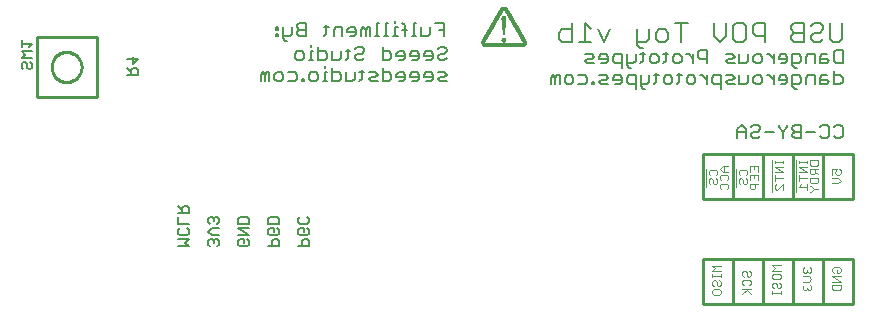
<source format=gbo>
G75*
G70*
%OFA0B0*%
%FSLAX24Y24*%
%IPPOS*%
%LPD*%
%AMOC8*
5,1,8,0,0,1.08239X$1,22.5*
%
%ADD10C,0.0080*%
%ADD11C,0.0060*%
%ADD12C,0.0050*%
%ADD13C,0.0100*%
%ADD14C,0.0040*%
%ADD15R,0.0006X0.0006*%
%ADD16R,0.0006X0.0006*%
%ADD17R,0.0006X0.0006*%
%ADD18R,0.0006X0.0006*%
%ADD19C,0.0086*%
D10*
X021833Y010984D02*
X021936Y010881D01*
X022040Y010881D01*
X022143Y011088D02*
X021833Y011088D01*
X021833Y010984D02*
X021833Y011501D01*
X022247Y011501D02*
X022247Y011191D01*
X022143Y011088D01*
X022477Y011191D02*
X022477Y011398D01*
X022581Y011501D01*
X022788Y011501D01*
X022891Y011398D01*
X022891Y011191D01*
X022788Y011088D01*
X022581Y011088D01*
X022477Y011191D01*
X023329Y011088D02*
X023329Y011708D01*
X023536Y011708D02*
X023122Y011708D01*
X024411Y011708D02*
X024411Y011294D01*
X024618Y011088D01*
X024825Y011294D01*
X024825Y011708D01*
X025056Y011605D02*
X025159Y011708D01*
X025366Y011708D01*
X025469Y011605D01*
X025469Y011191D01*
X025366Y011088D01*
X025159Y011088D01*
X025056Y011191D01*
X025056Y011605D01*
X025700Y011605D02*
X025700Y011398D01*
X025803Y011294D01*
X026114Y011294D01*
X026114Y011088D02*
X026114Y011708D01*
X025803Y011708D01*
X025700Y011605D01*
X026989Y011605D02*
X026989Y011501D01*
X027093Y011398D01*
X027403Y011398D01*
X027634Y011294D02*
X027634Y011191D01*
X027737Y011088D01*
X027944Y011088D01*
X028047Y011191D01*
X028278Y011191D02*
X028382Y011088D01*
X028588Y011088D01*
X028692Y011191D01*
X028692Y011708D01*
X028278Y011708D02*
X028278Y011191D01*
X028047Y011501D02*
X027944Y011398D01*
X027737Y011398D01*
X027634Y011294D01*
X028047Y011501D02*
X028047Y011605D01*
X027944Y011708D01*
X027737Y011708D01*
X027634Y011605D01*
X027403Y011708D02*
X027093Y011708D01*
X026989Y011605D01*
X027093Y011398D02*
X026989Y011294D01*
X026989Y011191D01*
X027093Y011088D01*
X027403Y011088D01*
X027403Y011708D01*
X020957Y011501D02*
X020751Y011088D01*
X020544Y011501D01*
X020313Y011501D02*
X020106Y011708D01*
X020106Y011088D01*
X020313Y011088D02*
X019899Y011088D01*
X019668Y011088D02*
X019358Y011088D01*
X019255Y011191D01*
X019255Y011398D01*
X019358Y011501D01*
X019668Y011501D01*
X019668Y011708D02*
X019668Y011088D01*
D11*
X020122Y010671D02*
X020342Y010671D01*
X020415Y010598D01*
X020342Y010524D01*
X020195Y010524D01*
X020122Y010451D01*
X020195Y010378D01*
X020415Y010378D01*
X020656Y010378D02*
X020802Y010378D01*
X020876Y010451D01*
X020876Y010598D01*
X020802Y010671D01*
X020656Y010671D01*
X020582Y010598D01*
X020582Y010524D01*
X020876Y010524D01*
X021043Y010451D02*
X021116Y010378D01*
X021336Y010378D01*
X021336Y010231D02*
X021336Y010671D01*
X021116Y010671D01*
X021043Y010598D01*
X021043Y010451D01*
X021503Y010378D02*
X021723Y010378D01*
X021797Y010451D01*
X021797Y010671D01*
X021957Y010671D02*
X022103Y010671D01*
X022030Y010745D02*
X022030Y010451D01*
X021957Y010378D01*
X022270Y010451D02*
X022270Y010598D01*
X022344Y010671D01*
X022490Y010671D01*
X022564Y010598D01*
X022564Y010451D01*
X022490Y010378D01*
X022344Y010378D01*
X022270Y010451D01*
X022724Y010378D02*
X022797Y010451D01*
X022797Y010745D01*
X022724Y010671D02*
X022871Y010671D01*
X023037Y010598D02*
X023111Y010671D01*
X023258Y010671D01*
X023331Y010598D01*
X023331Y010451D01*
X023258Y010378D01*
X023111Y010378D01*
X023037Y010451D01*
X023037Y010598D01*
X023494Y010671D02*
X023568Y010671D01*
X023715Y010524D01*
X023715Y010378D02*
X023715Y010671D01*
X023881Y010745D02*
X023881Y010598D01*
X023955Y010524D01*
X024175Y010524D01*
X023955Y010818D02*
X023881Y010745D01*
X023955Y010818D02*
X024175Y010818D01*
X024175Y010378D01*
X024175Y009971D02*
X024175Y009678D01*
X024175Y009824D02*
X024028Y009971D01*
X023955Y009971D01*
X023791Y009898D02*
X023791Y009751D01*
X023718Y009678D01*
X023571Y009678D01*
X023498Y009751D01*
X023498Y009898D01*
X023571Y009971D01*
X023718Y009971D01*
X023791Y009898D01*
X023331Y009971D02*
X023184Y009971D01*
X023258Y010045D02*
X023258Y009751D01*
X023184Y009678D01*
X023024Y009751D02*
X023024Y009898D01*
X022951Y009971D01*
X022804Y009971D01*
X022731Y009898D01*
X022731Y009751D01*
X022804Y009678D01*
X022951Y009678D01*
X023024Y009751D01*
X022490Y009751D02*
X022417Y009678D01*
X022490Y009751D02*
X022490Y010045D01*
X022417Y009971D02*
X022564Y009971D01*
X022257Y009971D02*
X022257Y009751D01*
X022184Y009678D01*
X021963Y009678D01*
X021963Y009604D02*
X022037Y009531D01*
X022110Y009531D01*
X021963Y009604D02*
X021963Y009971D01*
X021797Y009971D02*
X021576Y009971D01*
X021503Y009898D01*
X021503Y009751D01*
X021576Y009678D01*
X021797Y009678D01*
X021797Y009531D02*
X021797Y009971D01*
X021650Y010231D02*
X021576Y010231D01*
X021503Y010304D01*
X021503Y010671D01*
X021263Y009971D02*
X021116Y009971D01*
X021043Y009898D01*
X021043Y009824D01*
X021336Y009824D01*
X021336Y009751D02*
X021336Y009898D01*
X021263Y009971D01*
X021336Y009751D02*
X021263Y009678D01*
X021116Y009678D01*
X020876Y009678D02*
X020656Y009678D01*
X020582Y009751D01*
X020656Y009824D01*
X020802Y009824D01*
X020876Y009898D01*
X020802Y009971D01*
X020582Y009971D01*
X020185Y009898D02*
X020185Y009751D01*
X020112Y009678D01*
X019892Y009678D01*
X019725Y009751D02*
X019725Y009898D01*
X019652Y009971D01*
X019505Y009971D01*
X019431Y009898D01*
X019431Y009751D01*
X019505Y009678D01*
X019652Y009678D01*
X019725Y009751D01*
X019265Y009678D02*
X019265Y009971D01*
X019191Y009971D01*
X019118Y009898D01*
X019044Y009971D01*
X018971Y009898D01*
X018971Y009678D01*
X019118Y009678D02*
X019118Y009898D01*
X019892Y009971D02*
X020112Y009971D01*
X020185Y009898D01*
X020342Y009751D02*
X020342Y009678D01*
X020415Y009678D01*
X020415Y009751D01*
X020342Y009751D01*
X024342Y009751D02*
X024415Y009678D01*
X024635Y009678D01*
X024635Y009531D02*
X024635Y009971D01*
X024415Y009971D01*
X024342Y009898D01*
X024342Y009751D01*
X024802Y009751D02*
X024876Y009824D01*
X025022Y009824D01*
X025096Y009898D01*
X025022Y009971D01*
X024802Y009971D01*
X024802Y009751D02*
X024876Y009678D01*
X025096Y009678D01*
X025262Y009678D02*
X025262Y009971D01*
X025556Y009971D02*
X025556Y009751D01*
X025483Y009678D01*
X025262Y009678D01*
X025723Y009751D02*
X025723Y009898D01*
X025796Y009971D01*
X025943Y009971D01*
X026016Y009898D01*
X026016Y009751D01*
X025943Y009678D01*
X025796Y009678D01*
X025723Y009751D01*
X026180Y009971D02*
X026253Y009971D01*
X026400Y009824D01*
X026400Y009678D02*
X026400Y009971D01*
X026567Y009898D02*
X026567Y009824D01*
X026860Y009824D01*
X026860Y009751D02*
X026860Y009898D01*
X026787Y009971D01*
X026640Y009971D01*
X026567Y009898D01*
X026640Y009678D02*
X026787Y009678D01*
X026860Y009751D01*
X027027Y009678D02*
X027247Y009678D01*
X027321Y009751D01*
X027321Y009898D01*
X027247Y009971D01*
X027027Y009971D01*
X027027Y009604D01*
X027101Y009531D01*
X027174Y009531D01*
X027488Y009678D02*
X027488Y009898D01*
X027561Y009971D01*
X027781Y009971D01*
X027781Y009678D01*
X027948Y009678D02*
X027948Y009898D01*
X028021Y009971D01*
X028168Y009971D01*
X028168Y009824D02*
X027948Y009824D01*
X027948Y009678D02*
X028168Y009678D01*
X028241Y009751D01*
X028168Y009824D01*
X028408Y009678D02*
X028628Y009678D01*
X028702Y009751D01*
X028702Y009898D01*
X028628Y009971D01*
X028408Y009971D01*
X028408Y010118D02*
X028408Y009678D01*
X028482Y010378D02*
X028408Y010451D01*
X028408Y010745D01*
X028482Y010818D01*
X028702Y010818D01*
X028702Y010378D01*
X028482Y010378D01*
X028241Y010451D02*
X028168Y010524D01*
X027948Y010524D01*
X027948Y010598D02*
X027948Y010378D01*
X028168Y010378D01*
X028241Y010451D01*
X028021Y010671D02*
X027948Y010598D01*
X028021Y010671D02*
X028168Y010671D01*
X027781Y010671D02*
X027561Y010671D01*
X027488Y010598D01*
X027488Y010378D01*
X027321Y010451D02*
X027247Y010378D01*
X027027Y010378D01*
X027027Y010304D02*
X027027Y010671D01*
X027247Y010671D01*
X027321Y010598D01*
X027321Y010451D01*
X027101Y010231D02*
X027027Y010304D01*
X027101Y010231D02*
X027174Y010231D01*
X026860Y010451D02*
X026787Y010378D01*
X026640Y010378D01*
X026860Y010451D02*
X026860Y010598D01*
X026787Y010671D01*
X026640Y010671D01*
X026567Y010598D01*
X026567Y010524D01*
X026860Y010524D01*
X026400Y010524D02*
X026253Y010671D01*
X026180Y010671D01*
X026016Y010598D02*
X026016Y010451D01*
X025943Y010378D01*
X025796Y010378D01*
X025723Y010451D01*
X025723Y010598D01*
X025796Y010671D01*
X025943Y010671D01*
X026016Y010598D01*
X025556Y010671D02*
X025556Y010451D01*
X025483Y010378D01*
X025262Y010378D01*
X025262Y010671D01*
X025096Y010598D02*
X025022Y010671D01*
X024802Y010671D01*
X024876Y010524D02*
X025022Y010524D01*
X025096Y010598D01*
X024876Y010524D02*
X024802Y010451D01*
X024876Y010378D01*
X025096Y010378D01*
X026400Y010378D02*
X026400Y010671D01*
X027781Y010671D02*
X027781Y010378D01*
X028021Y008318D02*
X028168Y008318D01*
X028241Y008245D01*
X028241Y007951D01*
X028168Y007878D01*
X028021Y007878D01*
X027948Y007951D01*
X027781Y008098D02*
X027488Y008098D01*
X027321Y008098D02*
X027101Y008098D01*
X027027Y008024D01*
X027027Y007951D01*
X027101Y007878D01*
X027321Y007878D01*
X027321Y008318D01*
X027101Y008318D01*
X027027Y008245D01*
X027027Y008171D01*
X027101Y008098D01*
X026860Y008245D02*
X026714Y008098D01*
X026714Y007878D01*
X026714Y008098D02*
X026567Y008245D01*
X026567Y008318D01*
X026860Y008318D02*
X026860Y008245D01*
X026400Y008098D02*
X026106Y008098D01*
X025940Y008171D02*
X025866Y008098D01*
X025720Y008098D01*
X025646Y008024D01*
X025646Y007951D01*
X025720Y007878D01*
X025866Y007878D01*
X025940Y007951D01*
X025479Y007878D02*
X025479Y008171D01*
X025333Y008318D01*
X025186Y008171D01*
X025186Y007878D01*
X025186Y008098D02*
X025479Y008098D01*
X025646Y008245D02*
X025720Y008318D01*
X025866Y008318D01*
X025940Y008245D01*
X025940Y008171D01*
X027948Y008245D02*
X028021Y008318D01*
X028408Y008245D02*
X028482Y008318D01*
X028628Y008318D01*
X028702Y008245D01*
X028702Y007951D01*
X028628Y007878D01*
X028482Y007878D01*
X028408Y007951D01*
X015502Y009778D02*
X015282Y009778D01*
X015208Y009851D01*
X015282Y009924D01*
X015428Y009924D01*
X015502Y009998D01*
X015428Y010071D01*
X015208Y010071D01*
X015041Y009998D02*
X014968Y010071D01*
X014821Y010071D01*
X014748Y009998D01*
X014748Y009924D01*
X015041Y009924D01*
X015041Y009851D02*
X015041Y009998D01*
X015041Y009851D02*
X014968Y009778D01*
X014821Y009778D01*
X014581Y009851D02*
X014581Y009998D01*
X014508Y010071D01*
X014361Y010071D01*
X014288Y009998D01*
X014288Y009924D01*
X014581Y009924D01*
X014581Y009851D02*
X014508Y009778D01*
X014361Y009778D01*
X014121Y009851D02*
X014121Y009998D01*
X014047Y010071D01*
X013901Y010071D01*
X013827Y009998D01*
X013827Y009924D01*
X014121Y009924D01*
X014121Y009851D02*
X014047Y009778D01*
X013901Y009778D01*
X013660Y009851D02*
X013660Y009998D01*
X013587Y010071D01*
X013367Y010071D01*
X013367Y010218D02*
X013367Y009778D01*
X013587Y009778D01*
X013660Y009851D01*
X013200Y009778D02*
X012980Y009778D01*
X012906Y009851D01*
X012980Y009924D01*
X013127Y009924D01*
X013200Y009998D01*
X013127Y010071D01*
X012906Y010071D01*
X012740Y010071D02*
X012593Y010071D01*
X012666Y010145D02*
X012666Y009851D01*
X012593Y009778D01*
X012433Y009851D02*
X012359Y009778D01*
X012139Y009778D01*
X012139Y010071D01*
X011972Y009998D02*
X011899Y010071D01*
X011679Y010071D01*
X011679Y010218D02*
X011679Y009778D01*
X011899Y009778D01*
X011972Y009851D01*
X011972Y009998D01*
X012433Y010071D02*
X012433Y009851D01*
X011512Y009778D02*
X011365Y009778D01*
X011439Y009778D02*
X011439Y010071D01*
X011512Y010071D01*
X011439Y010218D02*
X011439Y010291D01*
X011439Y010478D02*
X011219Y010478D01*
X011219Y010918D01*
X011219Y010771D02*
X011439Y010771D01*
X011512Y010698D01*
X011512Y010551D01*
X011439Y010478D01*
X011679Y010478D02*
X011679Y010771D01*
X011972Y010771D02*
X011972Y010551D01*
X011899Y010478D01*
X011679Y010478D01*
X012133Y010478D02*
X012206Y010551D01*
X012206Y010845D01*
X012279Y010771D02*
X012133Y010771D01*
X012446Y010845D02*
X012520Y010918D01*
X012666Y010918D01*
X012740Y010845D01*
X012740Y010771D01*
X012666Y010698D01*
X012520Y010698D01*
X012446Y010624D01*
X012446Y010551D01*
X012520Y010478D01*
X012666Y010478D01*
X012740Y010551D01*
X013367Y010478D02*
X013367Y010918D01*
X013367Y010771D02*
X013587Y010771D01*
X013660Y010698D01*
X013660Y010551D01*
X013587Y010478D01*
X013367Y010478D01*
X013827Y010624D02*
X013827Y010698D01*
X013901Y010771D01*
X014047Y010771D01*
X014121Y010698D01*
X014121Y010551D01*
X014047Y010478D01*
X013901Y010478D01*
X013827Y010624D02*
X014121Y010624D01*
X014288Y010624D02*
X014581Y010624D01*
X014581Y010551D02*
X014581Y010698D01*
X014508Y010771D01*
X014361Y010771D01*
X014288Y010698D01*
X014288Y010624D01*
X014361Y010478D02*
X014508Y010478D01*
X014581Y010551D01*
X014748Y010624D02*
X014748Y010698D01*
X014821Y010771D01*
X014968Y010771D01*
X015041Y010698D01*
X015041Y010551D01*
X014968Y010478D01*
X014821Y010478D01*
X014748Y010624D02*
X015041Y010624D01*
X015208Y010624D02*
X015208Y010551D01*
X015282Y010478D01*
X015428Y010478D01*
X015502Y010551D01*
X015428Y010698D02*
X015282Y010698D01*
X015208Y010624D01*
X015428Y010698D02*
X015502Y010771D01*
X015502Y010845D01*
X015428Y010918D01*
X015282Y010918D01*
X015208Y010845D01*
X015402Y011278D02*
X015402Y011718D01*
X015108Y011718D01*
X014941Y011571D02*
X014941Y011351D01*
X014868Y011278D01*
X014648Y011278D01*
X014648Y011571D01*
X014481Y011718D02*
X014408Y011718D01*
X014408Y011278D01*
X014481Y011278D02*
X014334Y011278D01*
X014101Y011278D02*
X014101Y011645D01*
X014027Y011718D01*
X013867Y011571D02*
X013794Y011571D01*
X013794Y011278D01*
X013867Y011278D02*
X013721Y011278D01*
X013560Y011278D02*
X013414Y011278D01*
X013487Y011278D02*
X013487Y011718D01*
X013560Y011718D01*
X013794Y011718D02*
X013794Y011791D01*
X014027Y011498D02*
X014174Y011498D01*
X013254Y011718D02*
X013180Y011718D01*
X013180Y011278D01*
X013107Y011278D02*
X013254Y011278D01*
X012947Y011278D02*
X012947Y011571D01*
X012873Y011571D01*
X012800Y011498D01*
X012726Y011571D01*
X012653Y011498D01*
X012653Y011278D01*
X012800Y011278D02*
X012800Y011498D01*
X012486Y011498D02*
X012486Y011351D01*
X012413Y011278D01*
X012266Y011278D01*
X012193Y011424D02*
X012486Y011424D01*
X012486Y011498D02*
X012413Y011571D01*
X012266Y011571D01*
X012193Y011498D01*
X012193Y011424D01*
X012026Y011278D02*
X012026Y011571D01*
X011806Y011571D01*
X011732Y011498D01*
X011732Y011278D01*
X011492Y011351D02*
X011419Y011278D01*
X011492Y011351D02*
X011492Y011645D01*
X011419Y011571D02*
X011566Y011571D01*
X010798Y011498D02*
X010578Y011498D01*
X010505Y011424D01*
X010505Y011351D01*
X010578Y011278D01*
X010798Y011278D01*
X010798Y011718D01*
X010578Y011718D01*
X010505Y011645D01*
X010505Y011571D01*
X010578Y011498D01*
X010338Y011571D02*
X010338Y011351D01*
X010265Y011278D01*
X010044Y011278D01*
X010044Y011204D02*
X010118Y011131D01*
X010191Y011131D01*
X010044Y011204D02*
X010044Y011571D01*
X009878Y011571D02*
X009878Y011498D01*
X009804Y011498D01*
X009804Y011571D01*
X009878Y011571D01*
X009878Y011351D02*
X009804Y011351D01*
X009804Y011278D01*
X009878Y011278D01*
X009878Y011351D01*
X010978Y010991D02*
X010978Y010918D01*
X010978Y010771D02*
X010978Y010478D01*
X010905Y010478D02*
X011052Y010478D01*
X010745Y010551D02*
X010671Y010478D01*
X010525Y010478D01*
X010451Y010551D01*
X010451Y010698D01*
X010525Y010771D01*
X010671Y010771D01*
X010745Y010698D01*
X010745Y010551D01*
X010978Y010771D02*
X011052Y010771D01*
X010985Y010071D02*
X011132Y010071D01*
X011205Y009998D01*
X011205Y009851D01*
X011132Y009778D01*
X010985Y009778D01*
X010912Y009851D01*
X010912Y009998D01*
X010985Y010071D01*
X010745Y009851D02*
X010671Y009851D01*
X010671Y009778D01*
X010745Y009778D01*
X010745Y009851D01*
X010515Y009851D02*
X010441Y009778D01*
X010221Y009778D01*
X010054Y009851D02*
X009981Y009778D01*
X009834Y009778D01*
X009761Y009851D01*
X009761Y009998D01*
X009834Y010071D01*
X009981Y010071D01*
X010054Y009998D01*
X010054Y009851D01*
X010221Y010071D02*
X010441Y010071D01*
X010515Y009998D01*
X010515Y009851D01*
X009594Y009778D02*
X009594Y010071D01*
X009521Y010071D01*
X009447Y009998D01*
X009374Y010071D01*
X009300Y009998D01*
X009300Y009778D01*
X009447Y009778D02*
X009447Y009998D01*
X015255Y011498D02*
X015402Y011498D01*
D12*
X006907Y004273D02*
X006557Y004273D01*
X006557Y004506D02*
X006907Y004506D01*
X006790Y004389D01*
X006907Y004273D01*
X006849Y004641D02*
X006615Y004641D01*
X006557Y004699D01*
X006557Y004816D01*
X006615Y004874D01*
X006557Y005009D02*
X006557Y005243D01*
X006557Y005377D02*
X006907Y005377D01*
X006907Y005553D01*
X006849Y005611D01*
X006732Y005611D01*
X006674Y005553D01*
X006674Y005377D01*
X006674Y005494D02*
X006557Y005611D01*
X006557Y005009D02*
X006907Y005009D01*
X006849Y004874D02*
X006907Y004816D01*
X006907Y004699D01*
X006849Y004641D01*
X007557Y004758D02*
X007674Y004641D01*
X007907Y004641D01*
X007849Y004506D02*
X007790Y004506D01*
X007732Y004448D01*
X007674Y004506D01*
X007615Y004506D01*
X007557Y004448D01*
X007557Y004331D01*
X007615Y004273D01*
X007732Y004389D02*
X007732Y004448D01*
X007849Y004506D02*
X007907Y004448D01*
X007907Y004331D01*
X007849Y004273D01*
X008557Y004331D02*
X008557Y004448D01*
X008615Y004506D01*
X008732Y004506D01*
X008732Y004389D01*
X008849Y004273D02*
X008615Y004273D01*
X008557Y004331D01*
X008849Y004273D02*
X008907Y004331D01*
X008907Y004448D01*
X008849Y004506D01*
X008907Y004641D02*
X008557Y004641D01*
X008557Y004874D02*
X008907Y004641D01*
X008907Y004874D02*
X008557Y004874D01*
X008557Y005009D02*
X008557Y005184D01*
X008615Y005243D01*
X008849Y005243D01*
X008907Y005184D01*
X008907Y005009D01*
X008557Y005009D01*
X007907Y005068D02*
X007907Y005184D01*
X007849Y005243D01*
X007790Y005243D01*
X007732Y005184D01*
X007674Y005243D01*
X007615Y005243D01*
X007557Y005184D01*
X007557Y005068D01*
X007615Y005009D01*
X007674Y004874D02*
X007907Y004874D01*
X007849Y005009D02*
X007907Y005068D01*
X007732Y005126D02*
X007732Y005184D01*
X007674Y004874D02*
X007557Y004758D01*
X009557Y004816D02*
X009615Y004874D01*
X009732Y004874D01*
X009732Y004758D01*
X009849Y004874D02*
X009907Y004816D01*
X009907Y004699D01*
X009849Y004641D01*
X009615Y004641D01*
X009557Y004699D01*
X009557Y004816D01*
X009557Y005009D02*
X009557Y005184D01*
X009615Y005243D01*
X009849Y005243D01*
X009907Y005184D01*
X009907Y005009D01*
X009557Y005009D01*
X009732Y004506D02*
X009674Y004448D01*
X009674Y004273D01*
X009557Y004273D02*
X009907Y004273D01*
X009907Y004448D01*
X009849Y004506D01*
X009732Y004506D01*
X010557Y004699D02*
X010615Y004641D01*
X010849Y004641D01*
X010907Y004699D01*
X010907Y004816D01*
X010849Y004874D01*
X010732Y004874D02*
X010732Y004758D01*
X010732Y004874D02*
X010615Y004874D01*
X010557Y004816D01*
X010557Y004699D01*
X010732Y004506D02*
X010674Y004448D01*
X010674Y004273D01*
X010557Y004273D02*
X010907Y004273D01*
X010907Y004448D01*
X010849Y004506D01*
X010732Y004506D01*
X010849Y005009D02*
X010615Y005009D01*
X010557Y005068D01*
X010557Y005184D01*
X010615Y005243D01*
X010849Y005243D02*
X010907Y005184D01*
X010907Y005068D01*
X010849Y005009D01*
X005207Y009973D02*
X004857Y009973D01*
X004974Y009973D02*
X004974Y010148D01*
X005032Y010206D01*
X005149Y010206D01*
X005207Y010148D01*
X005207Y009973D01*
X004974Y010089D02*
X004857Y010206D01*
X005032Y010341D02*
X005032Y010574D01*
X004857Y010516D02*
X005207Y010516D01*
X005032Y010341D01*
X001682Y010343D02*
X001682Y010226D01*
X001624Y010168D01*
X001565Y010168D01*
X001507Y010226D01*
X001507Y010343D01*
X001449Y010401D01*
X001390Y010401D01*
X001332Y010343D01*
X001332Y010226D01*
X001390Y010168D01*
X001624Y010401D02*
X001682Y010343D01*
X001682Y010536D02*
X001332Y010536D01*
X001449Y010653D01*
X001332Y010769D01*
X001682Y010769D01*
X001565Y010904D02*
X001682Y011021D01*
X001332Y011021D01*
X001332Y010904D02*
X001332Y011138D01*
D13*
X024032Y007348D02*
X024032Y005848D01*
X025032Y005848D01*
X026032Y005848D01*
X027032Y005848D01*
X028032Y005848D01*
X029032Y005848D01*
X029032Y007348D01*
X028032Y007348D01*
X027032Y007348D01*
X027032Y005848D01*
X028032Y005848D02*
X028032Y007348D01*
X027032Y007348D02*
X026032Y007348D01*
X025032Y007348D01*
X024032Y007348D01*
X025032Y007348D02*
X025032Y005848D01*
X026032Y005848D02*
X026032Y007348D01*
X026032Y003848D02*
X025032Y003848D01*
X024032Y003848D01*
X024032Y002348D01*
X025032Y002348D01*
X025032Y003848D01*
X026032Y003848D02*
X027032Y003848D01*
X028032Y003848D01*
X029032Y003848D01*
X029032Y002348D01*
X028032Y002348D01*
X027032Y002348D01*
X027032Y003848D01*
X028032Y003848D02*
X028032Y002348D01*
X027032Y002348D02*
X026032Y002348D01*
X025032Y002348D01*
X026032Y002348D02*
X026032Y003848D01*
D14*
X026357Y003653D02*
X026450Y003559D01*
X026357Y003466D01*
X026637Y003466D01*
X026590Y003358D02*
X026637Y003311D01*
X026637Y003218D01*
X026590Y003171D01*
X026403Y003171D01*
X026357Y003218D01*
X026357Y003311D01*
X026403Y003358D01*
X026590Y003358D01*
X026590Y003063D02*
X026637Y003017D01*
X026637Y002923D01*
X026590Y002876D01*
X026543Y002876D01*
X026497Y002923D01*
X026497Y003017D01*
X026450Y003063D01*
X026403Y003063D01*
X026357Y003017D01*
X026357Y002923D01*
X026403Y002876D01*
X026357Y002769D02*
X026357Y002675D01*
X026357Y002722D02*
X026637Y002722D01*
X026637Y002769D02*
X026637Y002675D01*
X027382Y002848D02*
X027428Y002801D01*
X027475Y002801D01*
X027522Y002848D01*
X027568Y002801D01*
X027615Y002801D01*
X027662Y002848D01*
X027662Y002942D01*
X027615Y002988D01*
X027568Y003096D02*
X027382Y003096D01*
X027428Y002988D02*
X027382Y002942D01*
X027382Y002848D01*
X027522Y002848D02*
X027522Y002895D01*
X027568Y003096D02*
X027662Y003190D01*
X027568Y003283D01*
X027382Y003283D01*
X027428Y003391D02*
X027475Y003391D01*
X027522Y003437D01*
X027568Y003391D01*
X027615Y003391D01*
X027662Y003437D01*
X027662Y003531D01*
X027615Y003578D01*
X027522Y003484D02*
X027522Y003437D01*
X027428Y003391D02*
X027382Y003437D01*
X027382Y003531D01*
X027428Y003578D01*
X026637Y003653D02*
X026357Y003653D01*
X025637Y003406D02*
X025590Y003453D01*
X025637Y003406D02*
X025637Y003312D01*
X025590Y003266D01*
X025543Y003266D01*
X025497Y003312D01*
X025497Y003406D01*
X025450Y003453D01*
X025403Y003453D01*
X025357Y003406D01*
X025357Y003312D01*
X025403Y003266D01*
X025403Y003158D02*
X025590Y003158D01*
X025637Y003111D01*
X025637Y003018D01*
X025590Y002971D01*
X025543Y002863D02*
X025357Y002676D01*
X025497Y002817D02*
X025637Y002676D01*
X025637Y002863D02*
X025357Y002863D01*
X025403Y002971D02*
X025357Y003018D01*
X025357Y003111D01*
X025403Y003158D01*
X024637Y003090D02*
X024590Y003136D01*
X024637Y003090D02*
X024637Y002996D01*
X024590Y002950D01*
X024543Y002950D01*
X024497Y002996D01*
X024497Y003090D01*
X024450Y003136D01*
X024403Y003136D01*
X024357Y003090D01*
X024357Y002996D01*
X024403Y002950D01*
X024403Y002842D02*
X024590Y002842D01*
X024637Y002795D01*
X024637Y002702D01*
X024590Y002655D01*
X024403Y002655D01*
X024357Y002702D01*
X024357Y002795D01*
X024403Y002842D01*
X024357Y003240D02*
X024357Y003333D01*
X024357Y003286D02*
X024637Y003286D01*
X024637Y003240D02*
X024637Y003333D01*
X024637Y003441D02*
X024357Y003441D01*
X024450Y003534D01*
X024357Y003628D01*
X024637Y003628D01*
X028357Y003531D02*
X028403Y003578D01*
X028590Y003578D01*
X028637Y003531D01*
X028637Y003437D01*
X028590Y003391D01*
X028497Y003391D01*
X028497Y003484D01*
X028403Y003391D02*
X028357Y003437D01*
X028357Y003531D01*
X028357Y003283D02*
X028637Y003096D01*
X028357Y003096D01*
X028357Y002988D02*
X028357Y002848D01*
X028403Y002801D01*
X028590Y002801D01*
X028637Y002848D01*
X028637Y002988D01*
X028357Y002988D01*
X028357Y003283D02*
X028637Y003283D01*
X027653Y006082D02*
X027607Y006082D01*
X027653Y006082D02*
X027747Y006175D01*
X027887Y006175D01*
X027747Y006175D02*
X027653Y006269D01*
X027607Y006269D01*
X027512Y006248D02*
X027232Y006248D01*
X027325Y006342D01*
X027232Y006450D02*
X027232Y006636D01*
X027232Y006543D02*
X027512Y006543D01*
X027607Y006563D02*
X027607Y006423D01*
X027653Y006376D01*
X027840Y006376D01*
X027887Y006423D01*
X027887Y006563D01*
X027607Y006563D01*
X027653Y006671D02*
X027747Y006671D01*
X027793Y006718D01*
X027793Y006858D01*
X027793Y006765D02*
X027887Y006671D01*
X027653Y006671D02*
X027607Y006718D01*
X027607Y006858D01*
X027887Y006858D01*
X027840Y006966D02*
X027653Y006966D01*
X027607Y007012D01*
X027607Y007153D01*
X027887Y007153D01*
X027887Y007012D01*
X027840Y006966D01*
X028357Y006853D02*
X028497Y006853D01*
X028450Y006759D01*
X028450Y006712D01*
X028497Y006666D01*
X028590Y006666D01*
X028637Y006712D01*
X028637Y006806D01*
X028590Y006853D01*
X028357Y006853D02*
X028357Y006666D01*
X028357Y006558D02*
X028543Y006558D01*
X028637Y006465D01*
X028543Y006371D01*
X028357Y006371D01*
X027512Y006342D02*
X027512Y006155D01*
X027152Y006067D02*
X027152Y007148D01*
X027232Y007128D02*
X027232Y007034D01*
X027232Y007081D02*
X027512Y007081D01*
X027512Y007128D02*
X027512Y007034D01*
X027512Y006931D02*
X027232Y006931D01*
X027512Y006744D01*
X027232Y006744D01*
X026712Y006744D02*
X026432Y006744D01*
X026432Y006636D02*
X026432Y006450D01*
X026432Y006543D02*
X026712Y006543D01*
X026712Y006744D02*
X026432Y006931D01*
X026712Y006931D01*
X026712Y007034D02*
X026712Y007128D01*
X026712Y007081D02*
X026432Y007081D01*
X026432Y007128D02*
X026432Y007034D01*
X026352Y007148D02*
X026352Y006067D01*
X026478Y006155D02*
X026432Y006202D01*
X026432Y006295D01*
X026478Y006342D01*
X026478Y006155D02*
X026525Y006155D01*
X026712Y006342D01*
X026712Y006155D01*
X025887Y006363D02*
X025607Y006363D01*
X025607Y006223D01*
X025653Y006176D01*
X025747Y006176D01*
X025793Y006223D01*
X025793Y006363D01*
X025887Y006471D02*
X025887Y006658D01*
X025607Y006658D01*
X025607Y006471D01*
X025512Y006486D02*
X025465Y006533D01*
X025512Y006486D02*
X025512Y006393D01*
X025465Y006346D01*
X025418Y006346D01*
X025372Y006393D01*
X025372Y006486D01*
X025325Y006533D01*
X025278Y006533D01*
X025232Y006486D01*
X025232Y006393D01*
X025278Y006346D01*
X025152Y006258D02*
X025152Y006848D01*
X025232Y006781D02*
X025278Y006828D01*
X025465Y006828D01*
X025512Y006781D01*
X025512Y006687D01*
X025465Y006641D01*
X025278Y006641D02*
X025232Y006687D01*
X025232Y006781D01*
X024887Y006766D02*
X024700Y006766D01*
X024607Y006859D01*
X024700Y006953D01*
X024887Y006953D01*
X024747Y006953D02*
X024747Y006766D01*
X024840Y006658D02*
X024653Y006658D01*
X024607Y006611D01*
X024607Y006518D01*
X024653Y006471D01*
X024653Y006363D02*
X024840Y006363D01*
X024887Y006317D01*
X024887Y006223D01*
X024840Y006176D01*
X024653Y006176D02*
X024607Y006223D01*
X024607Y006317D01*
X024653Y006363D01*
X024512Y006393D02*
X024512Y006486D01*
X024465Y006533D01*
X024372Y006486D02*
X024372Y006393D01*
X024418Y006346D01*
X024465Y006346D01*
X024512Y006393D01*
X024372Y006486D02*
X024325Y006533D01*
X024278Y006533D01*
X024232Y006486D01*
X024232Y006393D01*
X024278Y006346D01*
X024152Y006258D02*
X024152Y006848D01*
X024232Y006781D02*
X024278Y006828D01*
X024465Y006828D01*
X024512Y006781D01*
X024512Y006687D01*
X024465Y006641D01*
X024278Y006641D02*
X024232Y006687D01*
X024232Y006781D01*
X024840Y006658D02*
X024887Y006611D01*
X024887Y006518D01*
X024840Y006471D01*
X025607Y006766D02*
X025607Y006953D01*
X025887Y006953D01*
X025887Y006766D01*
X025747Y006859D02*
X025747Y006953D01*
X025747Y006658D02*
X025747Y006565D01*
D15*
X018131Y010943D03*
X018131Y010955D03*
X018131Y010961D03*
X018131Y010973D03*
X018131Y010985D03*
X018131Y010991D03*
X018131Y011003D03*
X018131Y011015D03*
X018131Y011021D03*
X018131Y011033D03*
X018131Y011045D03*
X018131Y011051D03*
X018131Y011063D03*
X018131Y011075D03*
X018131Y011081D03*
X018131Y011093D03*
X018131Y011105D03*
X018131Y011111D03*
X018131Y011123D03*
X018131Y011135D03*
X018131Y011141D03*
X018131Y011153D03*
X018113Y011153D03*
X018113Y011165D03*
X018113Y011171D03*
X018113Y011183D03*
X018101Y011183D03*
X018101Y011195D03*
X018101Y011201D03*
X018083Y011201D03*
X018083Y011195D03*
X018071Y011195D03*
X018071Y011201D03*
X018071Y011213D03*
X018071Y011225D03*
X018071Y011231D03*
X018071Y011243D03*
X018071Y011255D03*
X018071Y011261D03*
X018053Y011261D03*
X018053Y011255D03*
X018041Y011255D03*
X018041Y011261D03*
X018041Y011273D03*
X018041Y011285D03*
X018041Y011291D03*
X018041Y011303D03*
X018041Y011315D03*
X018023Y011315D03*
X018023Y011321D03*
X018023Y011333D03*
X018023Y011345D03*
X018011Y011345D03*
X018011Y011351D03*
X018011Y011363D03*
X017993Y011363D03*
X017993Y011375D03*
X017993Y011381D03*
X017993Y011393D03*
X017981Y011393D03*
X017981Y011405D03*
X017981Y011411D03*
X017981Y011423D03*
X017963Y011423D03*
X017963Y011435D03*
X017963Y011441D03*
X017963Y011453D03*
X017951Y011453D03*
X017951Y011465D03*
X017951Y011471D03*
X017933Y011471D03*
X017933Y011465D03*
X017921Y011465D03*
X017921Y011471D03*
X017921Y011483D03*
X017921Y011495D03*
X017921Y011501D03*
X017921Y011513D03*
X017921Y011525D03*
X017903Y011525D03*
X017903Y011531D03*
X017903Y011543D03*
X017903Y011555D03*
X017891Y011555D03*
X017891Y011561D03*
X017891Y011573D03*
X017873Y011573D03*
X017873Y011585D03*
X017873Y011591D03*
X017873Y011603D03*
X017861Y011603D03*
X017861Y011615D03*
X017861Y011621D03*
X017843Y011621D03*
X017843Y011615D03*
X017831Y011615D03*
X017831Y011621D03*
X017831Y011633D03*
X017831Y011645D03*
X017831Y011651D03*
X017831Y011663D03*
X017831Y011675D03*
X017813Y011675D03*
X017813Y011681D03*
X017813Y011693D03*
X017813Y011705D03*
X017813Y011711D03*
X017801Y011711D03*
X017801Y011705D03*
X017801Y011693D03*
X017801Y011681D03*
X017801Y011675D03*
X017801Y011663D03*
X017813Y011663D03*
X017813Y011651D03*
X017813Y011645D03*
X017801Y011645D03*
X017801Y011651D03*
X017783Y011651D03*
X017783Y011645D03*
X017771Y011645D03*
X017771Y011651D03*
X017771Y011663D03*
X017771Y011675D03*
X017771Y011681D03*
X017771Y011693D03*
X017771Y011705D03*
X017771Y011711D03*
X017771Y011723D03*
X017771Y011735D03*
X017771Y011741D03*
X017771Y011753D03*
X017771Y011765D03*
X017771Y011771D03*
X017771Y011783D03*
X017753Y011783D03*
X017753Y011795D03*
X017753Y011801D03*
X017753Y011813D03*
X017741Y011813D03*
X017741Y011825D03*
X017741Y011831D03*
X017723Y011831D03*
X017723Y011825D03*
X017711Y011825D03*
X017711Y011831D03*
X017711Y011843D03*
X017711Y011855D03*
X017711Y011861D03*
X017711Y011873D03*
X017711Y011885D03*
X017693Y011885D03*
X017693Y011891D03*
X017693Y011903D03*
X017693Y011915D03*
X017693Y011921D03*
X017681Y011921D03*
X017681Y011915D03*
X017681Y011903D03*
X017681Y011891D03*
X017681Y011885D03*
X017681Y011873D03*
X017693Y011873D03*
X017693Y011861D03*
X017693Y011855D03*
X017681Y011855D03*
X017681Y011861D03*
X017663Y011861D03*
X017663Y011855D03*
X017651Y011855D03*
X017651Y011861D03*
X017651Y011873D03*
X017651Y011885D03*
X017651Y011891D03*
X017651Y011903D03*
X017651Y011915D03*
X017651Y011921D03*
X017651Y011933D03*
X017651Y011945D03*
X017651Y011951D03*
X017651Y011963D03*
X017651Y011975D03*
X017651Y011981D03*
X017651Y011993D03*
X017633Y011993D03*
X017633Y012005D03*
X017633Y012011D03*
X017633Y012023D03*
X017621Y012023D03*
X017621Y012035D03*
X017621Y012041D03*
X017603Y012041D03*
X017603Y012035D03*
X017591Y012035D03*
X017591Y012041D03*
X017591Y012053D03*
X017591Y012065D03*
X017591Y012071D03*
X017591Y012083D03*
X017591Y012095D03*
X017573Y012095D03*
X017573Y012101D03*
X017573Y012113D03*
X017573Y012125D03*
X017561Y012125D03*
X017561Y012131D03*
X017561Y012143D03*
X017543Y012143D03*
X017543Y012155D03*
X017543Y012161D03*
X017531Y012161D03*
X017531Y012155D03*
X017531Y012143D03*
X017531Y012131D03*
X017531Y012125D03*
X017543Y012125D03*
X017543Y012131D03*
X017543Y012113D03*
X017531Y012113D03*
X017531Y012101D03*
X017531Y012095D03*
X017543Y012095D03*
X017543Y012101D03*
X017561Y012101D03*
X017561Y012095D03*
X017561Y012083D03*
X017573Y012083D03*
X017573Y012071D03*
X017573Y012065D03*
X017561Y012065D03*
X017561Y012071D03*
X017543Y012071D03*
X017543Y012065D03*
X017531Y012065D03*
X017531Y012071D03*
X017531Y012083D03*
X017543Y012083D03*
X017513Y012083D03*
X017513Y012095D03*
X017513Y012101D03*
X017513Y012113D03*
X017513Y012125D03*
X017513Y012131D03*
X017513Y012143D03*
X017513Y012155D03*
X017513Y012161D03*
X017513Y012173D03*
X017513Y012185D03*
X017513Y012191D03*
X017501Y012191D03*
X017501Y012185D03*
X017501Y012173D03*
X017501Y012161D03*
X017501Y012155D03*
X017501Y012143D03*
X017501Y012131D03*
X017501Y012125D03*
X017501Y012113D03*
X017501Y012101D03*
X017501Y012095D03*
X017501Y012083D03*
X017501Y012071D03*
X017501Y012065D03*
X017513Y012065D03*
X017513Y012071D03*
X017513Y012053D03*
X017501Y012053D03*
X017513Y012041D03*
X017513Y012035D03*
X017513Y012023D03*
X017531Y012023D03*
X017531Y012035D03*
X017531Y012041D03*
X017531Y012053D03*
X017543Y012053D03*
X017543Y012041D03*
X017543Y012035D03*
X017543Y012023D03*
X017543Y012011D03*
X017543Y012005D03*
X017531Y012005D03*
X017531Y012011D03*
X017531Y011993D03*
X017543Y011993D03*
X017543Y011981D03*
X017543Y011975D03*
X017561Y011975D03*
X017561Y011981D03*
X017561Y011993D03*
X017561Y012005D03*
X017561Y012011D03*
X017561Y012023D03*
X017561Y012035D03*
X017561Y012041D03*
X017561Y012053D03*
X017573Y012053D03*
X017573Y012041D03*
X017573Y012035D03*
X017573Y012023D03*
X017573Y012011D03*
X017573Y012005D03*
X017573Y011993D03*
X017573Y011981D03*
X017573Y011975D03*
X017573Y011963D03*
X017561Y011963D03*
X017561Y011951D03*
X017561Y011945D03*
X017573Y011945D03*
X017573Y011951D03*
X017591Y011951D03*
X017591Y011945D03*
X017603Y011945D03*
X017603Y011951D03*
X017603Y011963D03*
X017603Y011975D03*
X017603Y011981D03*
X017603Y011993D03*
X017603Y012005D03*
X017603Y012011D03*
X017603Y012023D03*
X017591Y012023D03*
X017591Y012011D03*
X017591Y012005D03*
X017591Y011993D03*
X017591Y011981D03*
X017591Y011975D03*
X017591Y011963D03*
X017621Y011963D03*
X017621Y011975D03*
X017621Y011981D03*
X017621Y011993D03*
X017621Y012005D03*
X017621Y012011D03*
X017633Y011981D03*
X017633Y011975D03*
X017633Y011963D03*
X017633Y011951D03*
X017633Y011945D03*
X017621Y011945D03*
X017621Y011951D03*
X017621Y011933D03*
X017633Y011933D03*
X017633Y011921D03*
X017633Y011915D03*
X017621Y011915D03*
X017621Y011921D03*
X017603Y011921D03*
X017603Y011915D03*
X017591Y011915D03*
X017591Y011921D03*
X017591Y011933D03*
X017603Y011933D03*
X017573Y011933D03*
X017573Y011921D03*
X017591Y011903D03*
X017603Y011903D03*
X017603Y011891D03*
X017603Y011885D03*
X017603Y011873D03*
X017621Y011873D03*
X017621Y011885D03*
X017621Y011891D03*
X017621Y011903D03*
X017633Y011903D03*
X017633Y011891D03*
X017633Y011885D03*
X017633Y011873D03*
X017633Y011861D03*
X017633Y011855D03*
X017621Y011855D03*
X017621Y011861D03*
X017621Y011843D03*
X017633Y011843D03*
X017633Y011831D03*
X017633Y011825D03*
X017651Y011825D03*
X017651Y011831D03*
X017651Y011843D03*
X017663Y011843D03*
X017663Y011831D03*
X017663Y011825D03*
X017663Y011813D03*
X017651Y011813D03*
X017651Y011801D03*
X017651Y011795D03*
X017663Y011795D03*
X017663Y011801D03*
X017681Y011801D03*
X017681Y011795D03*
X017693Y011795D03*
X017693Y011801D03*
X017693Y011813D03*
X017693Y011825D03*
X017693Y011831D03*
X017693Y011843D03*
X017681Y011843D03*
X017681Y011831D03*
X017681Y011825D03*
X017681Y011813D03*
X017711Y011813D03*
X017723Y011813D03*
X017723Y011801D03*
X017723Y011795D03*
X017711Y011795D03*
X017711Y011801D03*
X017711Y011783D03*
X017723Y011783D03*
X017723Y011771D03*
X017723Y011765D03*
X017711Y011765D03*
X017711Y011771D03*
X017693Y011771D03*
X017693Y011765D03*
X017681Y011765D03*
X017681Y011771D03*
X017681Y011783D03*
X017693Y011783D03*
X017663Y011783D03*
X017663Y011771D03*
X017663Y011765D03*
X017681Y011753D03*
X017693Y011753D03*
X017693Y011741D03*
X017693Y011735D03*
X017681Y011735D03*
X017681Y011741D03*
X017693Y011723D03*
X017693Y011711D03*
X017711Y011711D03*
X017711Y011705D03*
X017723Y011705D03*
X017723Y011711D03*
X017723Y011723D03*
X017723Y011735D03*
X017723Y011741D03*
X017723Y011753D03*
X017711Y011753D03*
X017711Y011741D03*
X017711Y011735D03*
X017711Y011723D03*
X017741Y011723D03*
X017741Y011735D03*
X017741Y011741D03*
X017741Y011753D03*
X017741Y011765D03*
X017741Y011771D03*
X017741Y011783D03*
X017741Y011795D03*
X017741Y011801D03*
X017753Y011771D03*
X017753Y011765D03*
X017753Y011753D03*
X017753Y011741D03*
X017753Y011735D03*
X017753Y011723D03*
X017753Y011711D03*
X017753Y011705D03*
X017741Y011705D03*
X017741Y011711D03*
X017741Y011693D03*
X017753Y011693D03*
X017753Y011681D03*
X017753Y011675D03*
X017741Y011675D03*
X017741Y011681D03*
X017723Y011681D03*
X017723Y011675D03*
X017723Y011663D03*
X017741Y011663D03*
X017753Y011663D03*
X017753Y011651D03*
X017753Y011645D03*
X017741Y011645D03*
X017741Y011651D03*
X017741Y011633D03*
X017753Y011633D03*
X017753Y011621D03*
X017753Y011615D03*
X017771Y011615D03*
X017771Y011621D03*
X017771Y011633D03*
X017783Y011633D03*
X017783Y011621D03*
X017783Y011615D03*
X017783Y011603D03*
X017771Y011603D03*
X017771Y011591D03*
X017771Y011585D03*
X017783Y011585D03*
X017783Y011591D03*
X017801Y011591D03*
X017801Y011585D03*
X017813Y011585D03*
X017813Y011591D03*
X017813Y011603D03*
X017813Y011615D03*
X017813Y011621D03*
X017813Y011633D03*
X017801Y011633D03*
X017801Y011621D03*
X017801Y011615D03*
X017801Y011603D03*
X017831Y011603D03*
X017843Y011603D03*
X017843Y011591D03*
X017843Y011585D03*
X017831Y011585D03*
X017831Y011591D03*
X017831Y011573D03*
X017843Y011573D03*
X017843Y011561D03*
X017843Y011555D03*
X017831Y011555D03*
X017831Y011561D03*
X017813Y011561D03*
X017813Y011555D03*
X017801Y011555D03*
X017801Y011561D03*
X017801Y011573D03*
X017813Y011573D03*
X017783Y011573D03*
X017783Y011561D03*
X017783Y011555D03*
X017801Y011543D03*
X017813Y011543D03*
X017813Y011531D03*
X017813Y011525D03*
X017801Y011525D03*
X017801Y011531D03*
X017813Y011513D03*
X017813Y011501D03*
X017831Y011501D03*
X017831Y011495D03*
X017843Y011495D03*
X017843Y011501D03*
X017843Y011513D03*
X017843Y011525D03*
X017843Y011531D03*
X017843Y011543D03*
X017831Y011543D03*
X017831Y011531D03*
X017831Y011525D03*
X017831Y011513D03*
X017861Y011513D03*
X017861Y011525D03*
X017861Y011531D03*
X017861Y011543D03*
X017861Y011555D03*
X017861Y011561D03*
X017861Y011573D03*
X017861Y011585D03*
X017861Y011591D03*
X017873Y011561D03*
X017873Y011555D03*
X017873Y011543D03*
X017873Y011531D03*
X017873Y011525D03*
X017873Y011513D03*
X017873Y011501D03*
X017873Y011495D03*
X017861Y011495D03*
X017861Y011501D03*
X017861Y011483D03*
X017873Y011483D03*
X017873Y011471D03*
X017873Y011465D03*
X017861Y011465D03*
X017861Y011471D03*
X017843Y011471D03*
X017843Y011465D03*
X017843Y011453D03*
X017861Y011453D03*
X017873Y011453D03*
X017873Y011441D03*
X017873Y011435D03*
X017861Y011435D03*
X017861Y011441D03*
X017861Y011423D03*
X017873Y011423D03*
X017873Y011411D03*
X017873Y011405D03*
X017891Y011405D03*
X017891Y011411D03*
X017891Y011423D03*
X017891Y011435D03*
X017891Y011441D03*
X017891Y011453D03*
X017891Y011465D03*
X017891Y011471D03*
X017891Y011483D03*
X017891Y011495D03*
X017891Y011501D03*
X017891Y011513D03*
X017891Y011525D03*
X017891Y011531D03*
X017891Y011543D03*
X017903Y011513D03*
X017903Y011501D03*
X017903Y011495D03*
X017903Y011483D03*
X017903Y011471D03*
X017903Y011465D03*
X017903Y011453D03*
X017903Y011441D03*
X017903Y011435D03*
X017903Y011423D03*
X017903Y011411D03*
X017903Y011405D03*
X017903Y011393D03*
X017891Y011393D03*
X017891Y011381D03*
X017891Y011375D03*
X017903Y011375D03*
X017903Y011381D03*
X017921Y011381D03*
X017921Y011375D03*
X017933Y011375D03*
X017933Y011381D03*
X017933Y011393D03*
X017933Y011405D03*
X017933Y011411D03*
X017933Y011423D03*
X017933Y011435D03*
X017933Y011441D03*
X017933Y011453D03*
X017921Y011453D03*
X017921Y011441D03*
X017921Y011435D03*
X017921Y011423D03*
X017921Y011411D03*
X017921Y011405D03*
X017921Y011393D03*
X017951Y011393D03*
X017951Y011405D03*
X017951Y011411D03*
X017951Y011423D03*
X017951Y011435D03*
X017951Y011441D03*
X017963Y011411D03*
X017963Y011405D03*
X017963Y011393D03*
X017963Y011381D03*
X017963Y011375D03*
X017951Y011375D03*
X017951Y011381D03*
X017951Y011363D03*
X017963Y011363D03*
X017963Y011351D03*
X017963Y011345D03*
X017951Y011345D03*
X017951Y011351D03*
X017933Y011351D03*
X017933Y011345D03*
X017921Y011345D03*
X017921Y011351D03*
X017921Y011363D03*
X017933Y011363D03*
X017903Y011363D03*
X017903Y011351D03*
X017921Y011333D03*
X017933Y011333D03*
X017933Y011321D03*
X017933Y011315D03*
X017933Y011303D03*
X017951Y011303D03*
X017951Y011315D03*
X017951Y011321D03*
X017951Y011333D03*
X017963Y011333D03*
X017963Y011321D03*
X017963Y011315D03*
X017963Y011303D03*
X017963Y011291D03*
X017963Y011285D03*
X017951Y011285D03*
X017951Y011291D03*
X017951Y011273D03*
X017963Y011273D03*
X017963Y011261D03*
X017963Y011255D03*
X017981Y011255D03*
X017981Y011261D03*
X017981Y011273D03*
X017981Y011285D03*
X017981Y011291D03*
X017981Y011303D03*
X017981Y011315D03*
X017981Y011321D03*
X017981Y011333D03*
X017981Y011345D03*
X017981Y011351D03*
X017981Y011363D03*
X017981Y011375D03*
X017981Y011381D03*
X017993Y011351D03*
X017993Y011345D03*
X017993Y011333D03*
X017993Y011321D03*
X017993Y011315D03*
X017993Y011303D03*
X017993Y011291D03*
X017993Y011285D03*
X017993Y011273D03*
X017993Y011261D03*
X017993Y011255D03*
X017993Y011243D03*
X017981Y011243D03*
X017981Y011231D03*
X017981Y011225D03*
X017993Y011225D03*
X017993Y011231D03*
X018011Y011231D03*
X018011Y011225D03*
X018023Y011225D03*
X018023Y011231D03*
X018023Y011243D03*
X018023Y011255D03*
X018023Y011261D03*
X018023Y011273D03*
X018023Y011285D03*
X018023Y011291D03*
X018023Y011303D03*
X018011Y011303D03*
X018011Y011315D03*
X018011Y011321D03*
X018011Y011333D03*
X018011Y011291D03*
X018011Y011285D03*
X018011Y011273D03*
X018011Y011261D03*
X018011Y011255D03*
X018011Y011243D03*
X018041Y011243D03*
X018053Y011243D03*
X018053Y011231D03*
X018053Y011225D03*
X018041Y011225D03*
X018041Y011231D03*
X018041Y011213D03*
X018053Y011213D03*
X018053Y011201D03*
X018053Y011195D03*
X018041Y011195D03*
X018041Y011201D03*
X018023Y011201D03*
X018023Y011195D03*
X018011Y011195D03*
X018011Y011201D03*
X018011Y011213D03*
X018023Y011213D03*
X017993Y011213D03*
X017981Y011213D03*
X017993Y011201D03*
X017993Y011195D03*
X018011Y011183D03*
X018023Y011183D03*
X018023Y011171D03*
X018023Y011165D03*
X018011Y011165D03*
X018011Y011171D03*
X018023Y011153D03*
X018023Y011141D03*
X018041Y011141D03*
X018041Y011135D03*
X018053Y011135D03*
X018053Y011141D03*
X018053Y011153D03*
X018053Y011165D03*
X018053Y011171D03*
X018053Y011183D03*
X018041Y011183D03*
X018041Y011171D03*
X018041Y011165D03*
X018041Y011153D03*
X018071Y011153D03*
X018071Y011165D03*
X018071Y011171D03*
X018071Y011183D03*
X018083Y011183D03*
X018083Y011171D03*
X018083Y011165D03*
X018083Y011153D03*
X018083Y011141D03*
X018083Y011135D03*
X018071Y011135D03*
X018071Y011141D03*
X018071Y011123D03*
X018083Y011123D03*
X018083Y011111D03*
X018083Y011105D03*
X018071Y011105D03*
X018071Y011111D03*
X018053Y011111D03*
X018053Y011105D03*
X018053Y011093D03*
X018071Y011093D03*
X018083Y011093D03*
X018083Y011081D03*
X018083Y011075D03*
X018071Y011075D03*
X018071Y011081D03*
X018071Y011063D03*
X018083Y011063D03*
X018083Y011051D03*
X018083Y011045D03*
X018071Y011045D03*
X018071Y011051D03*
X018083Y011033D03*
X018083Y011021D03*
X018083Y011015D03*
X018071Y011015D03*
X018071Y011021D03*
X018071Y011003D03*
X018083Y011003D03*
X018083Y010991D03*
X018083Y010985D03*
X018071Y010985D03*
X018071Y010991D03*
X018053Y010991D03*
X018053Y010985D03*
X018041Y010985D03*
X018041Y010991D03*
X018041Y011003D03*
X018053Y011003D03*
X018023Y011003D03*
X018011Y011003D03*
X018011Y010991D03*
X018011Y010985D03*
X018023Y010985D03*
X018023Y010991D03*
X018023Y010973D03*
X018011Y010973D03*
X018011Y010961D03*
X018011Y010955D03*
X018023Y010955D03*
X018023Y010961D03*
X018041Y010961D03*
X018041Y010955D03*
X018053Y010955D03*
X018053Y010961D03*
X018053Y010973D03*
X018041Y010973D03*
X018071Y010973D03*
X018083Y010973D03*
X018083Y010961D03*
X018083Y010955D03*
X018071Y010955D03*
X018071Y010961D03*
X018071Y010943D03*
X018083Y010943D03*
X018083Y010931D03*
X018083Y010925D03*
X018071Y010925D03*
X018071Y010931D03*
X018053Y010931D03*
X018053Y010925D03*
X018041Y010925D03*
X018041Y010931D03*
X018041Y010943D03*
X018053Y010943D03*
X018023Y010943D03*
X018011Y010943D03*
X018011Y010931D03*
X018011Y010925D03*
X018023Y010925D03*
X018023Y010931D03*
X018023Y010913D03*
X018011Y010913D03*
X018011Y010901D03*
X018023Y010901D03*
X018041Y010913D03*
X018053Y010913D03*
X018071Y010913D03*
X018083Y010913D03*
X018101Y010925D03*
X018101Y010931D03*
X018101Y010943D03*
X018101Y010955D03*
X018101Y010961D03*
X018101Y010973D03*
X018101Y010985D03*
X018101Y010991D03*
X018101Y011003D03*
X018101Y011015D03*
X018101Y011021D03*
X018101Y011033D03*
X018101Y011045D03*
X018101Y011051D03*
X018101Y011063D03*
X018101Y011075D03*
X018101Y011081D03*
X018101Y011093D03*
X018101Y011105D03*
X018101Y011111D03*
X018101Y011123D03*
X018101Y011135D03*
X018101Y011141D03*
X018101Y011153D03*
X018101Y011165D03*
X018101Y011171D03*
X018113Y011141D03*
X018113Y011135D03*
X018113Y011123D03*
X018113Y011111D03*
X018113Y011105D03*
X018113Y011093D03*
X018113Y011081D03*
X018113Y011075D03*
X018113Y011063D03*
X018113Y011051D03*
X018113Y011045D03*
X018113Y011033D03*
X018113Y011021D03*
X018113Y011015D03*
X018113Y011003D03*
X018113Y010991D03*
X018113Y010985D03*
X018113Y010973D03*
X018113Y010961D03*
X018113Y010955D03*
X018113Y010943D03*
X018113Y010931D03*
X018113Y010925D03*
X018143Y010955D03*
X018143Y010961D03*
X018143Y010973D03*
X018143Y010985D03*
X018143Y010991D03*
X018143Y011003D03*
X018143Y011015D03*
X018143Y011021D03*
X018143Y011033D03*
X018143Y011045D03*
X018143Y011051D03*
X018143Y011063D03*
X018143Y011075D03*
X018143Y011081D03*
X018143Y011093D03*
X018143Y011105D03*
X018143Y011111D03*
X018143Y011123D03*
X018143Y011135D03*
X018161Y011093D03*
X018161Y011081D03*
X018161Y011075D03*
X018161Y011063D03*
X018173Y011063D03*
X018173Y011051D03*
X018173Y011045D03*
X018161Y011045D03*
X018161Y011051D03*
X018161Y011033D03*
X018173Y011033D03*
X018173Y011021D03*
X018173Y011015D03*
X018161Y011015D03*
X018161Y011021D03*
X018161Y011003D03*
X018161Y010991D03*
X018161Y010985D03*
X017993Y010985D03*
X017993Y010991D03*
X017993Y011003D03*
X017981Y011003D03*
X017981Y010991D03*
X017981Y010985D03*
X017981Y010973D03*
X017993Y010973D03*
X017993Y010961D03*
X017993Y010955D03*
X017981Y010955D03*
X017981Y010961D03*
X017963Y010961D03*
X017963Y010955D03*
X017951Y010955D03*
X017951Y010961D03*
X017951Y010973D03*
X017951Y010985D03*
X017951Y010991D03*
X017951Y011003D03*
X017963Y011003D03*
X017963Y010991D03*
X017963Y010985D03*
X017963Y010973D03*
X017933Y010973D03*
X017933Y010985D03*
X017933Y010991D03*
X017933Y011003D03*
X017921Y011003D03*
X017921Y010991D03*
X017921Y010985D03*
X017921Y010973D03*
X017921Y010961D03*
X017921Y010955D03*
X017933Y010955D03*
X017933Y010961D03*
X017933Y010943D03*
X017921Y010943D03*
X017921Y010931D03*
X017921Y010925D03*
X017933Y010925D03*
X017933Y010931D03*
X017951Y010931D03*
X017951Y010925D03*
X017963Y010925D03*
X017963Y010931D03*
X017963Y010943D03*
X017951Y010943D03*
X017981Y010943D03*
X017993Y010943D03*
X017993Y010931D03*
X017993Y010925D03*
X017981Y010925D03*
X017981Y010931D03*
X017981Y010913D03*
X017993Y010913D03*
X017963Y010913D03*
X017951Y010913D03*
X017951Y010901D03*
X017963Y010901D03*
X017933Y010913D03*
X017921Y010913D03*
X017903Y010913D03*
X017903Y010925D03*
X017903Y010931D03*
X017903Y010943D03*
X017903Y010955D03*
X017903Y010961D03*
X017903Y010973D03*
X017903Y010985D03*
X017903Y010991D03*
X017903Y011003D03*
X017891Y011003D03*
X017891Y010991D03*
X017891Y010985D03*
X017891Y010973D03*
X017891Y010961D03*
X017891Y010955D03*
X017891Y010943D03*
X017891Y010931D03*
X017891Y010925D03*
X017891Y010913D03*
X017891Y010901D03*
X017903Y010901D03*
X017873Y010913D03*
X017873Y010925D03*
X017873Y010931D03*
X017873Y010943D03*
X017873Y010955D03*
X017873Y010961D03*
X017873Y010973D03*
X017873Y010985D03*
X017873Y010991D03*
X017873Y011003D03*
X017861Y011003D03*
X017861Y010991D03*
X017861Y010985D03*
X017861Y010973D03*
X017861Y010961D03*
X017861Y010955D03*
X017861Y010943D03*
X017861Y010931D03*
X017861Y010925D03*
X017861Y010913D03*
X017843Y010913D03*
X017843Y010925D03*
X017843Y010931D03*
X017843Y010943D03*
X017843Y010955D03*
X017843Y010961D03*
X017843Y010973D03*
X017843Y010985D03*
X017843Y010991D03*
X017843Y011003D03*
X017831Y011003D03*
X017831Y010991D03*
X017831Y010985D03*
X017831Y010973D03*
X017831Y010961D03*
X017831Y010955D03*
X017831Y010943D03*
X017831Y010931D03*
X017831Y010925D03*
X017831Y010913D03*
X017831Y010901D03*
X017843Y010901D03*
X017813Y010913D03*
X017813Y010925D03*
X017813Y010931D03*
X017813Y010943D03*
X017813Y010955D03*
X017813Y010961D03*
X017813Y010973D03*
X017813Y010985D03*
X017813Y010991D03*
X017813Y011003D03*
X017801Y011003D03*
X017801Y010991D03*
X017801Y010985D03*
X017801Y010973D03*
X017801Y010961D03*
X017801Y010955D03*
X017801Y010943D03*
X017801Y010931D03*
X017801Y010925D03*
X017801Y010913D03*
X017783Y010913D03*
X017783Y010925D03*
X017783Y010931D03*
X017783Y010943D03*
X017783Y010955D03*
X017783Y010961D03*
X017783Y010973D03*
X017783Y010985D03*
X017783Y010991D03*
X017783Y011003D03*
X017771Y011003D03*
X017771Y010991D03*
X017771Y010985D03*
X017771Y010973D03*
X017771Y010961D03*
X017771Y010955D03*
X017771Y010943D03*
X017771Y010931D03*
X017771Y010925D03*
X017771Y010913D03*
X017771Y010901D03*
X017783Y010901D03*
X017753Y010913D03*
X017753Y010925D03*
X017753Y010931D03*
X017753Y010943D03*
X017753Y010955D03*
X017753Y010961D03*
X017753Y010973D03*
X017753Y010985D03*
X017753Y010991D03*
X017753Y011003D03*
X017741Y011003D03*
X017741Y010991D03*
X017741Y010985D03*
X017741Y010973D03*
X017741Y010961D03*
X017741Y010955D03*
X017741Y010943D03*
X017741Y010931D03*
X017741Y010925D03*
X017741Y010913D03*
X017723Y010913D03*
X017723Y010925D03*
X017723Y010931D03*
X017723Y010943D03*
X017723Y010955D03*
X017723Y010961D03*
X017723Y010973D03*
X017723Y010985D03*
X017723Y010991D03*
X017723Y011003D03*
X017711Y011003D03*
X017711Y010991D03*
X017711Y010985D03*
X017711Y010973D03*
X017711Y010961D03*
X017711Y010955D03*
X017711Y010943D03*
X017711Y010931D03*
X017711Y010925D03*
X017711Y010913D03*
X017711Y010901D03*
X017723Y010901D03*
X017693Y010913D03*
X017693Y010925D03*
X017693Y010931D03*
X017693Y010943D03*
X017693Y010955D03*
X017693Y010961D03*
X017693Y010973D03*
X017693Y010985D03*
X017693Y010991D03*
X017693Y011003D03*
X017681Y011003D03*
X017681Y010991D03*
X017681Y010985D03*
X017681Y010973D03*
X017681Y010961D03*
X017681Y010955D03*
X017681Y010943D03*
X017681Y010931D03*
X017681Y010925D03*
X017681Y010913D03*
X017663Y010913D03*
X017663Y010925D03*
X017663Y010931D03*
X017663Y010943D03*
X017663Y010955D03*
X017663Y010961D03*
X017663Y010973D03*
X017663Y010985D03*
X017663Y010991D03*
X017663Y011003D03*
X017651Y011003D03*
X017651Y010991D03*
X017651Y010985D03*
X017651Y010973D03*
X017651Y010961D03*
X017651Y010955D03*
X017651Y010943D03*
X017651Y010931D03*
X017651Y010925D03*
X017651Y010913D03*
X017651Y010901D03*
X017663Y010901D03*
X017633Y010913D03*
X017633Y010925D03*
X017633Y010931D03*
X017633Y010943D03*
X017633Y010955D03*
X017633Y010961D03*
X017633Y010973D03*
X017633Y010985D03*
X017633Y010991D03*
X017633Y011003D03*
X017621Y011003D03*
X017621Y010991D03*
X017621Y010985D03*
X017621Y010973D03*
X017621Y010961D03*
X017621Y010955D03*
X017621Y010943D03*
X017621Y010931D03*
X017621Y010925D03*
X017621Y010913D03*
X017603Y010913D03*
X017603Y010925D03*
X017603Y010931D03*
X017603Y010943D03*
X017603Y010955D03*
X017603Y010961D03*
X017603Y010973D03*
X017603Y010985D03*
X017603Y010991D03*
X017603Y011003D03*
X017591Y011003D03*
X017591Y010991D03*
X017591Y010985D03*
X017591Y010973D03*
X017591Y010961D03*
X017591Y010955D03*
X017591Y010943D03*
X017591Y010931D03*
X017591Y010925D03*
X017591Y010913D03*
X017591Y010901D03*
X017603Y010901D03*
X017573Y010913D03*
X017573Y010925D03*
X017573Y010931D03*
X017573Y010943D03*
X017573Y010955D03*
X017573Y010961D03*
X017573Y010973D03*
X017573Y010985D03*
X017573Y010991D03*
X017573Y011003D03*
X017561Y011003D03*
X017561Y010991D03*
X017561Y010985D03*
X017561Y010973D03*
X017561Y010961D03*
X017561Y010955D03*
X017561Y010943D03*
X017561Y010931D03*
X017561Y010925D03*
X017561Y010913D03*
X017543Y010913D03*
X017543Y010925D03*
X017543Y010931D03*
X017543Y010943D03*
X017543Y010955D03*
X017543Y010961D03*
X017543Y010973D03*
X017543Y010985D03*
X017543Y010991D03*
X017543Y011003D03*
X017531Y011003D03*
X017531Y010991D03*
X017531Y010985D03*
X017531Y010973D03*
X017531Y010961D03*
X017531Y010955D03*
X017531Y010943D03*
X017531Y010931D03*
X017531Y010925D03*
X017531Y010913D03*
X017531Y010901D03*
X017543Y010901D03*
X017513Y010913D03*
X017513Y010925D03*
X017513Y010931D03*
X017513Y010943D03*
X017513Y010955D03*
X017513Y010961D03*
X017513Y010973D03*
X017513Y010985D03*
X017513Y010991D03*
X017513Y011003D03*
X017501Y011003D03*
X017501Y010991D03*
X017501Y010985D03*
X017501Y010973D03*
X017501Y010961D03*
X017501Y010955D03*
X017501Y010943D03*
X017501Y010931D03*
X017501Y010925D03*
X017501Y010913D03*
X017483Y010913D03*
X017483Y010925D03*
X017483Y010931D03*
X017483Y010943D03*
X017483Y010955D03*
X017483Y010961D03*
X017483Y010973D03*
X017483Y010985D03*
X017483Y010991D03*
X017483Y011003D03*
X017471Y011003D03*
X017471Y010991D03*
X017471Y010985D03*
X017471Y010973D03*
X017471Y010961D03*
X017471Y010955D03*
X017471Y010943D03*
X017471Y010931D03*
X017471Y010925D03*
X017471Y010913D03*
X017471Y010901D03*
X017483Y010901D03*
X017453Y010913D03*
X017453Y010925D03*
X017453Y010931D03*
X017453Y010943D03*
X017453Y010955D03*
X017453Y010961D03*
X017453Y010973D03*
X017453Y010985D03*
X017453Y010991D03*
X017453Y011003D03*
X017441Y011003D03*
X017441Y010991D03*
X017441Y010985D03*
X017441Y010973D03*
X017441Y010961D03*
X017441Y010955D03*
X017441Y010943D03*
X017441Y010931D03*
X017441Y010925D03*
X017441Y010913D03*
X017423Y010913D03*
X017423Y010925D03*
X017423Y010931D03*
X017423Y010943D03*
X017423Y010955D03*
X017423Y010961D03*
X017423Y010973D03*
X017423Y010985D03*
X017423Y010991D03*
X017423Y011003D03*
X017411Y011003D03*
X017411Y010991D03*
X017411Y010985D03*
X017411Y010973D03*
X017411Y010961D03*
X017411Y010955D03*
X017411Y010943D03*
X017411Y010931D03*
X017411Y010925D03*
X017411Y010913D03*
X017411Y010901D03*
X017423Y010901D03*
X017393Y010913D03*
X017393Y010925D03*
X017393Y010931D03*
X017393Y010943D03*
X017393Y010955D03*
X017393Y010961D03*
X017393Y010973D03*
X017393Y010985D03*
X017393Y010991D03*
X017393Y011003D03*
X017381Y011003D03*
X017381Y010991D03*
X017381Y010985D03*
X017381Y010973D03*
X017381Y010961D03*
X017381Y010955D03*
X017381Y010943D03*
X017381Y010931D03*
X017381Y010925D03*
X017381Y010913D03*
X017363Y010913D03*
X017363Y010925D03*
X017363Y010931D03*
X017363Y010943D03*
X017363Y010955D03*
X017363Y010961D03*
X017363Y010973D03*
X017363Y010985D03*
X017363Y010991D03*
X017363Y011003D03*
X017351Y011003D03*
X017351Y010991D03*
X017351Y010985D03*
X017351Y010973D03*
X017351Y010961D03*
X017351Y010955D03*
X017351Y010943D03*
X017351Y010931D03*
X017351Y010925D03*
X017351Y010913D03*
X017351Y010901D03*
X017363Y010901D03*
X017333Y010913D03*
X017333Y010925D03*
X017333Y010931D03*
X017333Y010943D03*
X017333Y010955D03*
X017333Y010961D03*
X017333Y010973D03*
X017333Y010985D03*
X017333Y010991D03*
X017333Y011003D03*
X017321Y011003D03*
X017321Y010991D03*
X017321Y010985D03*
X017321Y010973D03*
X017321Y010961D03*
X017321Y010955D03*
X017321Y010943D03*
X017321Y010931D03*
X017321Y010925D03*
X017321Y010913D03*
X017303Y010913D03*
X017303Y010925D03*
X017303Y010931D03*
X017303Y010943D03*
X017303Y010955D03*
X017303Y010961D03*
X017303Y010973D03*
X017303Y010985D03*
X017303Y010991D03*
X017303Y011003D03*
X017291Y011003D03*
X017291Y010991D03*
X017291Y010985D03*
X017291Y010973D03*
X017291Y010961D03*
X017291Y010955D03*
X017291Y010943D03*
X017291Y010931D03*
X017291Y010925D03*
X017291Y010913D03*
X017291Y010901D03*
X017303Y010901D03*
X017273Y010913D03*
X017273Y010925D03*
X017273Y010931D03*
X017273Y010943D03*
X017273Y010955D03*
X017273Y010961D03*
X017273Y010973D03*
X017273Y010985D03*
X017273Y010991D03*
X017273Y011003D03*
X017261Y011003D03*
X017261Y010991D03*
X017261Y010985D03*
X017261Y010973D03*
X017261Y010961D03*
X017261Y010955D03*
X017261Y010943D03*
X017261Y010931D03*
X017261Y010925D03*
X017261Y010913D03*
X017243Y010913D03*
X017243Y010925D03*
X017243Y010931D03*
X017243Y010943D03*
X017243Y010955D03*
X017243Y010961D03*
X017243Y010973D03*
X017243Y010985D03*
X017243Y010991D03*
X017243Y011003D03*
X017231Y011003D03*
X017231Y010991D03*
X017231Y010985D03*
X017231Y010973D03*
X017231Y010961D03*
X017231Y010955D03*
X017231Y010943D03*
X017231Y010931D03*
X017231Y010925D03*
X017231Y010913D03*
X017231Y010901D03*
X017243Y010901D03*
X017213Y010913D03*
X017213Y010925D03*
X017213Y010931D03*
X017213Y010943D03*
X017213Y010955D03*
X017213Y010961D03*
X017213Y010973D03*
X017213Y010985D03*
X017213Y010991D03*
X017213Y011003D03*
X017201Y011003D03*
X017201Y010991D03*
X017201Y010985D03*
X017201Y010973D03*
X017201Y010961D03*
X017201Y010955D03*
X017201Y010943D03*
X017201Y010931D03*
X017201Y010925D03*
X017201Y010913D03*
X017183Y010913D03*
X017183Y010925D03*
X017183Y010931D03*
X017183Y010943D03*
X017183Y010955D03*
X017183Y010961D03*
X017183Y010973D03*
X017183Y010985D03*
X017183Y010991D03*
X017183Y011003D03*
X017171Y011003D03*
X017171Y010991D03*
X017171Y010985D03*
X017171Y010973D03*
X017171Y010961D03*
X017171Y010955D03*
X017171Y010943D03*
X017171Y010931D03*
X017171Y010925D03*
X017171Y010913D03*
X017171Y010901D03*
X017183Y010901D03*
X017153Y010913D03*
X017153Y010925D03*
X017153Y010931D03*
X017153Y010943D03*
X017153Y010955D03*
X017153Y010961D03*
X017153Y010973D03*
X017153Y010985D03*
X017153Y010991D03*
X017153Y011003D03*
X017141Y011003D03*
X017141Y010991D03*
X017141Y010985D03*
X017141Y010973D03*
X017141Y010961D03*
X017141Y010955D03*
X017141Y010943D03*
X017141Y010931D03*
X017141Y010925D03*
X017141Y010913D03*
X017123Y010913D03*
X017123Y010925D03*
X017123Y010931D03*
X017123Y010943D03*
X017123Y010955D03*
X017123Y010961D03*
X017123Y010973D03*
X017123Y010985D03*
X017123Y010991D03*
X017123Y011003D03*
X017111Y011003D03*
X017111Y010991D03*
X017111Y010985D03*
X017111Y010973D03*
X017111Y010961D03*
X017111Y010955D03*
X017111Y010943D03*
X017111Y010931D03*
X017111Y010925D03*
X017111Y010913D03*
X017111Y010901D03*
X017123Y010901D03*
X017093Y010913D03*
X017093Y010925D03*
X017093Y010931D03*
X017093Y010943D03*
X017093Y010955D03*
X017093Y010961D03*
X017093Y010973D03*
X017093Y010985D03*
X017093Y010991D03*
X017093Y011003D03*
X017081Y011003D03*
X017081Y010991D03*
X017081Y010985D03*
X017081Y010973D03*
X017081Y010961D03*
X017081Y010955D03*
X017081Y010943D03*
X017081Y010931D03*
X017081Y010925D03*
X017081Y010913D03*
X017063Y010913D03*
X017063Y010925D03*
X017063Y010931D03*
X017063Y010943D03*
X017063Y010955D03*
X017063Y010961D03*
X017063Y010973D03*
X017063Y010985D03*
X017063Y010991D03*
X017063Y011003D03*
X017051Y011003D03*
X017051Y010991D03*
X017051Y010985D03*
X017051Y010973D03*
X017051Y010961D03*
X017051Y010955D03*
X017051Y010943D03*
X017051Y010931D03*
X017051Y010925D03*
X017051Y010913D03*
X017051Y010901D03*
X017063Y010901D03*
X017033Y010913D03*
X017033Y010925D03*
X017033Y010931D03*
X017033Y010943D03*
X017033Y010955D03*
X017033Y010961D03*
X017033Y010973D03*
X017033Y010985D03*
X017033Y010991D03*
X017033Y011003D03*
X017021Y011003D03*
X017021Y010991D03*
X017021Y010985D03*
X017021Y010973D03*
X017021Y010961D03*
X017021Y010955D03*
X017021Y010943D03*
X017021Y010931D03*
X017021Y010925D03*
X017021Y010913D03*
X017003Y010913D03*
X017003Y010925D03*
X017003Y010931D03*
X017003Y010943D03*
X017003Y010955D03*
X017003Y010961D03*
X017003Y010973D03*
X017003Y010985D03*
X017003Y010991D03*
X017003Y011003D03*
X016991Y011003D03*
X016991Y010991D03*
X016991Y010985D03*
X016991Y010973D03*
X016991Y010961D03*
X016991Y010955D03*
X016991Y010943D03*
X016991Y010931D03*
X016991Y010925D03*
X016991Y010913D03*
X016991Y010901D03*
X017003Y010901D03*
X016973Y010913D03*
X016973Y010925D03*
X016973Y010931D03*
X016973Y010943D03*
X016973Y010955D03*
X016973Y010961D03*
X016973Y010973D03*
X016973Y010985D03*
X016973Y010991D03*
X016973Y011003D03*
X016961Y011003D03*
X016961Y010991D03*
X016961Y010985D03*
X016961Y010973D03*
X016961Y010961D03*
X016961Y010955D03*
X016961Y010943D03*
X016961Y010931D03*
X016961Y010925D03*
X016961Y010913D03*
X016943Y010913D03*
X016943Y010925D03*
X016943Y010931D03*
X016943Y010943D03*
X016943Y010955D03*
X016943Y010961D03*
X016943Y010973D03*
X016943Y010985D03*
X016943Y010991D03*
X016943Y011003D03*
X016931Y011003D03*
X016931Y010991D03*
X016931Y010985D03*
X016931Y010973D03*
X016931Y010961D03*
X016931Y010955D03*
X016931Y010943D03*
X016931Y010931D03*
X016931Y010925D03*
X016931Y010913D03*
X016931Y010901D03*
X016943Y010901D03*
X016913Y010913D03*
X016913Y010925D03*
X016913Y010931D03*
X016913Y010943D03*
X016913Y010955D03*
X016913Y010961D03*
X016913Y010973D03*
X016913Y010985D03*
X016913Y010991D03*
X016913Y011003D03*
X016901Y011003D03*
X016901Y010991D03*
X016901Y010985D03*
X016901Y010973D03*
X016901Y010961D03*
X016901Y010955D03*
X016901Y010943D03*
X016901Y010931D03*
X016901Y010925D03*
X016901Y010913D03*
X016883Y010913D03*
X016883Y010925D03*
X016883Y010931D03*
X016883Y010943D03*
X016883Y010955D03*
X016883Y010961D03*
X016883Y010973D03*
X016883Y010985D03*
X016883Y010991D03*
X016883Y011003D03*
X016871Y011003D03*
X016871Y010991D03*
X016871Y010985D03*
X016871Y010973D03*
X016871Y010961D03*
X016871Y010955D03*
X016871Y010943D03*
X016871Y010931D03*
X016871Y010925D03*
X016871Y010913D03*
X016871Y010901D03*
X016883Y010901D03*
X016853Y010913D03*
X016853Y010925D03*
X016853Y010931D03*
X016853Y010943D03*
X016853Y010955D03*
X016853Y010961D03*
X016853Y010973D03*
X016853Y010985D03*
X016853Y010991D03*
X016853Y011003D03*
X016841Y011003D03*
X016841Y010991D03*
X016841Y010985D03*
X016841Y010973D03*
X016841Y010961D03*
X016841Y010955D03*
X016841Y010943D03*
X016841Y010931D03*
X016841Y010925D03*
X016841Y010913D03*
X016823Y010913D03*
X016823Y010925D03*
X016823Y010931D03*
X016823Y010943D03*
X016823Y010955D03*
X016823Y010961D03*
X016823Y010973D03*
X016823Y010985D03*
X016823Y010991D03*
X016823Y011003D03*
X016811Y011003D03*
X016811Y010991D03*
X016811Y010985D03*
X016811Y010973D03*
X016811Y010961D03*
X016811Y010955D03*
X016811Y010943D03*
X016811Y010931D03*
X016811Y010925D03*
X016811Y010913D03*
X016793Y010913D03*
X016793Y010925D03*
X016793Y010931D03*
X016793Y010943D03*
X016793Y010955D03*
X016793Y010961D03*
X016793Y010973D03*
X016793Y010985D03*
X016793Y010991D03*
X016793Y011003D03*
X016793Y011015D03*
X016793Y011021D03*
X016781Y011021D03*
X016781Y011015D03*
X016781Y011003D03*
X016781Y010991D03*
X016781Y010985D03*
X016781Y010973D03*
X016781Y010961D03*
X016781Y010955D03*
X016781Y010943D03*
X016781Y010931D03*
X016781Y010925D03*
X016781Y010913D03*
X016763Y010925D03*
X016763Y010931D03*
X016763Y010943D03*
X016763Y010955D03*
X016763Y010961D03*
X016763Y010973D03*
X016763Y010985D03*
X016763Y010991D03*
X016763Y011003D03*
X016763Y011015D03*
X016763Y011021D03*
X016763Y011033D03*
X016763Y011045D03*
X016763Y011051D03*
X016763Y011063D03*
X016763Y011075D03*
X016763Y011081D03*
X016763Y011093D03*
X016763Y011105D03*
X016763Y011111D03*
X016763Y011123D03*
X016763Y011135D03*
X016763Y011141D03*
X016763Y011153D03*
X016763Y011165D03*
X016763Y011171D03*
X016763Y011183D03*
X016763Y011195D03*
X016763Y011201D03*
X016763Y011213D03*
X016781Y011213D03*
X016781Y011225D03*
X016781Y011231D03*
X016781Y011243D03*
X016793Y011243D03*
X016793Y011255D03*
X016793Y011261D03*
X016811Y011261D03*
X016811Y011255D03*
X016823Y011255D03*
X016823Y011261D03*
X016823Y011273D03*
X016823Y011285D03*
X016823Y011291D03*
X016823Y011303D03*
X016823Y011315D03*
X016823Y011321D03*
X016841Y011321D03*
X016841Y011315D03*
X016853Y011315D03*
X016853Y011321D03*
X016853Y011333D03*
X016853Y011345D03*
X016853Y011351D03*
X016853Y011363D03*
X016841Y011351D03*
X016841Y011345D03*
X016841Y011333D03*
X016871Y011333D03*
X016871Y011345D03*
X016871Y011351D03*
X016871Y011363D03*
X016871Y011375D03*
X016871Y011381D03*
X016871Y011393D03*
X016871Y011405D03*
X016883Y011405D03*
X016883Y011411D03*
X016883Y011423D03*
X016901Y011423D03*
X016901Y011435D03*
X016901Y011441D03*
X016901Y011453D03*
X016913Y011453D03*
X016913Y011465D03*
X016913Y011471D03*
X016931Y011471D03*
X016931Y011465D03*
X016943Y011465D03*
X016943Y011471D03*
X016943Y011483D03*
X016943Y011495D03*
X016943Y011501D03*
X016943Y011513D03*
X016943Y011525D03*
X016961Y011525D03*
X016961Y011531D03*
X016961Y011543D03*
X016961Y011555D03*
X016961Y011561D03*
X016973Y011561D03*
X016973Y011555D03*
X016973Y011543D03*
X016973Y011531D03*
X016973Y011525D03*
X016973Y011513D03*
X016961Y011513D03*
X016961Y011501D03*
X016961Y011495D03*
X016973Y011495D03*
X016973Y011501D03*
X016991Y011501D03*
X016991Y011495D03*
X017003Y011495D03*
X017003Y011501D03*
X017003Y011513D03*
X017003Y011525D03*
X017003Y011531D03*
X017003Y011543D03*
X017003Y011555D03*
X017003Y011561D03*
X017003Y011573D03*
X017003Y011585D03*
X017003Y011591D03*
X017003Y011603D03*
X017003Y011615D03*
X017003Y011621D03*
X017021Y011621D03*
X017021Y011615D03*
X017033Y011615D03*
X017033Y011621D03*
X017033Y011633D03*
X017033Y011645D03*
X017033Y011651D03*
X017033Y011663D03*
X017033Y011675D03*
X017033Y011681D03*
X017051Y011681D03*
X017051Y011675D03*
X017063Y011675D03*
X017063Y011681D03*
X017063Y011693D03*
X017063Y011705D03*
X017063Y011711D03*
X017063Y011723D03*
X017063Y011735D03*
X017081Y011735D03*
X017081Y011741D03*
X017081Y011753D03*
X017081Y011765D03*
X017093Y011765D03*
X017093Y011771D03*
X017093Y011783D03*
X017111Y011783D03*
X017111Y011795D03*
X017111Y011801D03*
X017111Y011813D03*
X017123Y011813D03*
X017123Y011825D03*
X017123Y011831D03*
X017141Y011831D03*
X017141Y011825D03*
X017153Y011825D03*
X017153Y011831D03*
X017153Y011843D03*
X017153Y011855D03*
X017153Y011861D03*
X017153Y011873D03*
X017153Y011885D03*
X017153Y011891D03*
X017171Y011891D03*
X017171Y011885D03*
X017183Y011885D03*
X017183Y011891D03*
X017183Y011903D03*
X017183Y011915D03*
X017183Y011921D03*
X017183Y011933D03*
X017183Y011945D03*
X017201Y011945D03*
X017201Y011951D03*
X017201Y011963D03*
X017201Y011975D03*
X017213Y011975D03*
X017213Y011981D03*
X017213Y011993D03*
X017231Y011993D03*
X017231Y012005D03*
X017231Y012011D03*
X017231Y012023D03*
X017243Y012023D03*
X017243Y012035D03*
X017243Y012041D03*
X017261Y012041D03*
X017261Y012035D03*
X017273Y012035D03*
X017273Y012041D03*
X017273Y012053D03*
X017273Y012065D03*
X017273Y012071D03*
X017273Y012083D03*
X017273Y012095D03*
X017273Y012101D03*
X017291Y012101D03*
X017291Y012095D03*
X017303Y012095D03*
X017303Y012101D03*
X017303Y012113D03*
X017303Y012125D03*
X017303Y012131D03*
X017303Y012143D03*
X017321Y012143D03*
X017321Y012155D03*
X017321Y012161D03*
X017321Y012173D03*
X017333Y012173D03*
X017333Y012185D03*
X017351Y012185D03*
X017351Y012191D03*
X017363Y012191D03*
X017363Y012185D03*
X017363Y012173D03*
X017351Y012173D03*
X017351Y012161D03*
X017351Y012155D03*
X017363Y012155D03*
X017363Y012161D03*
X017381Y012161D03*
X017381Y012155D03*
X017393Y012155D03*
X017393Y012161D03*
X017393Y012173D03*
X017393Y012185D03*
X017393Y012191D03*
X017393Y012203D03*
X017393Y012215D03*
X017393Y012221D03*
X017381Y012215D03*
X017381Y012203D03*
X017381Y012191D03*
X017381Y012185D03*
X017381Y012173D03*
X017411Y012173D03*
X017411Y012185D03*
X017411Y012191D03*
X017411Y012203D03*
X017411Y012215D03*
X017411Y012221D03*
X017423Y012221D03*
X017423Y012215D03*
X017423Y012203D03*
X017423Y012191D03*
X017423Y012185D03*
X017423Y012173D03*
X017423Y012161D03*
X017423Y012155D03*
X017411Y012155D03*
X017411Y012161D03*
X017411Y012143D03*
X017423Y012143D03*
X017423Y012131D03*
X017423Y012125D03*
X017411Y012125D03*
X017411Y012131D03*
X017393Y012131D03*
X017393Y012125D03*
X017381Y012125D03*
X017381Y012131D03*
X017381Y012143D03*
X017393Y012143D03*
X017363Y012143D03*
X017351Y012143D03*
X017351Y012131D03*
X017351Y012125D03*
X017363Y012125D03*
X017363Y012131D03*
X017363Y012113D03*
X017351Y012113D03*
X017351Y012101D03*
X017351Y012095D03*
X017363Y012095D03*
X017363Y012101D03*
X017381Y012101D03*
X017381Y012095D03*
X017381Y012083D03*
X017363Y012083D03*
X017351Y012083D03*
X017351Y012071D03*
X017351Y012065D03*
X017363Y012065D03*
X017363Y012071D03*
X017363Y012053D03*
X017351Y012053D03*
X017351Y012041D03*
X017351Y012035D03*
X017333Y012035D03*
X017333Y012041D03*
X017333Y012053D03*
X017333Y012065D03*
X017333Y012071D03*
X017333Y012083D03*
X017333Y012095D03*
X017333Y012101D03*
X017333Y012113D03*
X017333Y012125D03*
X017333Y012131D03*
X017333Y012143D03*
X017333Y012155D03*
X017333Y012161D03*
X017321Y012131D03*
X017321Y012125D03*
X017321Y012113D03*
X017321Y012101D03*
X017321Y012095D03*
X017321Y012083D03*
X017321Y012071D03*
X017321Y012065D03*
X017321Y012053D03*
X017321Y012041D03*
X017321Y012035D03*
X017321Y012023D03*
X017333Y012023D03*
X017333Y012011D03*
X017333Y012005D03*
X017321Y012005D03*
X017321Y012011D03*
X017303Y012011D03*
X017303Y012005D03*
X017291Y012005D03*
X017291Y012011D03*
X017291Y012023D03*
X017291Y012035D03*
X017291Y012041D03*
X017291Y012053D03*
X017291Y012065D03*
X017291Y012071D03*
X017291Y012083D03*
X017303Y012083D03*
X017303Y012071D03*
X017303Y012065D03*
X017303Y012053D03*
X017303Y012041D03*
X017303Y012035D03*
X017303Y012023D03*
X017273Y012023D03*
X017261Y012023D03*
X017261Y012011D03*
X017261Y012005D03*
X017273Y012005D03*
X017273Y012011D03*
X017273Y011993D03*
X017261Y011993D03*
X017261Y011981D03*
X017261Y011975D03*
X017273Y011975D03*
X017273Y011981D03*
X017291Y011981D03*
X017291Y011975D03*
X017303Y011975D03*
X017303Y011981D03*
X017303Y011993D03*
X017291Y011993D03*
X017321Y011993D03*
X017333Y011993D03*
X017321Y011981D03*
X017321Y011975D03*
X017303Y011963D03*
X017291Y011963D03*
X017291Y011951D03*
X017291Y011945D03*
X017303Y011945D03*
X017303Y011951D03*
X017291Y011933D03*
X017291Y011921D03*
X017273Y011921D03*
X017273Y011915D03*
X017261Y011915D03*
X017261Y011921D03*
X017261Y011933D03*
X017261Y011945D03*
X017261Y011951D03*
X017261Y011963D03*
X017273Y011963D03*
X017273Y011951D03*
X017273Y011945D03*
X017273Y011933D03*
X017243Y011933D03*
X017243Y011945D03*
X017243Y011951D03*
X017243Y011963D03*
X017243Y011975D03*
X017243Y011981D03*
X017243Y011993D03*
X017243Y012005D03*
X017243Y012011D03*
X017231Y011981D03*
X017231Y011975D03*
X017231Y011963D03*
X017231Y011951D03*
X017231Y011945D03*
X017231Y011933D03*
X017231Y011921D03*
X017231Y011915D03*
X017243Y011915D03*
X017243Y011921D03*
X017243Y011903D03*
X017231Y011903D03*
X017231Y011891D03*
X017231Y011885D03*
X017243Y011885D03*
X017243Y011891D03*
X017261Y011891D03*
X017261Y011885D03*
X017261Y011873D03*
X017243Y011873D03*
X017231Y011873D03*
X017231Y011861D03*
X017231Y011855D03*
X017243Y011855D03*
X017243Y011861D03*
X017243Y011843D03*
X017231Y011843D03*
X017231Y011831D03*
X017231Y011825D03*
X017213Y011825D03*
X017213Y011831D03*
X017213Y011843D03*
X017213Y011855D03*
X017213Y011861D03*
X017213Y011873D03*
X017213Y011885D03*
X017213Y011891D03*
X017213Y011903D03*
X017213Y011915D03*
X017213Y011921D03*
X017213Y011933D03*
X017213Y011945D03*
X017213Y011951D03*
X017213Y011963D03*
X017201Y011933D03*
X017201Y011921D03*
X017201Y011915D03*
X017201Y011903D03*
X017201Y011891D03*
X017201Y011885D03*
X017201Y011873D03*
X017201Y011861D03*
X017201Y011855D03*
X017201Y011843D03*
X017201Y011831D03*
X017201Y011825D03*
X017201Y011813D03*
X017213Y011813D03*
X017213Y011801D03*
X017213Y011795D03*
X017201Y011795D03*
X017201Y011801D03*
X017183Y011801D03*
X017183Y011795D03*
X017171Y011795D03*
X017171Y011801D03*
X017171Y011813D03*
X017171Y011825D03*
X017171Y011831D03*
X017171Y011843D03*
X017171Y011855D03*
X017171Y011861D03*
X017171Y011873D03*
X017183Y011873D03*
X017183Y011861D03*
X017183Y011855D03*
X017183Y011843D03*
X017183Y011831D03*
X017183Y011825D03*
X017183Y011813D03*
X017153Y011813D03*
X017141Y011813D03*
X017141Y011801D03*
X017141Y011795D03*
X017153Y011795D03*
X017153Y011801D03*
X017153Y011783D03*
X017141Y011783D03*
X017141Y011771D03*
X017141Y011765D03*
X017153Y011765D03*
X017153Y011771D03*
X017171Y011771D03*
X017171Y011765D03*
X017183Y011765D03*
X017183Y011771D03*
X017183Y011783D03*
X017171Y011783D03*
X017201Y011783D03*
X017201Y011771D03*
X017183Y011753D03*
X017171Y011753D03*
X017171Y011741D03*
X017171Y011735D03*
X017183Y011735D03*
X017183Y011741D03*
X017171Y011723D03*
X017153Y011723D03*
X017153Y011735D03*
X017153Y011741D03*
X017153Y011753D03*
X017141Y011753D03*
X017141Y011741D03*
X017141Y011735D03*
X017141Y011723D03*
X017141Y011711D03*
X017141Y011705D03*
X017153Y011705D03*
X017153Y011711D03*
X017153Y011693D03*
X017141Y011693D03*
X017141Y011681D03*
X017141Y011675D03*
X017141Y011663D03*
X017123Y011663D03*
X017123Y011675D03*
X017123Y011681D03*
X017123Y011693D03*
X017123Y011705D03*
X017123Y011711D03*
X017123Y011723D03*
X017123Y011735D03*
X017123Y011741D03*
X017123Y011753D03*
X017123Y011765D03*
X017123Y011771D03*
X017123Y011783D03*
X017123Y011795D03*
X017123Y011801D03*
X017111Y011771D03*
X017111Y011765D03*
X017111Y011753D03*
X017111Y011741D03*
X017111Y011735D03*
X017111Y011723D03*
X017111Y011711D03*
X017111Y011705D03*
X017111Y011693D03*
X017111Y011681D03*
X017111Y011675D03*
X017111Y011663D03*
X017111Y011651D03*
X017111Y011645D03*
X017123Y011645D03*
X017123Y011651D03*
X017123Y011633D03*
X017111Y011633D03*
X017111Y011621D03*
X017111Y011615D03*
X017093Y011615D03*
X017093Y011621D03*
X017093Y011633D03*
X017093Y011645D03*
X017093Y011651D03*
X017093Y011663D03*
X017093Y011675D03*
X017093Y011681D03*
X017093Y011693D03*
X017093Y011705D03*
X017093Y011711D03*
X017093Y011723D03*
X017093Y011735D03*
X017093Y011741D03*
X017093Y011753D03*
X017081Y011723D03*
X017081Y011711D03*
X017081Y011705D03*
X017081Y011693D03*
X017081Y011681D03*
X017081Y011675D03*
X017081Y011663D03*
X017081Y011651D03*
X017081Y011645D03*
X017081Y011633D03*
X017081Y011621D03*
X017081Y011615D03*
X017081Y011603D03*
X017093Y011603D03*
X017093Y011591D03*
X017093Y011585D03*
X017081Y011585D03*
X017081Y011591D03*
X017063Y011591D03*
X017063Y011585D03*
X017051Y011585D03*
X017051Y011591D03*
X017051Y011603D03*
X017051Y011615D03*
X017051Y011621D03*
X017051Y011633D03*
X017051Y011645D03*
X017051Y011651D03*
X017051Y011663D03*
X017063Y011663D03*
X017063Y011651D03*
X017063Y011645D03*
X017063Y011633D03*
X017063Y011621D03*
X017063Y011615D03*
X017063Y011603D03*
X017033Y011603D03*
X017021Y011603D03*
X017021Y011591D03*
X017021Y011585D03*
X017033Y011585D03*
X017033Y011591D03*
X017033Y011573D03*
X017021Y011573D03*
X017021Y011561D03*
X017021Y011555D03*
X017033Y011555D03*
X017033Y011561D03*
X017051Y011561D03*
X017051Y011555D03*
X017063Y011555D03*
X017063Y011561D03*
X017063Y011573D03*
X017051Y011573D03*
X017081Y011573D03*
X017081Y011561D03*
X017081Y011555D03*
X017063Y011543D03*
X017051Y011543D03*
X017051Y011531D03*
X017051Y011525D03*
X017063Y011525D03*
X017063Y011531D03*
X017051Y011513D03*
X017033Y011513D03*
X017033Y011525D03*
X017033Y011531D03*
X017033Y011543D03*
X017021Y011543D03*
X017021Y011531D03*
X017021Y011525D03*
X017021Y011513D03*
X017021Y011501D03*
X017021Y011495D03*
X017033Y011495D03*
X017033Y011501D03*
X017033Y011483D03*
X017021Y011483D03*
X017021Y011471D03*
X017021Y011465D03*
X017021Y011453D03*
X017003Y011453D03*
X017003Y011465D03*
X017003Y011471D03*
X017003Y011483D03*
X016991Y011483D03*
X016991Y011471D03*
X016991Y011465D03*
X016991Y011453D03*
X016991Y011441D03*
X016991Y011435D03*
X017003Y011435D03*
X017003Y011441D03*
X017003Y011423D03*
X016991Y011423D03*
X016991Y011411D03*
X016991Y011405D03*
X016973Y011405D03*
X016973Y011411D03*
X016973Y011423D03*
X016973Y011435D03*
X016973Y011441D03*
X016973Y011453D03*
X016973Y011465D03*
X016973Y011471D03*
X016973Y011483D03*
X016961Y011483D03*
X016961Y011471D03*
X016961Y011465D03*
X016961Y011453D03*
X016961Y011441D03*
X016961Y011435D03*
X016961Y011423D03*
X016961Y011411D03*
X016961Y011405D03*
X016961Y011393D03*
X016973Y011393D03*
X016973Y011381D03*
X016973Y011375D03*
X016961Y011375D03*
X016961Y011381D03*
X016943Y011381D03*
X016943Y011375D03*
X016931Y011375D03*
X016931Y011381D03*
X016931Y011393D03*
X016931Y011405D03*
X016931Y011411D03*
X016931Y011423D03*
X016931Y011435D03*
X016931Y011441D03*
X016931Y011453D03*
X016943Y011453D03*
X016943Y011441D03*
X016943Y011435D03*
X016943Y011423D03*
X016943Y011411D03*
X016943Y011405D03*
X016943Y011393D03*
X016913Y011393D03*
X016913Y011405D03*
X016913Y011411D03*
X016913Y011423D03*
X016913Y011435D03*
X016913Y011441D03*
X016901Y011411D03*
X016901Y011405D03*
X016901Y011393D03*
X016901Y011381D03*
X016901Y011375D03*
X016913Y011375D03*
X016913Y011381D03*
X016913Y011363D03*
X016901Y011363D03*
X016901Y011351D03*
X016901Y011345D03*
X016913Y011345D03*
X016913Y011351D03*
X016931Y011351D03*
X016931Y011345D03*
X016943Y011345D03*
X016943Y011351D03*
X016943Y011363D03*
X016931Y011363D03*
X016961Y011363D03*
X016943Y011333D03*
X016931Y011333D03*
X016931Y011321D03*
X016931Y011315D03*
X016931Y011303D03*
X016913Y011303D03*
X016913Y011315D03*
X016913Y011321D03*
X016913Y011333D03*
X016901Y011333D03*
X016901Y011321D03*
X016901Y011315D03*
X016901Y011303D03*
X016901Y011291D03*
X016901Y011285D03*
X016913Y011285D03*
X016913Y011291D03*
X016913Y011273D03*
X016901Y011273D03*
X016901Y011261D03*
X016901Y011255D03*
X016883Y011255D03*
X016883Y011261D03*
X016883Y011273D03*
X016883Y011285D03*
X016883Y011291D03*
X016883Y011303D03*
X016883Y011315D03*
X016883Y011321D03*
X016883Y011333D03*
X016883Y011345D03*
X016883Y011351D03*
X016883Y011363D03*
X016883Y011375D03*
X016883Y011381D03*
X016883Y011393D03*
X016871Y011321D03*
X016871Y011315D03*
X016871Y011303D03*
X016871Y011291D03*
X016871Y011285D03*
X016871Y011273D03*
X016871Y011261D03*
X016871Y011255D03*
X016871Y011243D03*
X016883Y011243D03*
X016883Y011231D03*
X016883Y011225D03*
X016871Y011225D03*
X016871Y011231D03*
X016853Y011231D03*
X016853Y011225D03*
X016841Y011225D03*
X016841Y011231D03*
X016841Y011243D03*
X016841Y011255D03*
X016841Y011261D03*
X016841Y011273D03*
X016841Y011285D03*
X016841Y011291D03*
X016841Y011303D03*
X016853Y011303D03*
X016853Y011291D03*
X016853Y011285D03*
X016853Y011273D03*
X016853Y011261D03*
X016853Y011255D03*
X016853Y011243D03*
X016823Y011243D03*
X016811Y011243D03*
X016811Y011231D03*
X016811Y011225D03*
X016823Y011225D03*
X016823Y011231D03*
X016823Y011213D03*
X016811Y011213D03*
X016811Y011201D03*
X016811Y011195D03*
X016823Y011195D03*
X016823Y011201D03*
X016841Y011201D03*
X016841Y011195D03*
X016853Y011195D03*
X016853Y011201D03*
X016853Y011213D03*
X016841Y011213D03*
X016871Y011213D03*
X016871Y011201D03*
X016871Y011195D03*
X016853Y011183D03*
X016841Y011183D03*
X016841Y011171D03*
X016841Y011165D03*
X016853Y011165D03*
X016853Y011171D03*
X016841Y011153D03*
X016823Y011153D03*
X016823Y011165D03*
X016823Y011171D03*
X016823Y011183D03*
X016811Y011183D03*
X016811Y011171D03*
X016811Y011165D03*
X016811Y011153D03*
X016811Y011141D03*
X016811Y011135D03*
X016823Y011135D03*
X016823Y011141D03*
X016823Y011123D03*
X016811Y011123D03*
X016811Y011111D03*
X016811Y011105D03*
X016811Y011093D03*
X016793Y011093D03*
X016793Y011105D03*
X016793Y011111D03*
X016793Y011123D03*
X016793Y011135D03*
X016793Y011141D03*
X016793Y011153D03*
X016793Y011165D03*
X016793Y011171D03*
X016793Y011183D03*
X016793Y011195D03*
X016793Y011201D03*
X016793Y011213D03*
X016793Y011225D03*
X016793Y011231D03*
X016781Y011201D03*
X016781Y011195D03*
X016781Y011183D03*
X016781Y011171D03*
X016781Y011165D03*
X016781Y011153D03*
X016781Y011141D03*
X016781Y011135D03*
X016781Y011123D03*
X016781Y011111D03*
X016781Y011105D03*
X016781Y011093D03*
X016781Y011081D03*
X016781Y011075D03*
X016793Y011075D03*
X016793Y011081D03*
X016793Y011063D03*
X016781Y011063D03*
X016781Y011051D03*
X016781Y011045D03*
X016781Y011033D03*
X016751Y011033D03*
X016751Y011045D03*
X016751Y011051D03*
X016751Y011063D03*
X016751Y011075D03*
X016751Y011081D03*
X016751Y011093D03*
X016751Y011105D03*
X016751Y011111D03*
X016751Y011123D03*
X016751Y011135D03*
X016751Y011141D03*
X016751Y011153D03*
X016751Y011165D03*
X016751Y011171D03*
X016751Y011183D03*
X016733Y011153D03*
X016733Y011141D03*
X016733Y011135D03*
X016721Y011135D03*
X016721Y011141D03*
X016721Y011123D03*
X016733Y011123D03*
X016733Y011111D03*
X016733Y011105D03*
X016721Y011105D03*
X016721Y011111D03*
X016721Y011093D03*
X016733Y011093D03*
X016733Y011081D03*
X016733Y011075D03*
X016721Y011075D03*
X016721Y011081D03*
X016703Y011081D03*
X016703Y011075D03*
X016703Y011063D03*
X016691Y011063D03*
X016691Y011051D03*
X016691Y011045D03*
X016703Y011045D03*
X016703Y011051D03*
X016721Y011051D03*
X016721Y011045D03*
X016733Y011045D03*
X016733Y011051D03*
X016733Y011063D03*
X016721Y011063D03*
X016721Y011033D03*
X016733Y011033D03*
X016733Y011021D03*
X016733Y011015D03*
X016721Y011015D03*
X016721Y011021D03*
X016703Y011021D03*
X016703Y011015D03*
X016691Y011015D03*
X016691Y011021D03*
X016691Y011033D03*
X016703Y011033D03*
X016703Y011003D03*
X016691Y011003D03*
X016703Y010991D03*
X016703Y010985D03*
X016703Y010973D03*
X016721Y010973D03*
X016721Y010985D03*
X016721Y010991D03*
X016721Y011003D03*
X016733Y011003D03*
X016733Y010991D03*
X016733Y010985D03*
X016733Y010973D03*
X016733Y010961D03*
X016733Y010955D03*
X016721Y010955D03*
X016721Y010961D03*
X016733Y010943D03*
X016751Y010943D03*
X016751Y010955D03*
X016751Y010961D03*
X016751Y010973D03*
X016751Y010985D03*
X016751Y010991D03*
X016751Y011003D03*
X016751Y011015D03*
X016751Y011021D03*
X016703Y011093D03*
X016703Y011105D03*
X016823Y011111D03*
X016811Y011273D03*
X016811Y011285D03*
X016811Y011291D03*
X016931Y011483D03*
X016931Y011495D03*
X016931Y011501D03*
X016991Y011513D03*
X016991Y011525D03*
X016991Y011531D03*
X016991Y011543D03*
X016991Y011555D03*
X016991Y011561D03*
X016991Y011573D03*
X016991Y011585D03*
X016991Y011591D03*
X016991Y011603D03*
X016973Y011585D03*
X016973Y011573D03*
X017021Y011633D03*
X017021Y011645D03*
X017021Y011651D03*
X017021Y011663D03*
X017051Y011693D03*
X017051Y011705D03*
X017051Y011711D03*
X017141Y011843D03*
X017141Y011855D03*
X017141Y011861D03*
X017171Y011903D03*
X017171Y011915D03*
X017171Y011921D03*
X017261Y011903D03*
X017273Y011903D03*
X017273Y011891D03*
X017363Y011873D03*
X017363Y011861D03*
X017363Y011855D03*
X017363Y011843D03*
X017363Y011831D03*
X017363Y011825D03*
X017363Y011813D03*
X017363Y011801D03*
X017363Y011795D03*
X017363Y011783D03*
X017363Y011771D03*
X017363Y011765D03*
X017381Y011765D03*
X017381Y011771D03*
X017381Y011783D03*
X017381Y011795D03*
X017381Y011801D03*
X017381Y011813D03*
X017381Y011825D03*
X017381Y011831D03*
X017381Y011843D03*
X017381Y011855D03*
X017381Y011861D03*
X017381Y011873D03*
X017381Y011885D03*
X017381Y011891D03*
X017381Y011903D03*
X017393Y011903D03*
X017393Y011915D03*
X017393Y011921D03*
X017411Y011921D03*
X017411Y011915D03*
X017423Y011915D03*
X017423Y011921D03*
X017441Y011921D03*
X017441Y011915D03*
X017453Y011915D03*
X017453Y011921D03*
X017453Y011903D03*
X017441Y011903D03*
X017441Y011891D03*
X017441Y011885D03*
X017453Y011885D03*
X017453Y011891D03*
X017471Y011891D03*
X017471Y011885D03*
X017483Y011885D03*
X017483Y011891D03*
X017471Y011903D03*
X017471Y011873D03*
X017483Y011873D03*
X017483Y011861D03*
X017483Y011855D03*
X017471Y011855D03*
X017471Y011861D03*
X017453Y011861D03*
X017453Y011855D03*
X017441Y011855D03*
X017441Y011861D03*
X017441Y011873D03*
X017453Y011873D03*
X017423Y011873D03*
X017423Y011885D03*
X017423Y011891D03*
X017423Y011903D03*
X017411Y011903D03*
X017411Y011891D03*
X017411Y011885D03*
X017411Y011873D03*
X017411Y011861D03*
X017411Y011855D03*
X017423Y011855D03*
X017423Y011861D03*
X017423Y011843D03*
X017411Y011843D03*
X017411Y011831D03*
X017411Y011825D03*
X017423Y011825D03*
X017423Y011831D03*
X017441Y011831D03*
X017441Y011825D03*
X017453Y011825D03*
X017453Y011831D03*
X017453Y011843D03*
X017441Y011843D03*
X017471Y011843D03*
X017483Y011843D03*
X017483Y011831D03*
X017483Y011825D03*
X017471Y011825D03*
X017471Y011831D03*
X017471Y011813D03*
X017483Y011813D03*
X017483Y011801D03*
X017483Y011795D03*
X017471Y011795D03*
X017471Y011801D03*
X017453Y011801D03*
X017453Y011795D03*
X017441Y011795D03*
X017441Y011801D03*
X017441Y011813D03*
X017453Y011813D03*
X017423Y011813D03*
X017411Y011813D03*
X017411Y011801D03*
X017411Y011795D03*
X017423Y011795D03*
X017423Y011801D03*
X017423Y011783D03*
X017411Y011783D03*
X017411Y011771D03*
X017411Y011765D03*
X017423Y011765D03*
X017423Y011771D03*
X017441Y011771D03*
X017441Y011765D03*
X017453Y011765D03*
X017453Y011771D03*
X017453Y011783D03*
X017441Y011783D03*
X017471Y011783D03*
X017483Y011783D03*
X017483Y011771D03*
X017483Y011765D03*
X017471Y011765D03*
X017471Y011771D03*
X017471Y011753D03*
X017483Y011753D03*
X017483Y011741D03*
X017483Y011735D03*
X017471Y011735D03*
X017471Y011741D03*
X017453Y011741D03*
X017453Y011735D03*
X017441Y011735D03*
X017441Y011741D03*
X017441Y011753D03*
X017453Y011753D03*
X017423Y011753D03*
X017411Y011753D03*
X017411Y011741D03*
X017411Y011735D03*
X017423Y011735D03*
X017423Y011741D03*
X017423Y011723D03*
X017411Y011723D03*
X017411Y011711D03*
X017411Y011705D03*
X017423Y011705D03*
X017423Y011711D03*
X017441Y011711D03*
X017441Y011705D03*
X017453Y011705D03*
X017453Y011711D03*
X017453Y011723D03*
X017441Y011723D03*
X017471Y011723D03*
X017483Y011723D03*
X017471Y011711D03*
X017471Y011705D03*
X017471Y011693D03*
X017471Y011681D03*
X017471Y011675D03*
X017471Y011663D03*
X017471Y011651D03*
X017471Y011645D03*
X017471Y011633D03*
X017471Y011621D03*
X017471Y011615D03*
X017471Y011603D03*
X017453Y011603D03*
X017453Y011615D03*
X017453Y011621D03*
X017453Y011633D03*
X017453Y011645D03*
X017453Y011651D03*
X017453Y011663D03*
X017453Y011675D03*
X017453Y011681D03*
X017453Y011693D03*
X017441Y011693D03*
X017441Y011681D03*
X017441Y011675D03*
X017441Y011663D03*
X017441Y011651D03*
X017441Y011645D03*
X017441Y011633D03*
X017441Y011621D03*
X017441Y011615D03*
X017441Y011603D03*
X017441Y011591D03*
X017441Y011585D03*
X017453Y011585D03*
X017453Y011591D03*
X017453Y011573D03*
X017441Y011573D03*
X017441Y011561D03*
X017441Y011555D03*
X017453Y011555D03*
X017453Y011561D03*
X017453Y011543D03*
X017441Y011543D03*
X017441Y011531D03*
X017441Y011525D03*
X017453Y011525D03*
X017453Y011531D03*
X017453Y011513D03*
X017441Y011513D03*
X017441Y011501D03*
X017441Y011495D03*
X017453Y011495D03*
X017453Y011501D03*
X017453Y011483D03*
X017441Y011483D03*
X017441Y011471D03*
X017441Y011465D03*
X017453Y011465D03*
X017453Y011471D03*
X017453Y011453D03*
X017441Y011453D03*
X017441Y011441D03*
X017441Y011435D03*
X017453Y011435D03*
X017453Y011441D03*
X017441Y011423D03*
X017441Y011411D03*
X017441Y011405D03*
X017441Y011393D03*
X017441Y011381D03*
X017441Y011375D03*
X017441Y011363D03*
X017441Y011351D03*
X017441Y011345D03*
X017441Y011333D03*
X017441Y011321D03*
X017423Y011321D03*
X017423Y011315D03*
X017423Y011303D03*
X017423Y011333D03*
X017423Y011345D03*
X017423Y011351D03*
X017423Y011363D03*
X017423Y011375D03*
X017423Y011381D03*
X017423Y011393D03*
X017423Y011405D03*
X017423Y011411D03*
X017423Y011423D03*
X017423Y011435D03*
X017423Y011441D03*
X017423Y011453D03*
X017423Y011465D03*
X017423Y011471D03*
X017423Y011483D03*
X017423Y011495D03*
X017423Y011501D03*
X017423Y011513D03*
X017423Y011525D03*
X017423Y011531D03*
X017423Y011543D03*
X017423Y011555D03*
X017423Y011561D03*
X017423Y011573D03*
X017423Y011585D03*
X017423Y011591D03*
X017423Y011603D03*
X017423Y011615D03*
X017423Y011621D03*
X017423Y011633D03*
X017423Y011645D03*
X017423Y011651D03*
X017423Y011663D03*
X017423Y011675D03*
X017423Y011681D03*
X017423Y011693D03*
X017411Y011693D03*
X017411Y011681D03*
X017411Y011675D03*
X017411Y011663D03*
X017411Y011651D03*
X017411Y011645D03*
X017411Y011633D03*
X017411Y011621D03*
X017411Y011615D03*
X017411Y011603D03*
X017411Y011591D03*
X017411Y011585D03*
X017411Y011573D03*
X017411Y011561D03*
X017411Y011555D03*
X017411Y011543D03*
X017411Y011531D03*
X017411Y011525D03*
X017411Y011513D03*
X017411Y011501D03*
X017411Y011495D03*
X017411Y011483D03*
X017411Y011471D03*
X017411Y011465D03*
X017411Y011453D03*
X017411Y011441D03*
X017411Y011435D03*
X017411Y011423D03*
X017411Y011411D03*
X017411Y011405D03*
X017411Y011393D03*
X017411Y011381D03*
X017411Y011375D03*
X017411Y011363D03*
X017411Y011351D03*
X017411Y011345D03*
X017411Y011333D03*
X017411Y011183D03*
X017423Y011183D03*
X017423Y011171D03*
X017423Y011165D03*
X017411Y011165D03*
X017411Y011171D03*
X017393Y011171D03*
X017393Y011165D03*
X017381Y011165D03*
X017381Y011171D03*
X017393Y011183D03*
X017393Y011153D03*
X017381Y011153D03*
X017381Y011141D03*
X017381Y011135D03*
X017393Y011135D03*
X017393Y011141D03*
X017411Y011141D03*
X017411Y011135D03*
X017423Y011135D03*
X017423Y011141D03*
X017423Y011153D03*
X017411Y011153D03*
X017441Y011153D03*
X017441Y011165D03*
X017441Y011171D03*
X017441Y011183D03*
X017453Y011183D03*
X017453Y011171D03*
X017453Y011165D03*
X017453Y011153D03*
X017453Y011141D03*
X017453Y011135D03*
X017441Y011135D03*
X017441Y011141D03*
X017441Y011123D03*
X017453Y011123D03*
X017453Y011111D03*
X017453Y011105D03*
X017441Y011105D03*
X017441Y011111D03*
X017423Y011111D03*
X017423Y011105D03*
X017411Y011105D03*
X017411Y011111D03*
X017411Y011123D03*
X017423Y011123D03*
X017393Y011123D03*
X017381Y011123D03*
X017381Y011111D03*
X017381Y011105D03*
X017393Y011105D03*
X017393Y011111D03*
X017393Y011093D03*
X017381Y011093D03*
X017381Y011081D03*
X017381Y011075D03*
X017393Y011075D03*
X017393Y011081D03*
X017411Y011081D03*
X017411Y011075D03*
X017423Y011075D03*
X017423Y011081D03*
X017423Y011093D03*
X017411Y011093D03*
X017441Y011093D03*
X017453Y011093D03*
X017453Y011081D03*
X017453Y011075D03*
X017441Y011075D03*
X017441Y011081D03*
X017441Y011063D03*
X017453Y011063D03*
X017471Y011075D03*
X017471Y011081D03*
X017471Y011093D03*
X017471Y011105D03*
X017471Y011111D03*
X017471Y011123D03*
X017471Y011135D03*
X017471Y011141D03*
X017471Y011153D03*
X017471Y011165D03*
X017471Y011171D03*
X017483Y011153D03*
X017483Y011141D03*
X017483Y011135D03*
X017483Y011123D03*
X017483Y011111D03*
X017483Y011105D03*
X017483Y011093D03*
X017423Y011063D03*
X017411Y011063D03*
X017363Y011105D03*
X017363Y011111D03*
X017363Y011123D03*
X017363Y011135D03*
X017363Y011141D03*
X017363Y011153D03*
X017921Y011321D03*
X018053Y011291D03*
X018053Y011285D03*
X018053Y011273D03*
X018083Y011243D03*
X018083Y011231D03*
X018083Y011225D03*
X018083Y011213D03*
X018053Y011123D03*
X018041Y011123D03*
X018041Y011111D03*
X017933Y011483D03*
X017933Y011495D03*
X017933Y011501D03*
X017843Y011483D03*
X017831Y011483D03*
X017831Y011471D03*
X017843Y011633D03*
X017843Y011645D03*
X017843Y011651D03*
X017783Y011663D03*
X017783Y011675D03*
X017783Y011681D03*
X017783Y011693D03*
X017783Y011705D03*
X017783Y011711D03*
X017783Y011723D03*
X017783Y011735D03*
X017783Y011741D03*
X017783Y011753D03*
X017801Y011723D03*
X017723Y011693D03*
X017711Y011693D03*
X017711Y011681D03*
X017723Y011843D03*
X017723Y011855D03*
X017723Y011861D03*
X017663Y011873D03*
X017663Y011885D03*
X017663Y011891D03*
X017663Y011903D03*
X017663Y011915D03*
X017663Y011921D03*
X017663Y011933D03*
X017663Y011945D03*
X017663Y011951D03*
X017663Y011963D03*
X017681Y011933D03*
X017591Y011891D03*
X017603Y012053D03*
X017603Y012065D03*
X017603Y012071D03*
X017561Y012113D03*
X017531Y012173D03*
X017501Y012203D03*
X017483Y012203D03*
X017483Y012215D03*
X017471Y012215D03*
X017471Y012221D03*
X017453Y012221D03*
X017453Y012215D03*
X017441Y012215D03*
X017441Y012221D03*
X017441Y012203D03*
X017453Y012203D03*
X017453Y012191D03*
X017453Y012185D03*
X017441Y012185D03*
X017441Y012191D03*
X017441Y012173D03*
X017453Y012173D03*
X017453Y012161D03*
X017453Y012155D03*
X017441Y012155D03*
X017441Y012161D03*
X017441Y012143D03*
X017453Y012143D03*
X017453Y012131D03*
X017453Y012125D03*
X017441Y012125D03*
X017441Y012131D03*
X017471Y012131D03*
X017471Y012125D03*
X017483Y012125D03*
X017483Y012131D03*
X017483Y012143D03*
X017483Y012155D03*
X017483Y012161D03*
X017483Y012173D03*
X017483Y012185D03*
X017483Y012191D03*
X017471Y012191D03*
X017471Y012185D03*
X017471Y012173D03*
X017471Y012161D03*
X017471Y012155D03*
X017471Y012143D03*
X017471Y012113D03*
X017483Y012113D03*
X017483Y012101D03*
X017483Y012095D03*
X017471Y012095D03*
X017471Y012101D03*
X017483Y012083D03*
X017393Y012101D03*
X017393Y012113D03*
X017381Y012113D03*
X017291Y012113D03*
X017291Y012125D03*
X017261Y012071D03*
X017261Y012065D03*
X017261Y012053D03*
X017363Y012203D03*
X017471Y012203D03*
X017393Y011891D03*
X017393Y011885D03*
X017393Y011873D03*
X017393Y011861D03*
X017393Y011855D03*
X017393Y011843D03*
X017393Y011831D03*
X017393Y011825D03*
X017393Y011813D03*
X017393Y011801D03*
X017393Y011795D03*
X017393Y011783D03*
X017393Y011771D03*
X017393Y011765D03*
X017393Y011753D03*
X017381Y011753D03*
X017381Y011741D03*
X017381Y011735D03*
X017393Y011735D03*
X017393Y011741D03*
X017393Y011723D03*
X017381Y011723D03*
X017381Y011711D03*
X017381Y011705D03*
X017393Y011705D03*
X017393Y011711D03*
X017393Y011693D03*
X017381Y011693D03*
X017381Y011681D03*
X017381Y011675D03*
X017393Y011675D03*
X017393Y011681D03*
X017393Y011663D03*
X017381Y011663D03*
X017381Y011651D03*
X017381Y011645D03*
X017393Y011645D03*
X017393Y011651D03*
X017393Y011633D03*
X017381Y011633D03*
X017381Y011621D03*
X017381Y011615D03*
X017393Y011615D03*
X017393Y011621D03*
X017393Y011603D03*
X017393Y011591D03*
X017393Y011585D03*
X017393Y011573D03*
X017393Y011561D03*
X017393Y011555D03*
X017393Y011543D03*
X017393Y011531D03*
X017393Y011525D03*
X017393Y011513D03*
X017393Y011501D03*
X017393Y011495D03*
X016751Y010931D03*
X016751Y010925D03*
D16*
X016757Y010925D03*
X016757Y010931D03*
X016757Y010943D03*
X016757Y010955D03*
X016757Y010961D03*
X016757Y010973D03*
X016757Y010985D03*
X016757Y010991D03*
X016757Y011003D03*
X016757Y011015D03*
X016757Y011021D03*
X016757Y011033D03*
X016757Y011045D03*
X016757Y011051D03*
X016757Y011063D03*
X016757Y011075D03*
X016757Y011081D03*
X016757Y011093D03*
X016757Y011105D03*
X016757Y011111D03*
X016757Y011123D03*
X016757Y011135D03*
X016757Y011141D03*
X016757Y011153D03*
X016757Y011165D03*
X016757Y011171D03*
X016757Y011183D03*
X016757Y011195D03*
X016757Y011201D03*
X016769Y011201D03*
X016775Y011201D03*
X016775Y011195D03*
X016769Y011195D03*
X016769Y011183D03*
X016775Y011183D03*
X016787Y011183D03*
X016787Y011195D03*
X016787Y011201D03*
X016787Y011213D03*
X016787Y011225D03*
X016787Y011231D03*
X016787Y011243D03*
X016787Y011255D03*
X016799Y011255D03*
X016799Y011261D03*
X016805Y011261D03*
X016805Y011255D03*
X016817Y011255D03*
X016817Y011261D03*
X016817Y011273D03*
X016817Y011285D03*
X016817Y011291D03*
X016817Y011303D03*
X016829Y011303D03*
X016835Y011303D03*
X016835Y011315D03*
X016835Y011321D03*
X016829Y011321D03*
X016829Y011315D03*
X016847Y011315D03*
X016847Y011321D03*
X016847Y011333D03*
X016847Y011345D03*
X016847Y011351D03*
X016847Y011363D03*
X016859Y011363D03*
X016865Y011363D03*
X016865Y011375D03*
X016865Y011381D03*
X016859Y011381D03*
X016859Y011375D03*
X016877Y011375D03*
X016877Y011381D03*
X016877Y011393D03*
X016877Y011405D03*
X016877Y011411D03*
X016889Y011411D03*
X016895Y011411D03*
X016895Y011405D03*
X016889Y011405D03*
X016889Y011393D03*
X016895Y011393D03*
X016907Y011393D03*
X016907Y011405D03*
X016907Y011411D03*
X016907Y011423D03*
X016907Y011435D03*
X016907Y011441D03*
X016907Y011453D03*
X016907Y011465D03*
X016919Y011465D03*
X016919Y011471D03*
X016925Y011471D03*
X016925Y011465D03*
X016937Y011465D03*
X016937Y011471D03*
X016937Y011483D03*
X016937Y011495D03*
X016937Y011501D03*
X016937Y011513D03*
X016949Y011513D03*
X016955Y011513D03*
X016955Y011525D03*
X016955Y011531D03*
X016949Y011531D03*
X016949Y011525D03*
X016967Y011525D03*
X016967Y011531D03*
X016967Y011543D03*
X016967Y011555D03*
X016967Y011561D03*
X016967Y011573D03*
X016979Y011573D03*
X016985Y011573D03*
X016985Y011585D03*
X016985Y011591D03*
X016979Y011591D03*
X016979Y011585D03*
X016997Y011585D03*
X016997Y011591D03*
X016997Y011603D03*
X016997Y011615D03*
X016997Y011621D03*
X017009Y011621D03*
X017015Y011621D03*
X017015Y011615D03*
X017009Y011615D03*
X017009Y011603D03*
X017015Y011603D03*
X017027Y011603D03*
X017027Y011615D03*
X017027Y011621D03*
X017027Y011633D03*
X017027Y011645D03*
X017027Y011651D03*
X017027Y011663D03*
X017039Y011663D03*
X017045Y011663D03*
X017045Y011675D03*
X017045Y011681D03*
X017039Y011681D03*
X017039Y011675D03*
X017039Y011693D03*
X017045Y011693D03*
X017057Y011693D03*
X017057Y011705D03*
X017057Y011711D03*
X017057Y011723D03*
X017069Y011723D03*
X017075Y011723D03*
X017075Y011735D03*
X017075Y011741D03*
X017069Y011741D03*
X017069Y011735D03*
X017087Y011735D03*
X017087Y011741D03*
X017087Y011753D03*
X017087Y011765D03*
X017087Y011771D03*
X017099Y011771D03*
X017105Y011771D03*
X017105Y011765D03*
X017099Y011765D03*
X017099Y011753D03*
X017105Y011753D03*
X017117Y011753D03*
X017117Y011765D03*
X017117Y011771D03*
X017117Y011783D03*
X017117Y011795D03*
X017117Y011801D03*
X017117Y011813D03*
X017117Y011825D03*
X017129Y011825D03*
X017129Y011831D03*
X017135Y011831D03*
X017135Y011825D03*
X017147Y011825D03*
X017147Y011831D03*
X017147Y011843D03*
X017147Y011855D03*
X017147Y011861D03*
X017147Y011873D03*
X017159Y011873D03*
X017165Y011873D03*
X017165Y011885D03*
X017165Y011891D03*
X017159Y011891D03*
X017159Y011885D03*
X017159Y011903D03*
X017165Y011903D03*
X017165Y011915D03*
X017177Y011915D03*
X017177Y011921D03*
X017177Y011933D03*
X017189Y011933D03*
X017195Y011933D03*
X017195Y011945D03*
X017195Y011951D03*
X017189Y011951D03*
X017189Y011945D03*
X017207Y011945D03*
X017207Y011951D03*
X017207Y011963D03*
X017207Y011975D03*
X017207Y011981D03*
X017219Y011981D03*
X017225Y011981D03*
X017225Y011975D03*
X017219Y011975D03*
X017219Y011963D03*
X017225Y011963D03*
X017237Y011963D03*
X017237Y011975D03*
X017237Y011981D03*
X017237Y011993D03*
X017237Y012005D03*
X017237Y012011D03*
X017237Y012023D03*
X017237Y012035D03*
X017249Y012035D03*
X017249Y012041D03*
X017255Y012041D03*
X017255Y012035D03*
X017267Y012035D03*
X017267Y012041D03*
X017267Y012053D03*
X017267Y012065D03*
X017267Y012071D03*
X017267Y012083D03*
X017279Y012083D03*
X017285Y012083D03*
X017285Y012095D03*
X017285Y012101D03*
X017279Y012101D03*
X017279Y012095D03*
X017279Y012113D03*
X017285Y012113D03*
X017297Y012113D03*
X017297Y012125D03*
X017297Y012131D03*
X017309Y012131D03*
X017315Y012131D03*
X017315Y012125D03*
X017309Y012125D03*
X017309Y012113D03*
X017315Y012113D03*
X017327Y012113D03*
X017327Y012125D03*
X017327Y012131D03*
X017327Y012143D03*
X017327Y012155D03*
X017327Y012161D03*
X017327Y012173D03*
X017339Y012173D03*
X017345Y012173D03*
X017345Y012185D03*
X017345Y012191D03*
X017339Y012191D03*
X017339Y012185D03*
X017357Y012185D03*
X017357Y012191D03*
X017357Y012203D03*
X017369Y012203D03*
X017375Y012203D03*
X017375Y012215D03*
X017387Y012215D03*
X017387Y012221D03*
X017399Y012221D03*
X017405Y012221D03*
X017405Y012215D03*
X017399Y012215D03*
X017399Y012203D03*
X017405Y012203D03*
X017417Y012203D03*
X017417Y012215D03*
X017417Y012221D03*
X017429Y012221D03*
X017435Y012221D03*
X017435Y012215D03*
X017429Y012215D03*
X017429Y012203D03*
X017435Y012203D03*
X017447Y012203D03*
X017447Y012215D03*
X017447Y012221D03*
X017459Y012221D03*
X017465Y012221D03*
X017465Y012215D03*
X017459Y012215D03*
X017459Y012203D03*
X017465Y012203D03*
X017477Y012203D03*
X017477Y012215D03*
X017477Y012221D03*
X017489Y012215D03*
X017489Y012203D03*
X017495Y012203D03*
X017507Y012203D03*
X017507Y012191D03*
X017507Y012185D03*
X017519Y012185D03*
X017519Y012191D03*
X017525Y012191D03*
X017525Y012185D03*
X017525Y012173D03*
X017519Y012173D03*
X017507Y012173D03*
X017495Y012173D03*
X017489Y012173D03*
X017489Y012185D03*
X017489Y012191D03*
X017495Y012191D03*
X017495Y012185D03*
X017477Y012185D03*
X017477Y012191D03*
X017465Y012191D03*
X017459Y012191D03*
X017459Y012185D03*
X017465Y012185D03*
X017465Y012173D03*
X017459Y012173D03*
X017447Y012173D03*
X017447Y012185D03*
X017447Y012191D03*
X017435Y012191D03*
X017429Y012191D03*
X017429Y012185D03*
X017435Y012185D03*
X017435Y012173D03*
X017429Y012173D03*
X017417Y012173D03*
X017417Y012185D03*
X017417Y012191D03*
X017405Y012191D03*
X017399Y012191D03*
X017399Y012185D03*
X017405Y012185D03*
X017405Y012173D03*
X017399Y012173D03*
X017387Y012173D03*
X017387Y012185D03*
X017387Y012191D03*
X017387Y012203D03*
X017375Y012191D03*
X017369Y012191D03*
X017369Y012185D03*
X017375Y012185D03*
X017375Y012173D03*
X017369Y012173D03*
X017357Y012173D03*
X017357Y012161D03*
X017357Y012155D03*
X017369Y012155D03*
X017369Y012161D03*
X017375Y012161D03*
X017375Y012155D03*
X017387Y012155D03*
X017387Y012161D03*
X017399Y012161D03*
X017405Y012161D03*
X017405Y012155D03*
X017399Y012155D03*
X017399Y012143D03*
X017405Y012143D03*
X017417Y012143D03*
X017417Y012155D03*
X017417Y012161D03*
X017429Y012161D03*
X017435Y012161D03*
X017435Y012155D03*
X017429Y012155D03*
X017429Y012143D03*
X017435Y012143D03*
X017447Y012143D03*
X017447Y012155D03*
X017447Y012161D03*
X017459Y012161D03*
X017465Y012161D03*
X017465Y012155D03*
X017459Y012155D03*
X017459Y012143D03*
X017465Y012143D03*
X017477Y012143D03*
X017477Y012155D03*
X017477Y012161D03*
X017477Y012173D03*
X017489Y012161D03*
X017495Y012161D03*
X017495Y012155D03*
X017489Y012155D03*
X017489Y012143D03*
X017495Y012143D03*
X017507Y012143D03*
X017507Y012155D03*
X017507Y012161D03*
X017519Y012161D03*
X017525Y012161D03*
X017525Y012155D03*
X017519Y012155D03*
X017519Y012143D03*
X017525Y012143D03*
X017537Y012143D03*
X017537Y012155D03*
X017537Y012161D03*
X017537Y012173D03*
X017549Y012161D03*
X017549Y012155D03*
X017555Y012155D03*
X017555Y012143D03*
X017549Y012143D03*
X017549Y012131D03*
X017555Y012131D03*
X017555Y012125D03*
X017549Y012125D03*
X017537Y012125D03*
X017537Y012131D03*
X017525Y012131D03*
X017519Y012131D03*
X017519Y012125D03*
X017525Y012125D03*
X017525Y012113D03*
X017519Y012113D03*
X017507Y012113D03*
X017507Y012125D03*
X017507Y012131D03*
X017495Y012131D03*
X017489Y012131D03*
X017489Y012125D03*
X017495Y012125D03*
X017495Y012113D03*
X017489Y012113D03*
X017477Y012113D03*
X017477Y012125D03*
X017477Y012131D03*
X017465Y012131D03*
X017459Y012131D03*
X017459Y012125D03*
X017465Y012125D03*
X017465Y012113D03*
X017459Y012113D03*
X017447Y012125D03*
X017447Y012131D03*
X017435Y012131D03*
X017429Y012131D03*
X017417Y012131D03*
X017417Y012125D03*
X017405Y012125D03*
X017405Y012131D03*
X017399Y012131D03*
X017399Y012125D03*
X017387Y012125D03*
X017387Y012131D03*
X017387Y012143D03*
X017375Y012143D03*
X017369Y012143D03*
X017357Y012143D03*
X017345Y012143D03*
X017339Y012143D03*
X017339Y012155D03*
X017339Y012161D03*
X017345Y012161D03*
X017345Y012155D03*
X017345Y012131D03*
X017339Y012131D03*
X017339Y012125D03*
X017345Y012125D03*
X017357Y012125D03*
X017357Y012131D03*
X017369Y012131D03*
X017375Y012131D03*
X017375Y012125D03*
X017369Y012125D03*
X017369Y012113D03*
X017375Y012113D03*
X017387Y012113D03*
X017399Y012113D03*
X017405Y012113D03*
X017387Y012101D03*
X017387Y012095D03*
X017375Y012095D03*
X017375Y012101D03*
X017369Y012101D03*
X017369Y012095D03*
X017357Y012095D03*
X017357Y012101D03*
X017357Y012113D03*
X017345Y012113D03*
X017339Y012113D03*
X017339Y012101D03*
X017345Y012101D03*
X017345Y012095D03*
X017339Y012095D03*
X017327Y012095D03*
X017327Y012101D03*
X017315Y012101D03*
X017309Y012101D03*
X017309Y012095D03*
X017315Y012095D03*
X017315Y012083D03*
X017309Y012083D03*
X017297Y012083D03*
X017297Y012095D03*
X017297Y012101D03*
X017297Y012071D03*
X017297Y012065D03*
X017309Y012065D03*
X017309Y012071D03*
X017315Y012071D03*
X017315Y012065D03*
X017327Y012065D03*
X017327Y012071D03*
X017327Y012083D03*
X017339Y012083D03*
X017345Y012083D03*
X017357Y012083D03*
X017369Y012083D03*
X017375Y012083D03*
X017375Y012071D03*
X017369Y012071D03*
X017369Y012065D03*
X017357Y012065D03*
X017357Y012071D03*
X017345Y012071D03*
X017339Y012071D03*
X017339Y012065D03*
X017345Y012065D03*
X017345Y012053D03*
X017339Y012053D03*
X017327Y012053D03*
X017315Y012053D03*
X017309Y012053D03*
X017297Y012053D03*
X017285Y012053D03*
X017279Y012053D03*
X017279Y012065D03*
X017279Y012071D03*
X017285Y012071D03*
X017285Y012065D03*
X017285Y012041D03*
X017279Y012041D03*
X017279Y012035D03*
X017285Y012035D03*
X017297Y012035D03*
X017297Y012041D03*
X017309Y012041D03*
X017315Y012041D03*
X017315Y012035D03*
X017309Y012035D03*
X017309Y012023D03*
X017315Y012023D03*
X017327Y012023D03*
X017327Y012035D03*
X017327Y012041D03*
X017339Y012041D03*
X017345Y012041D03*
X017345Y012035D03*
X017339Y012035D03*
X017339Y012023D03*
X017345Y012023D03*
X017339Y012011D03*
X017339Y012005D03*
X017327Y012005D03*
X017327Y012011D03*
X017315Y012011D03*
X017309Y012011D03*
X017309Y012005D03*
X017315Y012005D03*
X017315Y011993D03*
X017309Y011993D03*
X017297Y011993D03*
X017297Y012005D03*
X017297Y012011D03*
X017297Y012023D03*
X017285Y012023D03*
X017279Y012023D03*
X017267Y012023D03*
X017255Y012023D03*
X017249Y012023D03*
X017249Y012011D03*
X017255Y012011D03*
X017255Y012005D03*
X017249Y012005D03*
X017249Y011993D03*
X017255Y011993D03*
X017267Y011993D03*
X017267Y012005D03*
X017267Y012011D03*
X017279Y012011D03*
X017285Y012011D03*
X017285Y012005D03*
X017279Y012005D03*
X017279Y011993D03*
X017285Y011993D03*
X017285Y011981D03*
X017279Y011981D03*
X017279Y011975D03*
X017285Y011975D03*
X017297Y011975D03*
X017297Y011981D03*
X017309Y011981D03*
X017315Y011981D03*
X017315Y011975D03*
X017309Y011975D03*
X017309Y011963D03*
X017315Y011963D03*
X017309Y011951D03*
X017297Y011951D03*
X017297Y011945D03*
X017285Y011945D03*
X017285Y011951D03*
X017279Y011951D03*
X017279Y011945D03*
X017267Y011945D03*
X017267Y011951D03*
X017267Y011963D03*
X017267Y011975D03*
X017267Y011981D03*
X017255Y011981D03*
X017249Y011981D03*
X017249Y011975D03*
X017255Y011975D03*
X017255Y011963D03*
X017249Y011963D03*
X017249Y011951D03*
X017255Y011951D03*
X017255Y011945D03*
X017249Y011945D03*
X017237Y011945D03*
X017237Y011951D03*
X017225Y011951D03*
X017219Y011951D03*
X017219Y011945D03*
X017225Y011945D03*
X017225Y011933D03*
X017219Y011933D03*
X017207Y011933D03*
X017207Y011921D03*
X017207Y011915D03*
X017219Y011915D03*
X017219Y011921D03*
X017225Y011921D03*
X017225Y011915D03*
X017237Y011915D03*
X017237Y011921D03*
X017237Y011933D03*
X017249Y011933D03*
X017255Y011933D03*
X017267Y011933D03*
X017279Y011933D03*
X017285Y011933D03*
X017297Y011933D03*
X017285Y011921D03*
X017279Y011921D03*
X017279Y011915D03*
X017285Y011915D03*
X017267Y011915D03*
X017267Y011921D03*
X017255Y011921D03*
X017249Y011921D03*
X017249Y011915D03*
X017255Y011915D03*
X017255Y011903D03*
X017249Y011903D03*
X017237Y011903D03*
X017225Y011903D03*
X017219Y011903D03*
X017207Y011903D03*
X017195Y011903D03*
X017189Y011903D03*
X017189Y011915D03*
X017189Y011921D03*
X017195Y011921D03*
X017195Y011915D03*
X017177Y011903D03*
X017177Y011891D03*
X017177Y011885D03*
X017189Y011885D03*
X017189Y011891D03*
X017195Y011891D03*
X017195Y011885D03*
X017207Y011885D03*
X017207Y011891D03*
X017219Y011891D03*
X017225Y011891D03*
X017225Y011885D03*
X017219Y011885D03*
X017219Y011873D03*
X017225Y011873D03*
X017237Y011873D03*
X017237Y011885D03*
X017237Y011891D03*
X017249Y011891D03*
X017255Y011891D03*
X017255Y011885D03*
X017249Y011885D03*
X017249Y011873D03*
X017255Y011873D03*
X017255Y011861D03*
X017249Y011861D03*
X017249Y011855D03*
X017237Y011855D03*
X017237Y011861D03*
X017225Y011861D03*
X017219Y011861D03*
X017219Y011855D03*
X017225Y011855D03*
X017225Y011843D03*
X017219Y011843D03*
X017207Y011843D03*
X017207Y011855D03*
X017207Y011861D03*
X017207Y011873D03*
X017195Y011873D03*
X017189Y011873D03*
X017177Y011873D03*
X017177Y011861D03*
X017177Y011855D03*
X017189Y011855D03*
X017189Y011861D03*
X017195Y011861D03*
X017195Y011855D03*
X017195Y011843D03*
X017189Y011843D03*
X017177Y011843D03*
X017165Y011843D03*
X017159Y011843D03*
X017159Y011855D03*
X017159Y011861D03*
X017165Y011861D03*
X017165Y011855D03*
X017165Y011831D03*
X017159Y011831D03*
X017159Y011825D03*
X017165Y011825D03*
X017177Y011825D03*
X017177Y011831D03*
X017189Y011831D03*
X017195Y011831D03*
X017195Y011825D03*
X017189Y011825D03*
X017189Y011813D03*
X017195Y011813D03*
X017207Y011813D03*
X017207Y011825D03*
X017207Y011831D03*
X017219Y011831D03*
X017225Y011831D03*
X017225Y011825D03*
X017219Y011825D03*
X017219Y011813D03*
X017225Y011813D03*
X017219Y011801D03*
X017207Y011801D03*
X017207Y011795D03*
X017195Y011795D03*
X017195Y011801D03*
X017189Y011801D03*
X017189Y011795D03*
X017177Y011795D03*
X017177Y011801D03*
X017177Y011813D03*
X017165Y011813D03*
X017159Y011813D03*
X017147Y011813D03*
X017135Y011813D03*
X017129Y011813D03*
X017129Y011801D03*
X017135Y011801D03*
X017135Y011795D03*
X017129Y011795D03*
X017129Y011783D03*
X017135Y011783D03*
X017147Y011783D03*
X017147Y011795D03*
X017147Y011801D03*
X017159Y011801D03*
X017165Y011801D03*
X017165Y011795D03*
X017159Y011795D03*
X017159Y011783D03*
X017165Y011783D03*
X017177Y011783D03*
X017189Y011783D03*
X017195Y011783D03*
X017207Y011783D03*
X017195Y011771D03*
X017189Y011771D03*
X017189Y011765D03*
X017195Y011765D03*
X017189Y011753D03*
X017177Y011753D03*
X017177Y011765D03*
X017177Y011771D03*
X017165Y011771D03*
X017159Y011771D03*
X017159Y011765D03*
X017165Y011765D03*
X017165Y011753D03*
X017159Y011753D03*
X017147Y011753D03*
X017147Y011765D03*
X017147Y011771D03*
X017135Y011771D03*
X017129Y011771D03*
X017129Y011765D03*
X017135Y011765D03*
X017135Y011753D03*
X017129Y011753D03*
X017129Y011741D03*
X017135Y011741D03*
X017135Y011735D03*
X017129Y011735D03*
X017117Y011735D03*
X017117Y011741D03*
X017105Y011741D03*
X017099Y011741D03*
X017099Y011735D03*
X017105Y011735D03*
X017105Y011723D03*
X017099Y011723D03*
X017087Y011723D03*
X017087Y011711D03*
X017087Y011705D03*
X017099Y011705D03*
X017099Y011711D03*
X017105Y011711D03*
X017105Y011705D03*
X017117Y011705D03*
X017117Y011711D03*
X017117Y011723D03*
X017129Y011723D03*
X017135Y011723D03*
X017147Y011723D03*
X017147Y011735D03*
X017147Y011741D03*
X017159Y011741D03*
X017165Y011741D03*
X017165Y011735D03*
X017159Y011735D03*
X017159Y011723D03*
X017165Y011723D03*
X017165Y011711D03*
X017159Y011711D03*
X017159Y011705D03*
X017165Y011705D03*
X017147Y011705D03*
X017147Y011711D03*
X017135Y011711D03*
X017129Y011711D03*
X017129Y011705D03*
X017135Y011705D03*
X017135Y011693D03*
X017129Y011693D03*
X017117Y011693D03*
X017105Y011693D03*
X017099Y011693D03*
X017087Y011693D03*
X017075Y011693D03*
X017069Y011693D03*
X017069Y011705D03*
X017069Y011711D03*
X017075Y011711D03*
X017075Y011705D03*
X017075Y011681D03*
X017069Y011681D03*
X017069Y011675D03*
X017075Y011675D03*
X017087Y011675D03*
X017087Y011681D03*
X017099Y011681D03*
X017105Y011681D03*
X017105Y011675D03*
X017099Y011675D03*
X017099Y011663D03*
X017105Y011663D03*
X017117Y011663D03*
X017117Y011675D03*
X017117Y011681D03*
X017129Y011681D03*
X017135Y011681D03*
X017135Y011675D03*
X017129Y011675D03*
X017129Y011663D03*
X017135Y011663D03*
X017129Y011651D03*
X017129Y011645D03*
X017117Y011645D03*
X017117Y011651D03*
X017105Y011651D03*
X017099Y011651D03*
X017099Y011645D03*
X017105Y011645D03*
X017105Y011633D03*
X017099Y011633D03*
X017087Y011633D03*
X017087Y011645D03*
X017087Y011651D03*
X017087Y011663D03*
X017075Y011663D03*
X017069Y011663D03*
X017057Y011663D03*
X017057Y011675D03*
X017057Y011681D03*
X017057Y011651D03*
X017057Y011645D03*
X017069Y011645D03*
X017069Y011651D03*
X017075Y011651D03*
X017075Y011645D03*
X017075Y011633D03*
X017069Y011633D03*
X017057Y011633D03*
X017045Y011633D03*
X017039Y011633D03*
X017039Y011645D03*
X017039Y011651D03*
X017045Y011651D03*
X017045Y011645D03*
X017045Y011621D03*
X017039Y011621D03*
X017039Y011615D03*
X017045Y011615D03*
X017057Y011615D03*
X017057Y011621D03*
X017069Y011621D03*
X017075Y011621D03*
X017075Y011615D03*
X017069Y011615D03*
X017069Y011603D03*
X017075Y011603D03*
X017087Y011603D03*
X017087Y011615D03*
X017087Y011621D03*
X017099Y011621D03*
X017105Y011621D03*
X017105Y011615D03*
X017099Y011615D03*
X017099Y011603D03*
X017105Y011603D03*
X017099Y011591D03*
X017087Y011591D03*
X017087Y011585D03*
X017075Y011585D03*
X017075Y011591D03*
X017069Y011591D03*
X017069Y011585D03*
X017057Y011585D03*
X017057Y011591D03*
X017057Y011603D03*
X017045Y011603D03*
X017039Y011603D03*
X017039Y011591D03*
X017045Y011591D03*
X017045Y011585D03*
X017039Y011585D03*
X017027Y011585D03*
X017027Y011591D03*
X017015Y011591D03*
X017009Y011591D03*
X017009Y011585D03*
X017015Y011585D03*
X017015Y011573D03*
X017009Y011573D03*
X016997Y011573D03*
X016997Y011561D03*
X016997Y011555D03*
X017009Y011555D03*
X017009Y011561D03*
X017015Y011561D03*
X017015Y011555D03*
X017027Y011555D03*
X017027Y011561D03*
X017027Y011573D03*
X017039Y011573D03*
X017045Y011573D03*
X017057Y011573D03*
X017069Y011573D03*
X017075Y011573D03*
X017087Y011573D03*
X017075Y011561D03*
X017069Y011561D03*
X017069Y011555D03*
X017075Y011555D03*
X017069Y011543D03*
X017057Y011543D03*
X017057Y011555D03*
X017057Y011561D03*
X017045Y011561D03*
X017039Y011561D03*
X017039Y011555D03*
X017045Y011555D03*
X017045Y011543D03*
X017039Y011543D03*
X017027Y011543D03*
X017015Y011543D03*
X017009Y011543D03*
X016997Y011543D03*
X016985Y011543D03*
X016979Y011543D03*
X016979Y011555D03*
X016979Y011561D03*
X016985Y011561D03*
X016985Y011555D03*
X016985Y011531D03*
X016979Y011531D03*
X016979Y011525D03*
X016985Y011525D03*
X016997Y011525D03*
X016997Y011531D03*
X017009Y011531D03*
X017015Y011531D03*
X017015Y011525D03*
X017009Y011525D03*
X017009Y011513D03*
X017015Y011513D03*
X017027Y011513D03*
X017027Y011525D03*
X017027Y011531D03*
X017039Y011531D03*
X017045Y011531D03*
X017045Y011525D03*
X017039Y011525D03*
X017039Y011513D03*
X017045Y011513D03*
X017045Y011501D03*
X017039Y011501D03*
X017039Y011495D03*
X017045Y011495D03*
X017039Y011483D03*
X017027Y011483D03*
X017027Y011495D03*
X017027Y011501D03*
X017015Y011501D03*
X017009Y011501D03*
X017009Y011495D03*
X017015Y011495D03*
X017015Y011483D03*
X017009Y011483D03*
X016997Y011483D03*
X016997Y011495D03*
X016997Y011501D03*
X016997Y011513D03*
X016985Y011513D03*
X016979Y011513D03*
X016967Y011513D03*
X016967Y011501D03*
X016967Y011495D03*
X016979Y011495D03*
X016979Y011501D03*
X016985Y011501D03*
X016985Y011495D03*
X016985Y011483D03*
X016979Y011483D03*
X016967Y011483D03*
X016955Y011483D03*
X016949Y011483D03*
X016949Y011495D03*
X016949Y011501D03*
X016955Y011501D03*
X016955Y011495D03*
X016955Y011471D03*
X016949Y011471D03*
X016949Y011465D03*
X016955Y011465D03*
X016967Y011465D03*
X016967Y011471D03*
X016979Y011471D03*
X016985Y011471D03*
X016985Y011465D03*
X016979Y011465D03*
X016979Y011453D03*
X016985Y011453D03*
X016997Y011453D03*
X016997Y011465D03*
X016997Y011471D03*
X017009Y011471D03*
X017015Y011471D03*
X017015Y011465D03*
X017009Y011465D03*
X017009Y011453D03*
X017015Y011453D03*
X017015Y011441D03*
X017009Y011441D03*
X017009Y011435D03*
X016997Y011435D03*
X016997Y011441D03*
X016985Y011441D03*
X016979Y011441D03*
X016979Y011435D03*
X016985Y011435D03*
X016985Y011423D03*
X016979Y011423D03*
X016967Y011423D03*
X016967Y011435D03*
X016967Y011441D03*
X016967Y011453D03*
X016955Y011453D03*
X016949Y011453D03*
X016937Y011453D03*
X016925Y011453D03*
X016919Y011453D03*
X016919Y011441D03*
X016925Y011441D03*
X016925Y011435D03*
X016919Y011435D03*
X016919Y011423D03*
X016925Y011423D03*
X016937Y011423D03*
X016937Y011435D03*
X016937Y011441D03*
X016949Y011441D03*
X016955Y011441D03*
X016955Y011435D03*
X016949Y011435D03*
X016949Y011423D03*
X016955Y011423D03*
X016955Y011411D03*
X016949Y011411D03*
X016949Y011405D03*
X016955Y011405D03*
X016967Y011405D03*
X016967Y011411D03*
X016979Y011411D03*
X016985Y011411D03*
X016985Y011405D03*
X016979Y011405D03*
X016979Y011393D03*
X016985Y011393D03*
X016967Y011393D03*
X016955Y011393D03*
X016949Y011393D03*
X016937Y011393D03*
X016937Y011405D03*
X016937Y011411D03*
X016925Y011411D03*
X016919Y011411D03*
X016919Y011405D03*
X016925Y011405D03*
X016925Y011393D03*
X016919Y011393D03*
X016919Y011381D03*
X016925Y011381D03*
X016925Y011375D03*
X016919Y011375D03*
X016907Y011375D03*
X016907Y011381D03*
X016895Y011381D03*
X016889Y011381D03*
X016889Y011375D03*
X016895Y011375D03*
X016895Y011363D03*
X016889Y011363D03*
X016877Y011363D03*
X016877Y011351D03*
X016877Y011345D03*
X016889Y011345D03*
X016889Y011351D03*
X016895Y011351D03*
X016895Y011345D03*
X016907Y011345D03*
X016907Y011351D03*
X016907Y011363D03*
X016919Y011363D03*
X016925Y011363D03*
X016937Y011363D03*
X016937Y011375D03*
X016937Y011381D03*
X016949Y011381D03*
X016955Y011381D03*
X016955Y011375D03*
X016949Y011375D03*
X016949Y011363D03*
X016955Y011363D03*
X016967Y011363D03*
X016967Y011375D03*
X016967Y011381D03*
X016955Y011351D03*
X016949Y011351D03*
X016949Y011345D03*
X016955Y011345D03*
X016949Y011333D03*
X016937Y011333D03*
X016937Y011345D03*
X016937Y011351D03*
X016925Y011351D03*
X016919Y011351D03*
X016919Y011345D03*
X016925Y011345D03*
X016925Y011333D03*
X016919Y011333D03*
X016907Y011333D03*
X016895Y011333D03*
X016889Y011333D03*
X016877Y011333D03*
X016865Y011333D03*
X016859Y011333D03*
X016859Y011345D03*
X016859Y011351D03*
X016865Y011351D03*
X016865Y011345D03*
X016865Y011321D03*
X016859Y011321D03*
X016859Y011315D03*
X016865Y011315D03*
X016877Y011315D03*
X016877Y011321D03*
X016889Y011321D03*
X016895Y011321D03*
X016895Y011315D03*
X016889Y011315D03*
X016889Y011303D03*
X016895Y011303D03*
X016907Y011303D03*
X016907Y011315D03*
X016907Y011321D03*
X016919Y011321D03*
X016925Y011321D03*
X016925Y011315D03*
X016919Y011315D03*
X016919Y011303D03*
X016925Y011303D03*
X016925Y011291D03*
X016919Y011291D03*
X016919Y011285D03*
X016907Y011285D03*
X016907Y011291D03*
X016895Y011291D03*
X016889Y011291D03*
X016889Y011285D03*
X016895Y011285D03*
X016895Y011273D03*
X016889Y011273D03*
X016877Y011273D03*
X016877Y011285D03*
X016877Y011291D03*
X016877Y011303D03*
X016865Y011303D03*
X016859Y011303D03*
X016847Y011303D03*
X016847Y011291D03*
X016847Y011285D03*
X016859Y011285D03*
X016859Y011291D03*
X016865Y011291D03*
X016865Y011285D03*
X016865Y011273D03*
X016859Y011273D03*
X016847Y011273D03*
X016835Y011273D03*
X016829Y011273D03*
X016829Y011285D03*
X016829Y011291D03*
X016835Y011291D03*
X016835Y011285D03*
X016835Y011261D03*
X016829Y011261D03*
X016829Y011255D03*
X016835Y011255D03*
X016847Y011255D03*
X016847Y011261D03*
X016859Y011261D03*
X016865Y011261D03*
X016865Y011255D03*
X016859Y011255D03*
X016859Y011243D03*
X016865Y011243D03*
X016877Y011243D03*
X016877Y011255D03*
X016877Y011261D03*
X016889Y011261D03*
X016895Y011261D03*
X016895Y011255D03*
X016889Y011255D03*
X016889Y011243D03*
X016895Y011243D03*
X016889Y011231D03*
X016889Y011225D03*
X016877Y011225D03*
X016877Y011231D03*
X016865Y011231D03*
X016859Y011231D03*
X016859Y011225D03*
X016865Y011225D03*
X016865Y011213D03*
X016859Y011213D03*
X016847Y011213D03*
X016847Y011225D03*
X016847Y011231D03*
X016847Y011243D03*
X016835Y011243D03*
X016829Y011243D03*
X016817Y011243D03*
X016805Y011243D03*
X016799Y011243D03*
X016799Y011231D03*
X016805Y011231D03*
X016805Y011225D03*
X016799Y011225D03*
X016799Y011213D03*
X016805Y011213D03*
X016817Y011213D03*
X016817Y011225D03*
X016817Y011231D03*
X016829Y011231D03*
X016835Y011231D03*
X016835Y011225D03*
X016829Y011225D03*
X016829Y011213D03*
X016835Y011213D03*
X016835Y011201D03*
X016829Y011201D03*
X016829Y011195D03*
X016835Y011195D03*
X016847Y011195D03*
X016847Y011201D03*
X016859Y011201D03*
X016865Y011201D03*
X016865Y011195D03*
X016859Y011195D03*
X016859Y011183D03*
X016865Y011183D03*
X016847Y011183D03*
X016835Y011183D03*
X016829Y011183D03*
X016817Y011183D03*
X016817Y011195D03*
X016817Y011201D03*
X016805Y011201D03*
X016799Y011201D03*
X016799Y011195D03*
X016805Y011195D03*
X016805Y011183D03*
X016799Y011183D03*
X016799Y011171D03*
X016805Y011171D03*
X016805Y011165D03*
X016799Y011165D03*
X016787Y011165D03*
X016787Y011171D03*
X016775Y011171D03*
X016769Y011171D03*
X016769Y011165D03*
X016775Y011165D03*
X016775Y011153D03*
X016769Y011153D03*
X016769Y011141D03*
X016775Y011141D03*
X016775Y011135D03*
X016769Y011135D03*
X016769Y011123D03*
X016775Y011123D03*
X016787Y011123D03*
X016787Y011135D03*
X016787Y011141D03*
X016787Y011153D03*
X016799Y011153D03*
X016805Y011153D03*
X016817Y011153D03*
X016817Y011165D03*
X016817Y011171D03*
X016829Y011171D03*
X016835Y011171D03*
X016835Y011165D03*
X016829Y011165D03*
X016829Y011153D03*
X016835Y011153D03*
X016847Y011153D03*
X016847Y011165D03*
X016847Y011171D03*
X016835Y011141D03*
X016829Y011141D03*
X016829Y011135D03*
X016835Y011135D03*
X016829Y011123D03*
X016817Y011123D03*
X016817Y011135D03*
X016817Y011141D03*
X016805Y011141D03*
X016799Y011141D03*
X016799Y011135D03*
X016805Y011135D03*
X016805Y011123D03*
X016799Y011123D03*
X016799Y011111D03*
X016805Y011111D03*
X016805Y011105D03*
X016799Y011105D03*
X016787Y011105D03*
X016787Y011111D03*
X016775Y011111D03*
X016769Y011111D03*
X016769Y011105D03*
X016775Y011105D03*
X016775Y011093D03*
X016769Y011093D03*
X016769Y011081D03*
X016775Y011081D03*
X016775Y011075D03*
X016769Y011075D03*
X016769Y011063D03*
X016775Y011063D03*
X016787Y011063D03*
X016787Y011075D03*
X016787Y011081D03*
X016787Y011093D03*
X016799Y011093D03*
X016805Y011093D03*
X016805Y011081D03*
X016799Y011081D03*
X016799Y011075D03*
X016787Y011051D03*
X016787Y011045D03*
X016775Y011045D03*
X016775Y011051D03*
X016769Y011051D03*
X016769Y011045D03*
X016769Y011033D03*
X016775Y011033D03*
X016787Y011033D03*
X016787Y011021D03*
X016787Y011015D03*
X016799Y011015D03*
X016799Y011003D03*
X016805Y011003D03*
X016817Y011003D03*
X016829Y011003D03*
X016835Y011003D03*
X016847Y011003D03*
X016859Y011003D03*
X016865Y011003D03*
X016877Y011003D03*
X016889Y011003D03*
X016895Y011003D03*
X016907Y011003D03*
X016919Y011003D03*
X016925Y011003D03*
X016937Y011003D03*
X016949Y011003D03*
X016955Y011003D03*
X016967Y011003D03*
X016979Y011003D03*
X016985Y011003D03*
X016997Y011003D03*
X017009Y011003D03*
X017015Y011003D03*
X017027Y011003D03*
X017039Y011003D03*
X017045Y011003D03*
X017057Y011003D03*
X017069Y011003D03*
X017075Y011003D03*
X017087Y011003D03*
X017099Y011003D03*
X017105Y011003D03*
X017117Y011003D03*
X017129Y011003D03*
X017135Y011003D03*
X017147Y011003D03*
X017159Y011003D03*
X017165Y011003D03*
X017177Y011003D03*
X017189Y011003D03*
X017195Y011003D03*
X017207Y011003D03*
X017219Y011003D03*
X017225Y011003D03*
X017237Y011003D03*
X017249Y011003D03*
X017255Y011003D03*
X017267Y011003D03*
X017279Y011003D03*
X017285Y011003D03*
X017297Y011003D03*
X017309Y011003D03*
X017315Y011003D03*
X017327Y011003D03*
X017339Y011003D03*
X017345Y011003D03*
X017357Y011003D03*
X017369Y011003D03*
X017375Y011003D03*
X017387Y011003D03*
X017399Y011003D03*
X017405Y011003D03*
X017417Y011003D03*
X017429Y011003D03*
X017435Y011003D03*
X017447Y011003D03*
X017459Y011003D03*
X017465Y011003D03*
X017477Y011003D03*
X017489Y011003D03*
X017495Y011003D03*
X017507Y011003D03*
X017519Y011003D03*
X017525Y011003D03*
X017537Y011003D03*
X017549Y011003D03*
X017555Y011003D03*
X017567Y011003D03*
X017579Y011003D03*
X017585Y011003D03*
X017597Y011003D03*
X017609Y011003D03*
X017615Y011003D03*
X017627Y011003D03*
X017639Y011003D03*
X017645Y011003D03*
X017657Y011003D03*
X017669Y011003D03*
X017675Y011003D03*
X017687Y011003D03*
X017699Y011003D03*
X017705Y011003D03*
X017717Y011003D03*
X017729Y011003D03*
X017735Y011003D03*
X017747Y011003D03*
X017759Y011003D03*
X017765Y011003D03*
X017777Y011003D03*
X017789Y011003D03*
X017795Y011003D03*
X017807Y011003D03*
X017819Y011003D03*
X017825Y011003D03*
X017837Y011003D03*
X017849Y011003D03*
X017855Y011003D03*
X017867Y011003D03*
X017879Y011003D03*
X017885Y011003D03*
X017897Y011003D03*
X017909Y011003D03*
X017915Y011003D03*
X017927Y011003D03*
X017939Y011003D03*
X017945Y011003D03*
X017957Y011003D03*
X017969Y011003D03*
X017975Y011003D03*
X017987Y011003D03*
X017999Y011003D03*
X018005Y011003D03*
X018017Y011003D03*
X018029Y011003D03*
X018035Y011003D03*
X018047Y011003D03*
X018059Y011003D03*
X018065Y011003D03*
X018065Y011015D03*
X018077Y011015D03*
X018077Y011021D03*
X018077Y011033D03*
X018077Y011045D03*
X018077Y011051D03*
X018077Y011063D03*
X018077Y011075D03*
X018077Y011081D03*
X018077Y011093D03*
X018077Y011105D03*
X018077Y011111D03*
X018077Y011123D03*
X018077Y011135D03*
X018077Y011141D03*
X018077Y011153D03*
X018077Y011165D03*
X018077Y011171D03*
X018077Y011183D03*
X018077Y011195D03*
X018077Y011201D03*
X018077Y011213D03*
X018077Y011225D03*
X018077Y011231D03*
X018077Y011243D03*
X018077Y011255D03*
X018065Y011255D03*
X018065Y011261D03*
X018059Y011261D03*
X018059Y011255D03*
X018047Y011255D03*
X018047Y011261D03*
X018047Y011273D03*
X018047Y011285D03*
X018047Y011291D03*
X018047Y011303D03*
X018035Y011303D03*
X018029Y011303D03*
X018029Y011315D03*
X018029Y011321D03*
X018035Y011321D03*
X018035Y011315D03*
X018017Y011315D03*
X018017Y011321D03*
X018017Y011333D03*
X018017Y011345D03*
X018017Y011351D03*
X018005Y011351D03*
X017999Y011351D03*
X017999Y011345D03*
X018005Y011345D03*
X018005Y011333D03*
X017999Y011333D03*
X017987Y011333D03*
X017987Y011345D03*
X017987Y011351D03*
X017987Y011363D03*
X017987Y011375D03*
X017987Y011381D03*
X017987Y011393D03*
X017987Y011405D03*
X017987Y011411D03*
X017975Y011411D03*
X017969Y011411D03*
X017969Y011405D03*
X017975Y011405D03*
X017975Y011393D03*
X017969Y011393D03*
X017957Y011393D03*
X017957Y011405D03*
X017957Y011411D03*
X017957Y011423D03*
X017957Y011435D03*
X017957Y011441D03*
X017957Y011453D03*
X017945Y011453D03*
X017939Y011453D03*
X017939Y011465D03*
X017939Y011471D03*
X017945Y011471D03*
X017945Y011465D03*
X017945Y011483D03*
X017939Y011483D03*
X017939Y011495D03*
X017927Y011495D03*
X017927Y011501D03*
X017927Y011513D03*
X017915Y011513D03*
X017909Y011513D03*
X017909Y011525D03*
X017909Y011531D03*
X017915Y011531D03*
X017915Y011525D03*
X017897Y011525D03*
X017897Y011531D03*
X017897Y011543D03*
X017897Y011555D03*
X017897Y011561D03*
X017885Y011561D03*
X017879Y011561D03*
X017879Y011555D03*
X017885Y011555D03*
X017885Y011543D03*
X017879Y011543D03*
X017867Y011543D03*
X017867Y011555D03*
X017867Y011561D03*
X017867Y011573D03*
X017867Y011585D03*
X017867Y011591D03*
X017867Y011603D03*
X017867Y011615D03*
X017855Y011615D03*
X017855Y011621D03*
X017849Y011621D03*
X017849Y011615D03*
X017837Y011615D03*
X017837Y011621D03*
X017837Y011633D03*
X017837Y011645D03*
X017837Y011651D03*
X017837Y011663D03*
X017825Y011663D03*
X017819Y011663D03*
X017819Y011675D03*
X017819Y011681D03*
X017825Y011681D03*
X017825Y011675D03*
X017807Y011675D03*
X017807Y011681D03*
X017807Y011693D03*
X017807Y011705D03*
X017807Y011711D03*
X017795Y011711D03*
X017789Y011711D03*
X017789Y011705D03*
X017795Y011705D03*
X017795Y011693D03*
X017789Y011693D03*
X017777Y011693D03*
X017777Y011705D03*
X017777Y011711D03*
X017777Y011723D03*
X017777Y011735D03*
X017777Y011741D03*
X017777Y011753D03*
X017777Y011765D03*
X017777Y011771D03*
X017765Y011771D03*
X017759Y011771D03*
X017759Y011765D03*
X017765Y011765D03*
X017765Y011753D03*
X017759Y011753D03*
X017747Y011753D03*
X017747Y011765D03*
X017747Y011771D03*
X017747Y011783D03*
X017747Y011795D03*
X017747Y011801D03*
X017747Y011813D03*
X017747Y011825D03*
X017735Y011825D03*
X017735Y011831D03*
X017729Y011831D03*
X017729Y011825D03*
X017717Y011825D03*
X017717Y011831D03*
X017717Y011843D03*
X017717Y011855D03*
X017717Y011861D03*
X017717Y011873D03*
X017705Y011873D03*
X017699Y011873D03*
X017699Y011885D03*
X017699Y011891D03*
X017705Y011891D03*
X017705Y011885D03*
X017687Y011885D03*
X017687Y011891D03*
X017687Y011903D03*
X017687Y011915D03*
X017687Y011921D03*
X017687Y011933D03*
X017675Y011933D03*
X017669Y011933D03*
X017669Y011945D03*
X017669Y011951D03*
X017675Y011951D03*
X017675Y011945D03*
X017657Y011945D03*
X017657Y011951D03*
X017657Y011963D03*
X017657Y011975D03*
X017657Y011981D03*
X017645Y011981D03*
X017639Y011981D03*
X017639Y011975D03*
X017645Y011975D03*
X017645Y011963D03*
X017639Y011963D03*
X017627Y011963D03*
X017627Y011975D03*
X017627Y011981D03*
X017627Y011993D03*
X017627Y012005D03*
X017627Y012011D03*
X017627Y012023D03*
X017627Y012035D03*
X017615Y012035D03*
X017615Y012041D03*
X017609Y012041D03*
X017609Y012035D03*
X017597Y012035D03*
X017597Y012041D03*
X017597Y012053D03*
X017597Y012065D03*
X017597Y012071D03*
X017597Y012083D03*
X017585Y012083D03*
X017579Y012083D03*
X017579Y012095D03*
X017579Y012101D03*
X017585Y012101D03*
X017585Y012095D03*
X017567Y012095D03*
X017567Y012101D03*
X017567Y012113D03*
X017567Y012125D03*
X017567Y012131D03*
X017579Y012113D03*
X017555Y012113D03*
X017549Y012113D03*
X017537Y012113D03*
X017537Y012101D03*
X017537Y012095D03*
X017549Y012095D03*
X017549Y012101D03*
X017555Y012101D03*
X017555Y012095D03*
X017555Y012083D03*
X017549Y012083D03*
X017537Y012083D03*
X017525Y012083D03*
X017519Y012083D03*
X017519Y012095D03*
X017519Y012101D03*
X017525Y012101D03*
X017525Y012095D03*
X017507Y012095D03*
X017507Y012101D03*
X017495Y012101D03*
X017489Y012101D03*
X017489Y012095D03*
X017495Y012095D03*
X017495Y012083D03*
X017489Y012083D03*
X017477Y012083D03*
X017477Y012095D03*
X017477Y012101D03*
X017489Y012071D03*
X017495Y012071D03*
X017495Y012065D03*
X017489Y012065D03*
X017495Y012053D03*
X017507Y012053D03*
X017507Y012065D03*
X017507Y012071D03*
X017507Y012083D03*
X017519Y012071D03*
X017525Y012071D03*
X017525Y012065D03*
X017519Y012065D03*
X017519Y012053D03*
X017525Y012053D03*
X017537Y012053D03*
X017537Y012065D03*
X017537Y012071D03*
X017549Y012071D03*
X017555Y012071D03*
X017555Y012065D03*
X017549Y012065D03*
X017549Y012053D03*
X017555Y012053D03*
X017567Y012053D03*
X017567Y012065D03*
X017567Y012071D03*
X017567Y012083D03*
X017579Y012071D03*
X017585Y012071D03*
X017585Y012065D03*
X017579Y012065D03*
X017579Y012053D03*
X017585Y012053D03*
X017585Y012041D03*
X017579Y012041D03*
X017579Y012035D03*
X017585Y012035D03*
X017585Y012023D03*
X017579Y012023D03*
X017567Y012023D03*
X017567Y012035D03*
X017567Y012041D03*
X017555Y012041D03*
X017549Y012041D03*
X017549Y012035D03*
X017555Y012035D03*
X017555Y012023D03*
X017549Y012023D03*
X017537Y012023D03*
X017537Y012035D03*
X017537Y012041D03*
X017525Y012041D03*
X017519Y012041D03*
X017519Y012035D03*
X017525Y012035D03*
X017525Y012023D03*
X017519Y012023D03*
X017519Y012011D03*
X017525Y012011D03*
X017525Y012005D03*
X017537Y012005D03*
X017537Y012011D03*
X017549Y012011D03*
X017555Y012011D03*
X017555Y012005D03*
X017549Y012005D03*
X017549Y011993D03*
X017555Y011993D03*
X017567Y011993D03*
X017567Y012005D03*
X017567Y012011D03*
X017579Y012011D03*
X017585Y012011D03*
X017585Y012005D03*
X017579Y012005D03*
X017579Y011993D03*
X017585Y011993D03*
X017597Y011993D03*
X017597Y012005D03*
X017597Y012011D03*
X017597Y012023D03*
X017609Y012023D03*
X017615Y012023D03*
X017615Y012011D03*
X017609Y012011D03*
X017609Y012005D03*
X017615Y012005D03*
X017615Y011993D03*
X017609Y011993D03*
X017609Y011981D03*
X017615Y011981D03*
X017615Y011975D03*
X017609Y011975D03*
X017597Y011975D03*
X017597Y011981D03*
X017585Y011981D03*
X017579Y011981D03*
X017579Y011975D03*
X017585Y011975D03*
X017585Y011963D03*
X017579Y011963D03*
X017567Y011963D03*
X017567Y011975D03*
X017567Y011981D03*
X017555Y011981D03*
X017549Y011981D03*
X017549Y011975D03*
X017555Y011975D03*
X017555Y011963D03*
X017549Y011963D03*
X017555Y011951D03*
X017567Y011951D03*
X017567Y011945D03*
X017579Y011945D03*
X017579Y011951D03*
X017585Y011951D03*
X017585Y011945D03*
X017597Y011945D03*
X017597Y011951D03*
X017597Y011963D03*
X017609Y011963D03*
X017615Y011963D03*
X017615Y011951D03*
X017609Y011951D03*
X017609Y011945D03*
X017615Y011945D03*
X017627Y011945D03*
X017627Y011951D03*
X017639Y011951D03*
X017645Y011951D03*
X017645Y011945D03*
X017639Y011945D03*
X017639Y011933D03*
X017645Y011933D03*
X017657Y011933D03*
X017657Y011921D03*
X017657Y011915D03*
X017669Y011915D03*
X017669Y011921D03*
X017675Y011921D03*
X017675Y011915D03*
X017675Y011903D03*
X017669Y011903D03*
X017657Y011903D03*
X017645Y011903D03*
X017639Y011903D03*
X017639Y011915D03*
X017639Y011921D03*
X017645Y011921D03*
X017645Y011915D03*
X017627Y011915D03*
X017627Y011921D03*
X017627Y011933D03*
X017615Y011933D03*
X017609Y011933D03*
X017597Y011933D03*
X017585Y011933D03*
X017579Y011933D03*
X017567Y011933D03*
X017579Y011921D03*
X017585Y011921D03*
X017585Y011915D03*
X017579Y011915D03*
X017585Y011903D03*
X017597Y011903D03*
X017597Y011915D03*
X017597Y011921D03*
X017609Y011921D03*
X017615Y011921D03*
X017615Y011915D03*
X017609Y011915D03*
X017609Y011903D03*
X017615Y011903D03*
X017627Y011903D03*
X017627Y011891D03*
X017627Y011885D03*
X017639Y011885D03*
X017639Y011891D03*
X017645Y011891D03*
X017645Y011885D03*
X017657Y011885D03*
X017657Y011891D03*
X017669Y011891D03*
X017675Y011891D03*
X017675Y011885D03*
X017669Y011885D03*
X017669Y011873D03*
X017675Y011873D03*
X017687Y011873D03*
X017687Y011861D03*
X017687Y011855D03*
X017699Y011855D03*
X017699Y011861D03*
X017705Y011861D03*
X017705Y011855D03*
X017705Y011843D03*
X017699Y011843D03*
X017687Y011843D03*
X017675Y011843D03*
X017669Y011843D03*
X017669Y011855D03*
X017669Y011861D03*
X017675Y011861D03*
X017675Y011855D03*
X017657Y011855D03*
X017657Y011861D03*
X017657Y011873D03*
X017645Y011873D03*
X017639Y011873D03*
X017627Y011873D03*
X017615Y011873D03*
X017609Y011873D03*
X017609Y011885D03*
X017609Y011891D03*
X017615Y011891D03*
X017615Y011885D03*
X017597Y011885D03*
X017597Y011891D03*
X017609Y011861D03*
X017615Y011861D03*
X017615Y011855D03*
X017627Y011855D03*
X017627Y011861D03*
X017639Y011861D03*
X017645Y011861D03*
X017645Y011855D03*
X017639Y011855D03*
X017639Y011843D03*
X017645Y011843D03*
X017657Y011843D03*
X017657Y011831D03*
X017657Y011825D03*
X017669Y011825D03*
X017669Y011831D03*
X017675Y011831D03*
X017675Y011825D03*
X017687Y011825D03*
X017687Y011831D03*
X017699Y011831D03*
X017705Y011831D03*
X017705Y011825D03*
X017699Y011825D03*
X017699Y011813D03*
X017705Y011813D03*
X017717Y011813D03*
X017729Y011813D03*
X017735Y011813D03*
X017735Y011801D03*
X017729Y011801D03*
X017729Y011795D03*
X017735Y011795D03*
X017735Y011783D03*
X017729Y011783D03*
X017717Y011783D03*
X017717Y011795D03*
X017717Y011801D03*
X017705Y011801D03*
X017699Y011801D03*
X017699Y011795D03*
X017705Y011795D03*
X017705Y011783D03*
X017699Y011783D03*
X017687Y011783D03*
X017687Y011795D03*
X017687Y011801D03*
X017687Y011813D03*
X017675Y011813D03*
X017669Y011813D03*
X017657Y011813D03*
X017645Y011813D03*
X017639Y011813D03*
X017639Y011825D03*
X017639Y011831D03*
X017645Y011831D03*
X017645Y011825D03*
X017627Y011831D03*
X017627Y011843D03*
X017645Y011801D03*
X017645Y011795D03*
X017657Y011795D03*
X017657Y011801D03*
X017669Y011801D03*
X017675Y011801D03*
X017675Y011795D03*
X017669Y011795D03*
X017669Y011783D03*
X017675Y011783D03*
X017675Y011771D03*
X017669Y011771D03*
X017669Y011765D03*
X017675Y011765D03*
X017687Y011765D03*
X017687Y011771D03*
X017699Y011771D03*
X017705Y011771D03*
X017705Y011765D03*
X017699Y011765D03*
X017699Y011753D03*
X017705Y011753D03*
X017717Y011753D03*
X017717Y011765D03*
X017717Y011771D03*
X017729Y011771D03*
X017735Y011771D03*
X017735Y011765D03*
X017729Y011765D03*
X017729Y011753D03*
X017735Y011753D03*
X017735Y011741D03*
X017729Y011741D03*
X017729Y011735D03*
X017735Y011735D03*
X017747Y011735D03*
X017747Y011741D03*
X017759Y011741D03*
X017765Y011741D03*
X017765Y011735D03*
X017759Y011735D03*
X017759Y011723D03*
X017765Y011723D03*
X017765Y011711D03*
X017759Y011711D03*
X017759Y011705D03*
X017765Y011705D03*
X017765Y011693D03*
X017759Y011693D03*
X017747Y011693D03*
X017747Y011705D03*
X017747Y011711D03*
X017747Y011723D03*
X017735Y011723D03*
X017729Y011723D03*
X017717Y011723D03*
X017717Y011735D03*
X017717Y011741D03*
X017705Y011741D03*
X017699Y011741D03*
X017699Y011735D03*
X017705Y011735D03*
X017705Y011723D03*
X017699Y011723D03*
X017687Y011723D03*
X017687Y011735D03*
X017687Y011741D03*
X017687Y011753D03*
X017675Y011753D03*
X017669Y011753D03*
X017657Y011783D03*
X017699Y011711D03*
X017705Y011711D03*
X017705Y011705D03*
X017699Y011705D03*
X017705Y011693D03*
X017717Y011693D03*
X017717Y011705D03*
X017717Y011711D03*
X017729Y011711D03*
X017735Y011711D03*
X017735Y011705D03*
X017729Y011705D03*
X017729Y011693D03*
X017735Y011693D03*
X017735Y011681D03*
X017729Y011681D03*
X017729Y011675D03*
X017735Y011675D03*
X017747Y011675D03*
X017747Y011681D03*
X017759Y011681D03*
X017765Y011681D03*
X017765Y011675D03*
X017759Y011675D03*
X017759Y011663D03*
X017765Y011663D03*
X017777Y011663D03*
X017777Y011675D03*
X017777Y011681D03*
X017789Y011681D03*
X017795Y011681D03*
X017795Y011675D03*
X017789Y011675D03*
X017789Y011663D03*
X017795Y011663D03*
X017807Y011663D03*
X017807Y011651D03*
X017807Y011645D03*
X017819Y011645D03*
X017819Y011651D03*
X017825Y011651D03*
X017825Y011645D03*
X017825Y011633D03*
X017819Y011633D03*
X017807Y011633D03*
X017795Y011633D03*
X017789Y011633D03*
X017789Y011645D03*
X017789Y011651D03*
X017795Y011651D03*
X017795Y011645D03*
X017777Y011645D03*
X017777Y011651D03*
X017765Y011651D03*
X017759Y011651D03*
X017759Y011645D03*
X017765Y011645D03*
X017765Y011633D03*
X017759Y011633D03*
X017747Y011633D03*
X017747Y011645D03*
X017747Y011651D03*
X017747Y011663D03*
X017735Y011663D03*
X017729Y011663D03*
X017729Y011651D03*
X017735Y011651D03*
X017735Y011645D03*
X017747Y011621D03*
X017759Y011621D03*
X017765Y011621D03*
X017765Y011615D03*
X017759Y011615D03*
X017759Y011603D03*
X017765Y011603D03*
X017777Y011603D03*
X017777Y011615D03*
X017777Y011621D03*
X017777Y011633D03*
X017789Y011621D03*
X017795Y011621D03*
X017795Y011615D03*
X017789Y011615D03*
X017789Y011603D03*
X017795Y011603D03*
X017807Y011603D03*
X017807Y011615D03*
X017807Y011621D03*
X017819Y011621D03*
X017825Y011621D03*
X017825Y011615D03*
X017819Y011615D03*
X017819Y011603D03*
X017825Y011603D03*
X017837Y011603D03*
X017849Y011603D03*
X017855Y011603D03*
X017855Y011591D03*
X017849Y011591D03*
X017849Y011585D03*
X017855Y011585D03*
X017855Y011573D03*
X017849Y011573D03*
X017837Y011573D03*
X017837Y011585D03*
X017837Y011591D03*
X017825Y011591D03*
X017819Y011591D03*
X017819Y011585D03*
X017825Y011585D03*
X017825Y011573D03*
X017819Y011573D03*
X017807Y011573D03*
X017807Y011585D03*
X017807Y011591D03*
X017795Y011591D03*
X017789Y011591D03*
X017789Y011585D03*
X017795Y011585D03*
X017795Y011573D03*
X017789Y011573D03*
X017777Y011573D03*
X017777Y011585D03*
X017777Y011591D03*
X017765Y011591D03*
X017789Y011561D03*
X017795Y011561D03*
X017795Y011555D03*
X017789Y011555D03*
X017789Y011543D03*
X017795Y011543D03*
X017807Y011543D03*
X017807Y011555D03*
X017807Y011561D03*
X017819Y011561D03*
X017825Y011561D03*
X017825Y011555D03*
X017819Y011555D03*
X017819Y011543D03*
X017825Y011543D03*
X017837Y011543D03*
X017837Y011555D03*
X017837Y011561D03*
X017849Y011561D03*
X017855Y011561D03*
X017855Y011555D03*
X017849Y011555D03*
X017849Y011543D03*
X017855Y011543D03*
X017855Y011531D03*
X017849Y011531D03*
X017849Y011525D03*
X017855Y011525D03*
X017867Y011525D03*
X017867Y011531D03*
X017879Y011531D03*
X017885Y011531D03*
X017885Y011525D03*
X017879Y011525D03*
X017879Y011513D03*
X017885Y011513D03*
X017897Y011513D03*
X017897Y011501D03*
X017897Y011495D03*
X017909Y011495D03*
X017909Y011501D03*
X017915Y011501D03*
X017915Y011495D03*
X017915Y011483D03*
X017909Y011483D03*
X017897Y011483D03*
X017885Y011483D03*
X017879Y011483D03*
X017879Y011495D03*
X017879Y011501D03*
X017885Y011501D03*
X017885Y011495D03*
X017867Y011495D03*
X017867Y011501D03*
X017867Y011513D03*
X017855Y011513D03*
X017849Y011513D03*
X017837Y011513D03*
X017837Y011525D03*
X017837Y011531D03*
X017825Y011531D03*
X017819Y011531D03*
X017819Y011525D03*
X017825Y011525D03*
X017825Y011513D03*
X017819Y011513D03*
X017807Y011513D03*
X017807Y011525D03*
X017807Y011531D03*
X017819Y011501D03*
X017825Y011501D03*
X017825Y011495D03*
X017819Y011495D03*
X017825Y011483D03*
X017837Y011483D03*
X017837Y011495D03*
X017837Y011501D03*
X017849Y011501D03*
X017855Y011501D03*
X017855Y011495D03*
X017849Y011495D03*
X017849Y011483D03*
X017855Y011483D03*
X017867Y011483D03*
X017867Y011471D03*
X017867Y011465D03*
X017879Y011465D03*
X017879Y011471D03*
X017885Y011471D03*
X017885Y011465D03*
X017897Y011465D03*
X017897Y011471D03*
X017909Y011471D03*
X017915Y011471D03*
X017915Y011465D03*
X017909Y011465D03*
X017909Y011453D03*
X017915Y011453D03*
X017927Y011453D03*
X017927Y011465D03*
X017927Y011471D03*
X017927Y011483D03*
X017927Y011441D03*
X017927Y011435D03*
X017939Y011435D03*
X017939Y011441D03*
X017945Y011441D03*
X017945Y011435D03*
X017945Y011423D03*
X017939Y011423D03*
X017927Y011423D03*
X017915Y011423D03*
X017909Y011423D03*
X017909Y011435D03*
X017909Y011441D03*
X017915Y011441D03*
X017915Y011435D03*
X017897Y011435D03*
X017897Y011441D03*
X017897Y011453D03*
X017885Y011453D03*
X017879Y011453D03*
X017867Y011453D03*
X017855Y011453D03*
X017849Y011453D03*
X017849Y011465D03*
X017849Y011471D03*
X017855Y011471D03*
X017855Y011465D03*
X017837Y011465D03*
X017837Y011471D03*
X017849Y011441D03*
X017855Y011441D03*
X017855Y011435D03*
X017867Y011435D03*
X017867Y011441D03*
X017879Y011441D03*
X017885Y011441D03*
X017885Y011435D03*
X017879Y011435D03*
X017879Y011423D03*
X017885Y011423D03*
X017897Y011423D03*
X017897Y011411D03*
X017897Y011405D03*
X017909Y011405D03*
X017909Y011411D03*
X017915Y011411D03*
X017915Y011405D03*
X017927Y011405D03*
X017927Y011411D03*
X017939Y011411D03*
X017945Y011411D03*
X017945Y011405D03*
X017939Y011405D03*
X017939Y011393D03*
X017945Y011393D03*
X017945Y011381D03*
X017939Y011381D03*
X017939Y011375D03*
X017945Y011375D03*
X017957Y011375D03*
X017957Y011381D03*
X017969Y011381D03*
X017975Y011381D03*
X017975Y011375D03*
X017969Y011375D03*
X017969Y011363D03*
X017975Y011363D03*
X017975Y011351D03*
X017969Y011351D03*
X017969Y011345D03*
X017975Y011345D03*
X017975Y011333D03*
X017969Y011333D03*
X017957Y011333D03*
X017957Y011345D03*
X017957Y011351D03*
X017957Y011363D03*
X017945Y011363D03*
X017939Y011363D03*
X017927Y011363D03*
X017927Y011375D03*
X017927Y011381D03*
X017927Y011393D03*
X017915Y011393D03*
X017909Y011393D03*
X017897Y011393D03*
X017885Y011393D03*
X017879Y011393D03*
X017879Y011405D03*
X017879Y011411D03*
X017885Y011411D03*
X017885Y011405D03*
X017867Y011411D03*
X017867Y011423D03*
X017885Y011381D03*
X017897Y011381D03*
X017897Y011375D03*
X017909Y011375D03*
X017909Y011381D03*
X017915Y011381D03*
X017915Y011375D03*
X017915Y011363D03*
X017909Y011363D03*
X017897Y011363D03*
X017909Y011351D03*
X017915Y011351D03*
X017915Y011345D03*
X017909Y011345D03*
X017915Y011333D03*
X017927Y011333D03*
X017927Y011345D03*
X017927Y011351D03*
X017939Y011351D03*
X017945Y011351D03*
X017945Y011345D03*
X017939Y011345D03*
X017939Y011333D03*
X017945Y011333D03*
X017945Y011321D03*
X017939Y011321D03*
X017939Y011315D03*
X017945Y011315D03*
X017957Y011315D03*
X017957Y011321D03*
X017969Y011321D03*
X017975Y011321D03*
X017975Y011315D03*
X017969Y011315D03*
X017969Y011303D03*
X017975Y011303D03*
X017987Y011303D03*
X017987Y011315D03*
X017987Y011321D03*
X017999Y011321D03*
X018005Y011321D03*
X018005Y011315D03*
X017999Y011315D03*
X017999Y011303D03*
X018005Y011303D03*
X018017Y011303D03*
X018017Y011291D03*
X018017Y011285D03*
X018029Y011285D03*
X018029Y011291D03*
X018035Y011291D03*
X018035Y011285D03*
X018035Y011273D03*
X018029Y011273D03*
X018017Y011273D03*
X018005Y011273D03*
X017999Y011273D03*
X017999Y011285D03*
X017999Y011291D03*
X018005Y011291D03*
X018005Y011285D03*
X017987Y011285D03*
X017987Y011291D03*
X017975Y011291D03*
X017969Y011291D03*
X017969Y011285D03*
X017975Y011285D03*
X017975Y011273D03*
X017969Y011273D03*
X017957Y011273D03*
X017957Y011285D03*
X017957Y011291D03*
X017957Y011303D03*
X017945Y011303D03*
X017939Y011303D03*
X017939Y011291D03*
X017945Y011291D03*
X017945Y011285D03*
X017957Y011261D03*
X017969Y011261D03*
X017975Y011261D03*
X017975Y011255D03*
X017969Y011255D03*
X017969Y011243D03*
X017975Y011243D03*
X017987Y011243D03*
X017987Y011255D03*
X017987Y011261D03*
X017987Y011273D03*
X017999Y011261D03*
X018005Y011261D03*
X018005Y011255D03*
X017999Y011255D03*
X017999Y011243D03*
X018005Y011243D03*
X018017Y011243D03*
X018017Y011255D03*
X018017Y011261D03*
X018029Y011261D03*
X018035Y011261D03*
X018035Y011255D03*
X018029Y011255D03*
X018029Y011243D03*
X018035Y011243D03*
X018047Y011243D03*
X018059Y011243D03*
X018065Y011243D03*
X018065Y011231D03*
X018059Y011231D03*
X018059Y011225D03*
X018065Y011225D03*
X018065Y011213D03*
X018059Y011213D03*
X018047Y011213D03*
X018047Y011225D03*
X018047Y011231D03*
X018035Y011231D03*
X018029Y011231D03*
X018029Y011225D03*
X018035Y011225D03*
X018035Y011213D03*
X018029Y011213D03*
X018017Y011213D03*
X018017Y011225D03*
X018017Y011231D03*
X018005Y011231D03*
X017999Y011231D03*
X017999Y011225D03*
X018005Y011225D03*
X018005Y011213D03*
X017999Y011213D03*
X017987Y011213D03*
X017987Y011225D03*
X017987Y011231D03*
X017975Y011231D03*
X017975Y011225D03*
X017987Y011201D03*
X017999Y011201D03*
X018005Y011201D03*
X018005Y011195D03*
X017999Y011195D03*
X017999Y011183D03*
X018005Y011183D03*
X018017Y011183D03*
X018017Y011195D03*
X018017Y011201D03*
X018029Y011201D03*
X018035Y011201D03*
X018035Y011195D03*
X018029Y011195D03*
X018029Y011183D03*
X018035Y011183D03*
X018047Y011183D03*
X018047Y011195D03*
X018047Y011201D03*
X018059Y011201D03*
X018065Y011201D03*
X018065Y011195D03*
X018059Y011195D03*
X018059Y011183D03*
X018065Y011183D03*
X018065Y011171D03*
X018059Y011171D03*
X018059Y011165D03*
X018065Y011165D03*
X018065Y011153D03*
X018059Y011153D03*
X018047Y011153D03*
X018047Y011165D03*
X018047Y011171D03*
X018035Y011171D03*
X018029Y011171D03*
X018029Y011165D03*
X018035Y011165D03*
X018035Y011153D03*
X018029Y011153D03*
X018017Y011153D03*
X018017Y011165D03*
X018017Y011171D03*
X018005Y011171D03*
X018029Y011141D03*
X018035Y011141D03*
X018035Y011135D03*
X018029Y011135D03*
X018035Y011123D03*
X018047Y011123D03*
X018047Y011135D03*
X018047Y011141D03*
X018059Y011141D03*
X018065Y011141D03*
X018065Y011135D03*
X018059Y011135D03*
X018059Y011123D03*
X018065Y011123D03*
X018065Y011111D03*
X018059Y011111D03*
X018059Y011105D03*
X018065Y011105D03*
X018065Y011093D03*
X018059Y011093D03*
X018059Y011081D03*
X018065Y011081D03*
X018065Y011075D03*
X018089Y011075D03*
X018089Y011081D03*
X018095Y011081D03*
X018095Y011075D03*
X018107Y011075D03*
X018107Y011081D03*
X018107Y011093D03*
X018107Y011105D03*
X018107Y011111D03*
X018107Y011123D03*
X018107Y011135D03*
X018107Y011141D03*
X018107Y011153D03*
X018107Y011165D03*
X018107Y011171D03*
X018107Y011183D03*
X018107Y011195D03*
X018107Y011201D03*
X018095Y011201D03*
X018089Y011201D03*
X018089Y011195D03*
X018095Y011195D03*
X018095Y011183D03*
X018089Y011183D03*
X018089Y011171D03*
X018095Y011171D03*
X018095Y011165D03*
X018089Y011165D03*
X018089Y011153D03*
X018095Y011153D03*
X018095Y011141D03*
X018089Y011141D03*
X018089Y011135D03*
X018095Y011135D03*
X018095Y011123D03*
X018089Y011123D03*
X018089Y011111D03*
X018095Y011111D03*
X018095Y011105D03*
X018089Y011105D03*
X018089Y011093D03*
X018095Y011093D03*
X018119Y011093D03*
X018125Y011093D03*
X018125Y011105D03*
X018125Y011111D03*
X018119Y011111D03*
X018119Y011105D03*
X018119Y011123D03*
X018125Y011123D03*
X018125Y011135D03*
X018125Y011141D03*
X018119Y011141D03*
X018119Y011135D03*
X018119Y011153D03*
X018125Y011153D03*
X018125Y011165D03*
X018119Y011165D03*
X018119Y011171D03*
X018137Y011141D03*
X018137Y011135D03*
X018137Y011123D03*
X018149Y011123D03*
X018149Y011111D03*
X018155Y011111D03*
X018155Y011105D03*
X018149Y011105D03*
X018137Y011105D03*
X018137Y011111D03*
X018137Y011093D03*
X018149Y011093D03*
X018155Y011093D03*
X018155Y011081D03*
X018149Y011081D03*
X018149Y011075D03*
X018155Y011075D03*
X018167Y011075D03*
X018167Y011081D03*
X018167Y011063D03*
X018155Y011063D03*
X018149Y011063D03*
X018137Y011063D03*
X018137Y011075D03*
X018137Y011081D03*
X018125Y011081D03*
X018119Y011081D03*
X018119Y011075D03*
X018125Y011075D03*
X018125Y011063D03*
X018119Y011063D03*
X018107Y011063D03*
X018095Y011063D03*
X018089Y011063D03*
X018089Y011051D03*
X018095Y011051D03*
X018095Y011045D03*
X018089Y011045D03*
X018089Y011033D03*
X018095Y011033D03*
X018107Y011033D03*
X018107Y011045D03*
X018107Y011051D03*
X018119Y011051D03*
X018125Y011051D03*
X018125Y011045D03*
X018119Y011045D03*
X018119Y011033D03*
X018125Y011033D03*
X018137Y011033D03*
X018137Y011045D03*
X018137Y011051D03*
X018149Y011051D03*
X018155Y011051D03*
X018155Y011045D03*
X018149Y011045D03*
X018149Y011033D03*
X018155Y011033D03*
X018167Y011033D03*
X018167Y011045D03*
X018167Y011051D03*
X018167Y011021D03*
X018167Y011015D03*
X018155Y011015D03*
X018155Y011021D03*
X018149Y011021D03*
X018149Y011015D03*
X018137Y011015D03*
X018137Y011021D03*
X018125Y011021D03*
X018119Y011021D03*
X018119Y011015D03*
X018125Y011015D03*
X018125Y011003D03*
X018119Y011003D03*
X018107Y011003D03*
X018107Y011015D03*
X018107Y011021D03*
X018095Y011021D03*
X018089Y011021D03*
X018089Y011015D03*
X018095Y011015D03*
X018095Y011003D03*
X018089Y011003D03*
X018077Y011003D03*
X018077Y010991D03*
X018077Y010985D03*
X018089Y010985D03*
X018089Y010991D03*
X018095Y010991D03*
X018095Y010985D03*
X018107Y010985D03*
X018107Y010991D03*
X018119Y010991D03*
X018125Y010991D03*
X018125Y010985D03*
X018119Y010985D03*
X018119Y010973D03*
X018125Y010973D03*
X018137Y010973D03*
X018137Y010985D03*
X018137Y010991D03*
X018137Y011003D03*
X018149Y011003D03*
X018155Y011003D03*
X018167Y011003D03*
X018167Y010991D03*
X018155Y010991D03*
X018149Y010991D03*
X018149Y010985D03*
X018155Y010985D03*
X018155Y010973D03*
X018149Y010973D03*
X018149Y010961D03*
X018137Y010961D03*
X018137Y010955D03*
X018125Y010955D03*
X018125Y010961D03*
X018119Y010961D03*
X018119Y010955D03*
X018107Y010955D03*
X018107Y010961D03*
X018107Y010973D03*
X018095Y010973D03*
X018089Y010973D03*
X018077Y010973D03*
X018065Y010973D03*
X018059Y010973D03*
X018059Y010985D03*
X018059Y010991D03*
X018065Y010991D03*
X018065Y010985D03*
X018047Y010985D03*
X018047Y010991D03*
X018035Y010991D03*
X018029Y010991D03*
X018029Y010985D03*
X018035Y010985D03*
X018035Y010973D03*
X018029Y010973D03*
X018017Y010973D03*
X018017Y010985D03*
X018017Y010991D03*
X018005Y010991D03*
X017999Y010991D03*
X017999Y010985D03*
X018005Y010985D03*
X018005Y010973D03*
X017999Y010973D03*
X017987Y010973D03*
X017987Y010985D03*
X017987Y010991D03*
X017975Y010991D03*
X017969Y010991D03*
X017969Y010985D03*
X017975Y010985D03*
X017975Y010973D03*
X017969Y010973D03*
X017957Y010973D03*
X017957Y010985D03*
X017957Y010991D03*
X017945Y010991D03*
X017939Y010991D03*
X017939Y010985D03*
X017945Y010985D03*
X017945Y010973D03*
X017939Y010973D03*
X017927Y010973D03*
X017927Y010985D03*
X017927Y010991D03*
X017915Y010991D03*
X017909Y010991D03*
X017909Y010985D03*
X017915Y010985D03*
X017915Y010973D03*
X017909Y010973D03*
X017897Y010973D03*
X017897Y010985D03*
X017897Y010991D03*
X017885Y010991D03*
X017879Y010991D03*
X017879Y010985D03*
X017885Y010985D03*
X017885Y010973D03*
X017879Y010973D03*
X017867Y010973D03*
X017867Y010985D03*
X017867Y010991D03*
X017855Y010991D03*
X017849Y010991D03*
X017849Y010985D03*
X017855Y010985D03*
X017855Y010973D03*
X017849Y010973D03*
X017837Y010973D03*
X017837Y010985D03*
X017837Y010991D03*
X017825Y010991D03*
X017819Y010991D03*
X017819Y010985D03*
X017825Y010985D03*
X017825Y010973D03*
X017819Y010973D03*
X017807Y010973D03*
X017807Y010985D03*
X017807Y010991D03*
X017795Y010991D03*
X017789Y010991D03*
X017789Y010985D03*
X017795Y010985D03*
X017795Y010973D03*
X017789Y010973D03*
X017777Y010973D03*
X017777Y010985D03*
X017777Y010991D03*
X017765Y010991D03*
X017759Y010991D03*
X017759Y010985D03*
X017765Y010985D03*
X017765Y010973D03*
X017759Y010973D03*
X017747Y010973D03*
X017747Y010985D03*
X017747Y010991D03*
X017735Y010991D03*
X017729Y010991D03*
X017729Y010985D03*
X017735Y010985D03*
X017735Y010973D03*
X017729Y010973D03*
X017717Y010973D03*
X017717Y010985D03*
X017717Y010991D03*
X017705Y010991D03*
X017699Y010991D03*
X017699Y010985D03*
X017705Y010985D03*
X017705Y010973D03*
X017699Y010973D03*
X017687Y010973D03*
X017687Y010985D03*
X017687Y010991D03*
X017675Y010991D03*
X017669Y010991D03*
X017669Y010985D03*
X017675Y010985D03*
X017675Y010973D03*
X017669Y010973D03*
X017657Y010973D03*
X017657Y010985D03*
X017657Y010991D03*
X017645Y010991D03*
X017639Y010991D03*
X017639Y010985D03*
X017645Y010985D03*
X017645Y010973D03*
X017639Y010973D03*
X017627Y010973D03*
X017627Y010985D03*
X017627Y010991D03*
X017615Y010991D03*
X017609Y010991D03*
X017609Y010985D03*
X017615Y010985D03*
X017615Y010973D03*
X017609Y010973D03*
X017597Y010973D03*
X017597Y010985D03*
X017597Y010991D03*
X017585Y010991D03*
X017579Y010991D03*
X017579Y010985D03*
X017585Y010985D03*
X017585Y010973D03*
X017579Y010973D03*
X017567Y010973D03*
X017567Y010985D03*
X017567Y010991D03*
X017555Y010991D03*
X017549Y010991D03*
X017549Y010985D03*
X017555Y010985D03*
X017555Y010973D03*
X017549Y010973D03*
X017537Y010973D03*
X017537Y010985D03*
X017537Y010991D03*
X017525Y010991D03*
X017519Y010991D03*
X017519Y010985D03*
X017525Y010985D03*
X017525Y010973D03*
X017519Y010973D03*
X017507Y010973D03*
X017507Y010985D03*
X017507Y010991D03*
X017495Y010991D03*
X017489Y010991D03*
X017489Y010985D03*
X017495Y010985D03*
X017495Y010973D03*
X017489Y010973D03*
X017477Y010973D03*
X017477Y010985D03*
X017477Y010991D03*
X017465Y010991D03*
X017459Y010991D03*
X017459Y010985D03*
X017465Y010985D03*
X017465Y010973D03*
X017459Y010973D03*
X017447Y010973D03*
X017447Y010985D03*
X017447Y010991D03*
X017435Y010991D03*
X017429Y010991D03*
X017429Y010985D03*
X017435Y010985D03*
X017435Y010973D03*
X017429Y010973D03*
X017417Y010973D03*
X017417Y010985D03*
X017417Y010991D03*
X017405Y010991D03*
X017399Y010991D03*
X017399Y010985D03*
X017405Y010985D03*
X017405Y010973D03*
X017399Y010973D03*
X017387Y010973D03*
X017387Y010985D03*
X017387Y010991D03*
X017375Y010991D03*
X017369Y010991D03*
X017369Y010985D03*
X017375Y010985D03*
X017375Y010973D03*
X017369Y010973D03*
X017357Y010973D03*
X017357Y010985D03*
X017357Y010991D03*
X017345Y010991D03*
X017339Y010991D03*
X017339Y010985D03*
X017345Y010985D03*
X017345Y010973D03*
X017339Y010973D03*
X017327Y010973D03*
X017327Y010985D03*
X017327Y010991D03*
X017315Y010991D03*
X017309Y010991D03*
X017309Y010985D03*
X017315Y010985D03*
X017315Y010973D03*
X017309Y010973D03*
X017297Y010973D03*
X017297Y010985D03*
X017297Y010991D03*
X017285Y010991D03*
X017279Y010991D03*
X017279Y010985D03*
X017285Y010985D03*
X017285Y010973D03*
X017279Y010973D03*
X017267Y010973D03*
X017267Y010985D03*
X017267Y010991D03*
X017255Y010991D03*
X017249Y010991D03*
X017249Y010985D03*
X017255Y010985D03*
X017255Y010973D03*
X017249Y010973D03*
X017237Y010973D03*
X017237Y010985D03*
X017237Y010991D03*
X017225Y010991D03*
X017219Y010991D03*
X017219Y010985D03*
X017225Y010985D03*
X017225Y010973D03*
X017219Y010973D03*
X017207Y010973D03*
X017207Y010985D03*
X017207Y010991D03*
X017195Y010991D03*
X017189Y010991D03*
X017189Y010985D03*
X017195Y010985D03*
X017195Y010973D03*
X017189Y010973D03*
X017177Y010973D03*
X017177Y010985D03*
X017177Y010991D03*
X017165Y010991D03*
X017159Y010991D03*
X017159Y010985D03*
X017165Y010985D03*
X017165Y010973D03*
X017159Y010973D03*
X017147Y010973D03*
X017147Y010985D03*
X017147Y010991D03*
X017135Y010991D03*
X017129Y010991D03*
X017129Y010985D03*
X017135Y010985D03*
X017135Y010973D03*
X017129Y010973D03*
X017117Y010973D03*
X017117Y010985D03*
X017117Y010991D03*
X017105Y010991D03*
X017099Y010991D03*
X017099Y010985D03*
X017105Y010985D03*
X017105Y010973D03*
X017099Y010973D03*
X017087Y010973D03*
X017087Y010985D03*
X017087Y010991D03*
X017075Y010991D03*
X017069Y010991D03*
X017069Y010985D03*
X017075Y010985D03*
X017075Y010973D03*
X017069Y010973D03*
X017057Y010973D03*
X017057Y010985D03*
X017057Y010991D03*
X017045Y010991D03*
X017039Y010991D03*
X017039Y010985D03*
X017045Y010985D03*
X017045Y010973D03*
X017039Y010973D03*
X017027Y010973D03*
X017027Y010985D03*
X017027Y010991D03*
X017015Y010991D03*
X017009Y010991D03*
X017009Y010985D03*
X017015Y010985D03*
X017015Y010973D03*
X017009Y010973D03*
X016997Y010973D03*
X016997Y010985D03*
X016997Y010991D03*
X016985Y010991D03*
X016979Y010991D03*
X016979Y010985D03*
X016985Y010985D03*
X016985Y010973D03*
X016979Y010973D03*
X016967Y010973D03*
X016967Y010985D03*
X016967Y010991D03*
X016955Y010991D03*
X016949Y010991D03*
X016949Y010985D03*
X016955Y010985D03*
X016955Y010973D03*
X016949Y010973D03*
X016937Y010973D03*
X016937Y010985D03*
X016937Y010991D03*
X016925Y010991D03*
X016919Y010991D03*
X016919Y010985D03*
X016925Y010985D03*
X016925Y010973D03*
X016919Y010973D03*
X016907Y010973D03*
X016907Y010985D03*
X016907Y010991D03*
X016895Y010991D03*
X016889Y010991D03*
X016889Y010985D03*
X016895Y010985D03*
X016895Y010973D03*
X016889Y010973D03*
X016877Y010973D03*
X016877Y010985D03*
X016877Y010991D03*
X016865Y010991D03*
X016859Y010991D03*
X016859Y010985D03*
X016865Y010985D03*
X016865Y010973D03*
X016859Y010973D03*
X016847Y010973D03*
X016847Y010985D03*
X016847Y010991D03*
X016835Y010991D03*
X016829Y010991D03*
X016829Y010985D03*
X016835Y010985D03*
X016835Y010973D03*
X016829Y010973D03*
X016817Y010973D03*
X016817Y010985D03*
X016817Y010991D03*
X016805Y010991D03*
X016799Y010991D03*
X016799Y010985D03*
X016805Y010985D03*
X016805Y010973D03*
X016799Y010973D03*
X016787Y010973D03*
X016787Y010985D03*
X016787Y010991D03*
X016787Y011003D03*
X016775Y011003D03*
X016769Y011003D03*
X016769Y011015D03*
X016769Y011021D03*
X016775Y011021D03*
X016775Y011015D03*
X016775Y010991D03*
X016769Y010991D03*
X016769Y010985D03*
X016775Y010985D03*
X016775Y010973D03*
X016769Y010973D03*
X016769Y010961D03*
X016775Y010961D03*
X016775Y010955D03*
X016769Y010955D03*
X016769Y010943D03*
X016775Y010943D03*
X016787Y010943D03*
X016787Y010955D03*
X016787Y010961D03*
X016799Y010961D03*
X016805Y010961D03*
X016805Y010955D03*
X016799Y010955D03*
X016799Y010943D03*
X016805Y010943D03*
X016817Y010943D03*
X016817Y010955D03*
X016817Y010961D03*
X016829Y010961D03*
X016835Y010961D03*
X016835Y010955D03*
X016829Y010955D03*
X016829Y010943D03*
X016835Y010943D03*
X016847Y010943D03*
X016847Y010955D03*
X016847Y010961D03*
X016859Y010961D03*
X016865Y010961D03*
X016865Y010955D03*
X016859Y010955D03*
X016859Y010943D03*
X016865Y010943D03*
X016877Y010943D03*
X016877Y010955D03*
X016877Y010961D03*
X016889Y010961D03*
X016895Y010961D03*
X016895Y010955D03*
X016889Y010955D03*
X016889Y010943D03*
X016895Y010943D03*
X016907Y010943D03*
X016907Y010955D03*
X016907Y010961D03*
X016919Y010961D03*
X016925Y010961D03*
X016925Y010955D03*
X016919Y010955D03*
X016919Y010943D03*
X016925Y010943D03*
X016937Y010943D03*
X016937Y010955D03*
X016937Y010961D03*
X016949Y010961D03*
X016955Y010961D03*
X016955Y010955D03*
X016949Y010955D03*
X016949Y010943D03*
X016955Y010943D03*
X016967Y010943D03*
X016967Y010955D03*
X016967Y010961D03*
X016979Y010961D03*
X016985Y010961D03*
X016985Y010955D03*
X016979Y010955D03*
X016979Y010943D03*
X016985Y010943D03*
X016997Y010943D03*
X016997Y010955D03*
X016997Y010961D03*
X017009Y010961D03*
X017015Y010961D03*
X017015Y010955D03*
X017009Y010955D03*
X017009Y010943D03*
X017015Y010943D03*
X017027Y010943D03*
X017027Y010955D03*
X017027Y010961D03*
X017039Y010961D03*
X017045Y010961D03*
X017045Y010955D03*
X017039Y010955D03*
X017039Y010943D03*
X017045Y010943D03*
X017057Y010943D03*
X017057Y010955D03*
X017057Y010961D03*
X017069Y010961D03*
X017075Y010961D03*
X017075Y010955D03*
X017069Y010955D03*
X017069Y010943D03*
X017075Y010943D03*
X017087Y010943D03*
X017087Y010955D03*
X017087Y010961D03*
X017099Y010961D03*
X017105Y010961D03*
X017105Y010955D03*
X017099Y010955D03*
X017099Y010943D03*
X017105Y010943D03*
X017117Y010943D03*
X017117Y010955D03*
X017117Y010961D03*
X017129Y010961D03*
X017135Y010961D03*
X017135Y010955D03*
X017129Y010955D03*
X017129Y010943D03*
X017135Y010943D03*
X017147Y010943D03*
X017147Y010955D03*
X017147Y010961D03*
X017159Y010961D03*
X017165Y010961D03*
X017165Y010955D03*
X017159Y010955D03*
X017159Y010943D03*
X017165Y010943D03*
X017177Y010943D03*
X017177Y010955D03*
X017177Y010961D03*
X017189Y010961D03*
X017195Y010961D03*
X017195Y010955D03*
X017189Y010955D03*
X017189Y010943D03*
X017195Y010943D03*
X017207Y010943D03*
X017207Y010955D03*
X017207Y010961D03*
X017219Y010961D03*
X017225Y010961D03*
X017225Y010955D03*
X017219Y010955D03*
X017219Y010943D03*
X017225Y010943D03*
X017237Y010943D03*
X017237Y010955D03*
X017237Y010961D03*
X017249Y010961D03*
X017255Y010961D03*
X017255Y010955D03*
X017249Y010955D03*
X017249Y010943D03*
X017255Y010943D03*
X017267Y010943D03*
X017267Y010955D03*
X017267Y010961D03*
X017279Y010961D03*
X017285Y010961D03*
X017285Y010955D03*
X017279Y010955D03*
X017279Y010943D03*
X017285Y010943D03*
X017297Y010943D03*
X017297Y010955D03*
X017297Y010961D03*
X017309Y010961D03*
X017315Y010961D03*
X017315Y010955D03*
X017309Y010955D03*
X017309Y010943D03*
X017315Y010943D03*
X017327Y010943D03*
X017327Y010955D03*
X017327Y010961D03*
X017339Y010961D03*
X017345Y010961D03*
X017345Y010955D03*
X017339Y010955D03*
X017339Y010943D03*
X017345Y010943D03*
X017357Y010943D03*
X017357Y010955D03*
X017357Y010961D03*
X017369Y010961D03*
X017375Y010961D03*
X017375Y010955D03*
X017369Y010955D03*
X017369Y010943D03*
X017375Y010943D03*
X017387Y010943D03*
X017387Y010955D03*
X017387Y010961D03*
X017399Y010961D03*
X017405Y010961D03*
X017405Y010955D03*
X017399Y010955D03*
X017399Y010943D03*
X017405Y010943D03*
X017417Y010943D03*
X017417Y010955D03*
X017417Y010961D03*
X017429Y010961D03*
X017435Y010961D03*
X017435Y010955D03*
X017429Y010955D03*
X017429Y010943D03*
X017435Y010943D03*
X017447Y010943D03*
X017447Y010955D03*
X017447Y010961D03*
X017459Y010961D03*
X017465Y010961D03*
X017465Y010955D03*
X017459Y010955D03*
X017459Y010943D03*
X017465Y010943D03*
X017477Y010943D03*
X017477Y010955D03*
X017477Y010961D03*
X017489Y010961D03*
X017495Y010961D03*
X017495Y010955D03*
X017489Y010955D03*
X017489Y010943D03*
X017495Y010943D03*
X017507Y010943D03*
X017507Y010955D03*
X017507Y010961D03*
X017519Y010961D03*
X017525Y010961D03*
X017525Y010955D03*
X017519Y010955D03*
X017519Y010943D03*
X017525Y010943D03*
X017537Y010943D03*
X017537Y010955D03*
X017537Y010961D03*
X017549Y010961D03*
X017555Y010961D03*
X017555Y010955D03*
X017549Y010955D03*
X017549Y010943D03*
X017555Y010943D03*
X017567Y010943D03*
X017567Y010955D03*
X017567Y010961D03*
X017579Y010961D03*
X017585Y010961D03*
X017585Y010955D03*
X017579Y010955D03*
X017579Y010943D03*
X017585Y010943D03*
X017597Y010943D03*
X017597Y010955D03*
X017597Y010961D03*
X017609Y010961D03*
X017615Y010961D03*
X017615Y010955D03*
X017609Y010955D03*
X017609Y010943D03*
X017615Y010943D03*
X017627Y010943D03*
X017627Y010955D03*
X017627Y010961D03*
X017639Y010961D03*
X017645Y010961D03*
X017645Y010955D03*
X017639Y010955D03*
X017639Y010943D03*
X017645Y010943D03*
X017657Y010943D03*
X017657Y010955D03*
X017657Y010961D03*
X017669Y010961D03*
X017675Y010961D03*
X017675Y010955D03*
X017669Y010955D03*
X017669Y010943D03*
X017675Y010943D03*
X017687Y010943D03*
X017687Y010955D03*
X017687Y010961D03*
X017699Y010961D03*
X017705Y010961D03*
X017705Y010955D03*
X017699Y010955D03*
X017699Y010943D03*
X017705Y010943D03*
X017717Y010943D03*
X017717Y010955D03*
X017717Y010961D03*
X017729Y010961D03*
X017735Y010961D03*
X017735Y010955D03*
X017729Y010955D03*
X017729Y010943D03*
X017735Y010943D03*
X017747Y010943D03*
X017747Y010955D03*
X017747Y010961D03*
X017759Y010961D03*
X017765Y010961D03*
X017765Y010955D03*
X017759Y010955D03*
X017759Y010943D03*
X017765Y010943D03*
X017777Y010943D03*
X017777Y010955D03*
X017777Y010961D03*
X017789Y010961D03*
X017795Y010961D03*
X017795Y010955D03*
X017789Y010955D03*
X017789Y010943D03*
X017795Y010943D03*
X017807Y010943D03*
X017807Y010955D03*
X017807Y010961D03*
X017819Y010961D03*
X017825Y010961D03*
X017825Y010955D03*
X017819Y010955D03*
X017819Y010943D03*
X017825Y010943D03*
X017837Y010943D03*
X017837Y010955D03*
X017837Y010961D03*
X017849Y010961D03*
X017855Y010961D03*
X017855Y010955D03*
X017849Y010955D03*
X017849Y010943D03*
X017855Y010943D03*
X017867Y010943D03*
X017867Y010955D03*
X017867Y010961D03*
X017879Y010961D03*
X017885Y010961D03*
X017885Y010955D03*
X017879Y010955D03*
X017879Y010943D03*
X017885Y010943D03*
X017897Y010943D03*
X017897Y010955D03*
X017897Y010961D03*
X017909Y010961D03*
X017915Y010961D03*
X017915Y010955D03*
X017909Y010955D03*
X017909Y010943D03*
X017915Y010943D03*
X017927Y010943D03*
X017927Y010955D03*
X017927Y010961D03*
X017939Y010961D03*
X017945Y010961D03*
X017945Y010955D03*
X017939Y010955D03*
X017939Y010943D03*
X017945Y010943D03*
X017957Y010943D03*
X017957Y010955D03*
X017957Y010961D03*
X017969Y010961D03*
X017975Y010961D03*
X017975Y010955D03*
X017969Y010955D03*
X017969Y010943D03*
X017975Y010943D03*
X017987Y010943D03*
X017987Y010955D03*
X017987Y010961D03*
X017999Y010961D03*
X018005Y010961D03*
X018005Y010955D03*
X017999Y010955D03*
X017999Y010943D03*
X018005Y010943D03*
X018017Y010943D03*
X018017Y010955D03*
X018017Y010961D03*
X018029Y010961D03*
X018035Y010961D03*
X018035Y010955D03*
X018029Y010955D03*
X018029Y010943D03*
X018035Y010943D03*
X018047Y010943D03*
X018047Y010955D03*
X018047Y010961D03*
X018047Y010973D03*
X018059Y010961D03*
X018065Y010961D03*
X018065Y010955D03*
X018059Y010955D03*
X018059Y010943D03*
X018065Y010943D03*
X018077Y010943D03*
X018077Y010955D03*
X018077Y010961D03*
X018089Y010961D03*
X018095Y010961D03*
X018095Y010955D03*
X018089Y010955D03*
X018089Y010943D03*
X018095Y010943D03*
X018107Y010943D03*
X018119Y010943D03*
X018125Y010943D03*
X018119Y010931D03*
X018107Y010931D03*
X018107Y010925D03*
X018095Y010925D03*
X018095Y010931D03*
X018089Y010931D03*
X018089Y010925D03*
X018077Y010925D03*
X018077Y010931D03*
X018065Y010931D03*
X018059Y010931D03*
X018059Y010925D03*
X018065Y010925D03*
X018065Y010913D03*
X018059Y010913D03*
X018047Y010913D03*
X018047Y010925D03*
X018047Y010931D03*
X018035Y010931D03*
X018029Y010931D03*
X018029Y010925D03*
X018035Y010925D03*
X018035Y010913D03*
X018029Y010913D03*
X018017Y010913D03*
X018017Y010925D03*
X018017Y010931D03*
X018005Y010931D03*
X017999Y010931D03*
X017999Y010925D03*
X018005Y010925D03*
X018005Y010913D03*
X017999Y010913D03*
X017987Y010913D03*
X017987Y010925D03*
X017987Y010931D03*
X017975Y010931D03*
X017969Y010931D03*
X017969Y010925D03*
X017975Y010925D03*
X017975Y010913D03*
X017969Y010913D03*
X017957Y010913D03*
X017957Y010925D03*
X017957Y010931D03*
X017945Y010931D03*
X017939Y010931D03*
X017939Y010925D03*
X017945Y010925D03*
X017945Y010913D03*
X017939Y010913D03*
X017927Y010913D03*
X017927Y010925D03*
X017927Y010931D03*
X017915Y010931D03*
X017909Y010931D03*
X017909Y010925D03*
X017915Y010925D03*
X017915Y010913D03*
X017909Y010913D03*
X017897Y010913D03*
X017897Y010925D03*
X017897Y010931D03*
X017885Y010931D03*
X017879Y010931D03*
X017879Y010925D03*
X017885Y010925D03*
X017885Y010913D03*
X017879Y010913D03*
X017867Y010913D03*
X017867Y010925D03*
X017867Y010931D03*
X017855Y010931D03*
X017849Y010931D03*
X017849Y010925D03*
X017855Y010925D03*
X017855Y010913D03*
X017849Y010913D03*
X017837Y010913D03*
X017837Y010925D03*
X017837Y010931D03*
X017825Y010931D03*
X017819Y010931D03*
X017819Y010925D03*
X017825Y010925D03*
X017825Y010913D03*
X017819Y010913D03*
X017807Y010913D03*
X017807Y010925D03*
X017807Y010931D03*
X017795Y010931D03*
X017789Y010931D03*
X017789Y010925D03*
X017795Y010925D03*
X017795Y010913D03*
X017789Y010913D03*
X017777Y010913D03*
X017777Y010925D03*
X017777Y010931D03*
X017765Y010931D03*
X017759Y010931D03*
X017759Y010925D03*
X017765Y010925D03*
X017765Y010913D03*
X017759Y010913D03*
X017747Y010913D03*
X017747Y010925D03*
X017747Y010931D03*
X017735Y010931D03*
X017729Y010931D03*
X017729Y010925D03*
X017735Y010925D03*
X017735Y010913D03*
X017729Y010913D03*
X017717Y010913D03*
X017717Y010925D03*
X017717Y010931D03*
X017705Y010931D03*
X017699Y010931D03*
X017699Y010925D03*
X017705Y010925D03*
X017705Y010913D03*
X017699Y010913D03*
X017687Y010913D03*
X017687Y010925D03*
X017687Y010931D03*
X017675Y010931D03*
X017669Y010931D03*
X017669Y010925D03*
X017675Y010925D03*
X017675Y010913D03*
X017669Y010913D03*
X017657Y010913D03*
X017657Y010925D03*
X017657Y010931D03*
X017645Y010931D03*
X017639Y010931D03*
X017639Y010925D03*
X017645Y010925D03*
X017645Y010913D03*
X017639Y010913D03*
X017627Y010913D03*
X017627Y010925D03*
X017627Y010931D03*
X017615Y010931D03*
X017609Y010931D03*
X017609Y010925D03*
X017615Y010925D03*
X017615Y010913D03*
X017609Y010913D03*
X017597Y010913D03*
X017597Y010925D03*
X017597Y010931D03*
X017585Y010931D03*
X017579Y010931D03*
X017579Y010925D03*
X017585Y010925D03*
X017585Y010913D03*
X017579Y010913D03*
X017567Y010913D03*
X017567Y010925D03*
X017567Y010931D03*
X017555Y010931D03*
X017549Y010931D03*
X017549Y010925D03*
X017555Y010925D03*
X017555Y010913D03*
X017549Y010913D03*
X017537Y010913D03*
X017537Y010925D03*
X017537Y010931D03*
X017525Y010931D03*
X017519Y010931D03*
X017519Y010925D03*
X017525Y010925D03*
X017525Y010913D03*
X017519Y010913D03*
X017507Y010913D03*
X017507Y010925D03*
X017507Y010931D03*
X017495Y010931D03*
X017489Y010931D03*
X017489Y010925D03*
X017495Y010925D03*
X017495Y010913D03*
X017489Y010913D03*
X017477Y010913D03*
X017477Y010925D03*
X017477Y010931D03*
X017465Y010931D03*
X017459Y010931D03*
X017459Y010925D03*
X017465Y010925D03*
X017465Y010913D03*
X017459Y010913D03*
X017447Y010913D03*
X017447Y010925D03*
X017447Y010931D03*
X017435Y010931D03*
X017429Y010931D03*
X017429Y010925D03*
X017435Y010925D03*
X017435Y010913D03*
X017429Y010913D03*
X017417Y010913D03*
X017417Y010925D03*
X017417Y010931D03*
X017405Y010931D03*
X017399Y010931D03*
X017399Y010925D03*
X017405Y010925D03*
X017405Y010913D03*
X017399Y010913D03*
X017387Y010913D03*
X017387Y010925D03*
X017387Y010931D03*
X017375Y010931D03*
X017369Y010931D03*
X017369Y010925D03*
X017375Y010925D03*
X017375Y010913D03*
X017369Y010913D03*
X017357Y010913D03*
X017357Y010925D03*
X017357Y010931D03*
X017345Y010931D03*
X017339Y010931D03*
X017339Y010925D03*
X017345Y010925D03*
X017345Y010913D03*
X017339Y010913D03*
X017327Y010913D03*
X017327Y010925D03*
X017327Y010931D03*
X017315Y010931D03*
X017309Y010931D03*
X017309Y010925D03*
X017315Y010925D03*
X017315Y010913D03*
X017309Y010913D03*
X017297Y010913D03*
X017297Y010925D03*
X017297Y010931D03*
X017285Y010931D03*
X017279Y010931D03*
X017279Y010925D03*
X017285Y010925D03*
X017285Y010913D03*
X017279Y010913D03*
X017267Y010913D03*
X017267Y010925D03*
X017267Y010931D03*
X017255Y010931D03*
X017249Y010931D03*
X017249Y010925D03*
X017255Y010925D03*
X017255Y010913D03*
X017249Y010913D03*
X017237Y010913D03*
X017237Y010925D03*
X017237Y010931D03*
X017225Y010931D03*
X017219Y010931D03*
X017219Y010925D03*
X017225Y010925D03*
X017225Y010913D03*
X017219Y010913D03*
X017207Y010913D03*
X017207Y010925D03*
X017207Y010931D03*
X017195Y010931D03*
X017189Y010931D03*
X017189Y010925D03*
X017195Y010925D03*
X017195Y010913D03*
X017189Y010913D03*
X017177Y010913D03*
X017177Y010925D03*
X017177Y010931D03*
X017165Y010931D03*
X017159Y010931D03*
X017159Y010925D03*
X017165Y010925D03*
X017165Y010913D03*
X017159Y010913D03*
X017147Y010913D03*
X017147Y010925D03*
X017147Y010931D03*
X017135Y010931D03*
X017129Y010931D03*
X017129Y010925D03*
X017135Y010925D03*
X017135Y010913D03*
X017129Y010913D03*
X017117Y010913D03*
X017117Y010925D03*
X017117Y010931D03*
X017105Y010931D03*
X017099Y010931D03*
X017099Y010925D03*
X017105Y010925D03*
X017105Y010913D03*
X017099Y010913D03*
X017087Y010913D03*
X017087Y010925D03*
X017087Y010931D03*
X017075Y010931D03*
X017069Y010931D03*
X017069Y010925D03*
X017075Y010925D03*
X017075Y010913D03*
X017069Y010913D03*
X017057Y010913D03*
X017057Y010925D03*
X017057Y010931D03*
X017045Y010931D03*
X017039Y010931D03*
X017039Y010925D03*
X017045Y010925D03*
X017045Y010913D03*
X017039Y010913D03*
X017027Y010913D03*
X017027Y010925D03*
X017027Y010931D03*
X017015Y010931D03*
X017009Y010931D03*
X017009Y010925D03*
X017015Y010925D03*
X017015Y010913D03*
X017009Y010913D03*
X016997Y010913D03*
X016997Y010925D03*
X016997Y010931D03*
X016985Y010931D03*
X016979Y010931D03*
X016979Y010925D03*
X016985Y010925D03*
X016985Y010913D03*
X016979Y010913D03*
X016967Y010913D03*
X016967Y010925D03*
X016967Y010931D03*
X016955Y010931D03*
X016949Y010931D03*
X016949Y010925D03*
X016955Y010925D03*
X016955Y010913D03*
X016949Y010913D03*
X016937Y010913D03*
X016937Y010925D03*
X016937Y010931D03*
X016925Y010931D03*
X016919Y010931D03*
X016919Y010925D03*
X016925Y010925D03*
X016925Y010913D03*
X016919Y010913D03*
X016907Y010913D03*
X016907Y010925D03*
X016907Y010931D03*
X016895Y010931D03*
X016889Y010931D03*
X016889Y010925D03*
X016895Y010925D03*
X016895Y010913D03*
X016889Y010913D03*
X016877Y010913D03*
X016877Y010925D03*
X016877Y010931D03*
X016865Y010931D03*
X016859Y010931D03*
X016859Y010925D03*
X016865Y010925D03*
X016865Y010913D03*
X016859Y010913D03*
X016847Y010913D03*
X016847Y010925D03*
X016847Y010931D03*
X016835Y010931D03*
X016829Y010931D03*
X016829Y010925D03*
X016835Y010925D03*
X016835Y010913D03*
X016829Y010913D03*
X016817Y010913D03*
X016817Y010925D03*
X016817Y010931D03*
X016805Y010931D03*
X016799Y010931D03*
X016799Y010925D03*
X016805Y010925D03*
X016805Y010913D03*
X016799Y010913D03*
X016787Y010913D03*
X016787Y010925D03*
X016787Y010931D03*
X016775Y010931D03*
X016769Y010931D03*
X016769Y010925D03*
X016775Y010925D03*
X016775Y010913D03*
X016745Y010931D03*
X016745Y010943D03*
X016739Y010943D03*
X016739Y010955D03*
X016739Y010961D03*
X016745Y010961D03*
X016745Y010955D03*
X016745Y010973D03*
X016739Y010973D03*
X016739Y010985D03*
X016739Y010991D03*
X016745Y010991D03*
X016745Y010985D03*
X016745Y011003D03*
X016739Y011003D03*
X016739Y011015D03*
X016739Y011021D03*
X016745Y011021D03*
X016745Y011015D03*
X016745Y011033D03*
X016739Y011033D03*
X016739Y011045D03*
X016739Y011051D03*
X016745Y011051D03*
X016745Y011045D03*
X016745Y011063D03*
X016739Y011063D03*
X016739Y011075D03*
X016739Y011081D03*
X016745Y011081D03*
X016745Y011075D03*
X016745Y011093D03*
X016739Y011093D03*
X016739Y011105D03*
X016739Y011111D03*
X016745Y011111D03*
X016745Y011105D03*
X016745Y011123D03*
X016739Y011123D03*
X016739Y011135D03*
X016739Y011141D03*
X016745Y011141D03*
X016745Y011135D03*
X016745Y011153D03*
X016739Y011153D03*
X016739Y011165D03*
X016739Y011171D03*
X016745Y011171D03*
X016745Y011165D03*
X016745Y011183D03*
X016727Y011153D03*
X016727Y011141D03*
X016727Y011135D03*
X016727Y011123D03*
X016715Y011123D03*
X016715Y011111D03*
X016709Y011111D03*
X016709Y011105D03*
X016715Y011105D03*
X016727Y011105D03*
X016727Y011111D03*
X016727Y011093D03*
X016715Y011093D03*
X016709Y011093D03*
X016697Y011093D03*
X016697Y011081D03*
X016697Y011075D03*
X016709Y011075D03*
X016709Y011081D03*
X016715Y011081D03*
X016715Y011075D03*
X016727Y011075D03*
X016727Y011081D03*
X016727Y011063D03*
X016715Y011063D03*
X016709Y011063D03*
X016697Y011063D03*
X016697Y011051D03*
X016697Y011045D03*
X016709Y011045D03*
X016709Y011051D03*
X016715Y011051D03*
X016715Y011045D03*
X016727Y011045D03*
X016727Y011051D03*
X016727Y011033D03*
X016715Y011033D03*
X016709Y011033D03*
X016697Y011033D03*
X016697Y011021D03*
X016697Y011015D03*
X016709Y011015D03*
X016709Y011021D03*
X016715Y011021D03*
X016715Y011015D03*
X016727Y011015D03*
X016727Y011021D03*
X016727Y011003D03*
X016715Y011003D03*
X016709Y011003D03*
X016697Y011003D03*
X016697Y010991D03*
X016697Y010985D03*
X016709Y010985D03*
X016709Y010991D03*
X016715Y010991D03*
X016715Y010985D03*
X016727Y010985D03*
X016727Y010991D03*
X016727Y010973D03*
X016715Y010973D03*
X016709Y010973D03*
X016715Y010961D03*
X016715Y010955D03*
X016727Y010955D03*
X016727Y010961D03*
X016727Y010943D03*
X016835Y010901D03*
X016847Y010901D03*
X016859Y010901D03*
X016895Y010901D03*
X016907Y010901D03*
X016919Y010901D03*
X016955Y010901D03*
X016967Y010901D03*
X016979Y010901D03*
X017015Y010901D03*
X017027Y010901D03*
X017039Y010901D03*
X017075Y010901D03*
X017087Y010901D03*
X017099Y010901D03*
X017135Y010901D03*
X017147Y010901D03*
X017159Y010901D03*
X017195Y010901D03*
X017207Y010901D03*
X017219Y010901D03*
X017255Y010901D03*
X017267Y010901D03*
X017279Y010901D03*
X017315Y010901D03*
X017327Y010901D03*
X017339Y010901D03*
X017375Y010901D03*
X017387Y010901D03*
X017399Y010901D03*
X017435Y010901D03*
X017447Y010901D03*
X017459Y010901D03*
X017495Y010901D03*
X017507Y010901D03*
X017519Y010901D03*
X017555Y010901D03*
X017567Y010901D03*
X017579Y010901D03*
X017615Y010901D03*
X017627Y010901D03*
X017639Y010901D03*
X017675Y010901D03*
X017687Y010901D03*
X017699Y010901D03*
X017735Y010901D03*
X017747Y010901D03*
X017759Y010901D03*
X017795Y010901D03*
X017807Y010901D03*
X017819Y010901D03*
X017855Y010901D03*
X017867Y010901D03*
X017879Y010901D03*
X017915Y010901D03*
X017927Y010901D03*
X017939Y010901D03*
X017975Y010901D03*
X017987Y010901D03*
X017999Y010901D03*
X018077Y010913D03*
X018047Y011105D03*
X018047Y011111D03*
X018089Y011213D03*
X018095Y011213D03*
X018089Y011225D03*
X018089Y011231D03*
X018065Y011273D03*
X018059Y011273D03*
X018059Y011285D03*
X018029Y011333D03*
X018005Y011363D03*
X017999Y011363D03*
X017999Y011375D03*
X017999Y011381D03*
X018005Y011381D03*
X018005Y011375D03*
X017975Y011423D03*
X017969Y011423D03*
X017969Y011435D03*
X017969Y011441D03*
X017909Y011543D03*
X017885Y011573D03*
X017879Y011573D03*
X017879Y011585D03*
X017879Y011591D03*
X017885Y011591D03*
X017885Y011585D03*
X017855Y011633D03*
X017849Y011633D03*
X017849Y011645D03*
X017819Y011693D03*
X017795Y011723D03*
X017789Y011723D03*
X017789Y011735D03*
X017789Y011741D03*
X017795Y011741D03*
X017795Y011735D03*
X017789Y011753D03*
X017765Y011783D03*
X017759Y011783D03*
X017759Y011795D03*
X017759Y011801D03*
X017765Y011795D03*
X017735Y011843D03*
X017729Y011843D03*
X017729Y011855D03*
X017699Y011903D03*
X017669Y011963D03*
X017645Y011993D03*
X017639Y011993D03*
X017639Y012005D03*
X017639Y012011D03*
X017645Y012005D03*
X017615Y012053D03*
X017609Y012053D03*
X017609Y012065D03*
X017537Y011993D03*
X017537Y011981D03*
X017507Y012035D03*
X017507Y012041D03*
X017459Y011921D03*
X017459Y011915D03*
X017465Y011915D03*
X017465Y011903D03*
X017459Y011903D03*
X017447Y011903D03*
X017447Y011915D03*
X017447Y011921D03*
X017435Y011921D03*
X017429Y011921D03*
X017429Y011915D03*
X017435Y011915D03*
X017435Y011903D03*
X017429Y011903D03*
X017417Y011903D03*
X017417Y011915D03*
X017417Y011921D03*
X017405Y011921D03*
X017399Y011921D03*
X017399Y011915D03*
X017405Y011915D03*
X017405Y011903D03*
X017399Y011903D03*
X017387Y011903D03*
X017387Y011915D03*
X017375Y011903D03*
X017375Y011891D03*
X017369Y011891D03*
X017369Y011885D03*
X017375Y011885D03*
X017387Y011885D03*
X017387Y011891D03*
X017399Y011891D03*
X017405Y011891D03*
X017405Y011885D03*
X017399Y011885D03*
X017399Y011873D03*
X017405Y011873D03*
X017417Y011873D03*
X017417Y011885D03*
X017417Y011891D03*
X017429Y011891D03*
X017435Y011891D03*
X017435Y011885D03*
X017429Y011885D03*
X017429Y011873D03*
X017435Y011873D03*
X017447Y011873D03*
X017447Y011885D03*
X017447Y011891D03*
X017459Y011891D03*
X017465Y011891D03*
X017465Y011885D03*
X017459Y011885D03*
X017459Y011873D03*
X017465Y011873D03*
X017477Y011873D03*
X017477Y011885D03*
X017477Y011891D03*
X017477Y011903D03*
X017489Y011873D03*
X017489Y011861D03*
X017489Y011855D03*
X017495Y011855D03*
X017495Y011843D03*
X017489Y011843D03*
X017477Y011843D03*
X017477Y011855D03*
X017477Y011861D03*
X017465Y011861D03*
X017459Y011861D03*
X017459Y011855D03*
X017465Y011855D03*
X017465Y011843D03*
X017459Y011843D03*
X017447Y011843D03*
X017447Y011855D03*
X017447Y011861D03*
X017435Y011861D03*
X017429Y011861D03*
X017429Y011855D03*
X017435Y011855D03*
X017435Y011843D03*
X017429Y011843D03*
X017417Y011843D03*
X017417Y011855D03*
X017417Y011861D03*
X017405Y011861D03*
X017399Y011861D03*
X017399Y011855D03*
X017405Y011855D03*
X017405Y011843D03*
X017399Y011843D03*
X017387Y011843D03*
X017387Y011855D03*
X017387Y011861D03*
X017387Y011873D03*
X017375Y011873D03*
X017369Y011873D03*
X017369Y011861D03*
X017375Y011861D03*
X017375Y011855D03*
X017369Y011855D03*
X017369Y011843D03*
X017375Y011843D03*
X017375Y011831D03*
X017369Y011831D03*
X017369Y011825D03*
X017375Y011825D03*
X017387Y011825D03*
X017387Y011831D03*
X017399Y011831D03*
X017405Y011831D03*
X017405Y011825D03*
X017399Y011825D03*
X017399Y011813D03*
X017405Y011813D03*
X017417Y011813D03*
X017417Y011825D03*
X017417Y011831D03*
X017429Y011831D03*
X017435Y011831D03*
X017435Y011825D03*
X017429Y011825D03*
X017429Y011813D03*
X017435Y011813D03*
X017447Y011813D03*
X017447Y011825D03*
X017447Y011831D03*
X017459Y011831D03*
X017465Y011831D03*
X017465Y011825D03*
X017459Y011825D03*
X017459Y011813D03*
X017465Y011813D03*
X017477Y011813D03*
X017477Y011825D03*
X017477Y011831D03*
X017489Y011831D03*
X017495Y011831D03*
X017489Y011825D03*
X017489Y011813D03*
X017489Y011801D03*
X017489Y011795D03*
X017477Y011795D03*
X017477Y011801D03*
X017465Y011801D03*
X017459Y011801D03*
X017459Y011795D03*
X017465Y011795D03*
X017465Y011783D03*
X017459Y011783D03*
X017447Y011783D03*
X017447Y011795D03*
X017447Y011801D03*
X017435Y011801D03*
X017429Y011801D03*
X017429Y011795D03*
X017435Y011795D03*
X017435Y011783D03*
X017429Y011783D03*
X017417Y011783D03*
X017417Y011795D03*
X017417Y011801D03*
X017405Y011801D03*
X017399Y011801D03*
X017399Y011795D03*
X017405Y011795D03*
X017405Y011783D03*
X017399Y011783D03*
X017387Y011783D03*
X017387Y011795D03*
X017387Y011801D03*
X017387Y011813D03*
X017375Y011813D03*
X017369Y011813D03*
X017369Y011801D03*
X017375Y011801D03*
X017375Y011795D03*
X017369Y011795D03*
X017369Y011783D03*
X017375Y011783D03*
X017375Y011771D03*
X017369Y011771D03*
X017369Y011765D03*
X017375Y011765D03*
X017387Y011765D03*
X017387Y011771D03*
X017399Y011771D03*
X017405Y011771D03*
X017405Y011765D03*
X017399Y011765D03*
X017399Y011753D03*
X017405Y011753D03*
X017417Y011753D03*
X017417Y011765D03*
X017417Y011771D03*
X017429Y011771D03*
X017435Y011771D03*
X017435Y011765D03*
X017429Y011765D03*
X017429Y011753D03*
X017435Y011753D03*
X017447Y011753D03*
X017447Y011765D03*
X017447Y011771D03*
X017459Y011771D03*
X017465Y011771D03*
X017465Y011765D03*
X017459Y011765D03*
X017459Y011753D03*
X017465Y011753D03*
X017477Y011753D03*
X017477Y011765D03*
X017477Y011771D03*
X017477Y011783D03*
X017489Y011783D03*
X017489Y011771D03*
X017477Y011741D03*
X017477Y011735D03*
X017465Y011735D03*
X017465Y011741D03*
X017459Y011741D03*
X017459Y011735D03*
X017447Y011735D03*
X017447Y011741D03*
X017435Y011741D03*
X017429Y011741D03*
X017429Y011735D03*
X017435Y011735D03*
X017435Y011723D03*
X017429Y011723D03*
X017417Y011723D03*
X017417Y011735D03*
X017417Y011741D03*
X017405Y011741D03*
X017399Y011741D03*
X017399Y011735D03*
X017405Y011735D03*
X017405Y011723D03*
X017399Y011723D03*
X017387Y011723D03*
X017387Y011735D03*
X017387Y011741D03*
X017387Y011753D03*
X017375Y011753D03*
X017369Y011753D03*
X017369Y011741D03*
X017375Y011741D03*
X017375Y011735D03*
X017369Y011735D03*
X017369Y011723D03*
X017375Y011723D03*
X017375Y011711D03*
X017375Y011705D03*
X017387Y011705D03*
X017387Y011711D03*
X017399Y011711D03*
X017405Y011711D03*
X017405Y011705D03*
X017399Y011705D03*
X017399Y011693D03*
X017405Y011693D03*
X017417Y011693D03*
X017417Y011705D03*
X017417Y011711D03*
X017429Y011711D03*
X017435Y011711D03*
X017435Y011705D03*
X017429Y011705D03*
X017429Y011693D03*
X017435Y011693D03*
X017447Y011693D03*
X017447Y011705D03*
X017447Y011711D03*
X017447Y011723D03*
X017459Y011723D03*
X017465Y011723D03*
X017477Y011723D03*
X017477Y011711D03*
X017477Y011705D03*
X017465Y011705D03*
X017465Y011711D03*
X017459Y011711D03*
X017459Y011705D03*
X017459Y011693D03*
X017465Y011693D03*
X017477Y011693D03*
X017477Y011681D03*
X017477Y011675D03*
X017465Y011675D03*
X017465Y011681D03*
X017459Y011681D03*
X017459Y011675D03*
X017447Y011675D03*
X017447Y011681D03*
X017435Y011681D03*
X017429Y011681D03*
X017429Y011675D03*
X017435Y011675D03*
X017435Y011663D03*
X017429Y011663D03*
X017417Y011663D03*
X017417Y011675D03*
X017417Y011681D03*
X017405Y011681D03*
X017399Y011681D03*
X017399Y011675D03*
X017405Y011675D03*
X017405Y011663D03*
X017399Y011663D03*
X017387Y011663D03*
X017387Y011675D03*
X017387Y011681D03*
X017387Y011693D03*
X017375Y011693D03*
X017375Y011681D03*
X017375Y011675D03*
X017375Y011663D03*
X017387Y011651D03*
X017387Y011645D03*
X017399Y011645D03*
X017399Y011651D03*
X017405Y011651D03*
X017405Y011645D03*
X017417Y011645D03*
X017417Y011651D03*
X017429Y011651D03*
X017435Y011651D03*
X017435Y011645D03*
X017429Y011645D03*
X017429Y011633D03*
X017435Y011633D03*
X017447Y011633D03*
X017447Y011645D03*
X017447Y011651D03*
X017447Y011663D03*
X017459Y011663D03*
X017465Y011663D03*
X017477Y011663D03*
X017465Y011651D03*
X017459Y011651D03*
X017459Y011645D03*
X017465Y011645D03*
X017465Y011633D03*
X017459Y011633D03*
X017459Y011621D03*
X017465Y011621D03*
X017465Y011615D03*
X017459Y011615D03*
X017447Y011615D03*
X017447Y011621D03*
X017435Y011621D03*
X017429Y011621D03*
X017429Y011615D03*
X017435Y011615D03*
X017435Y011603D03*
X017429Y011603D03*
X017417Y011603D03*
X017417Y011615D03*
X017417Y011621D03*
X017417Y011633D03*
X017405Y011633D03*
X017399Y011633D03*
X017387Y011633D03*
X017387Y011621D03*
X017387Y011615D03*
X017399Y011615D03*
X017399Y011621D03*
X017405Y011621D03*
X017405Y011615D03*
X017405Y011603D03*
X017399Y011603D03*
X017387Y011603D03*
X017387Y011591D03*
X017387Y011585D03*
X017399Y011585D03*
X017399Y011591D03*
X017405Y011591D03*
X017405Y011585D03*
X017417Y011585D03*
X017417Y011591D03*
X017429Y011591D03*
X017435Y011591D03*
X017435Y011585D03*
X017429Y011585D03*
X017429Y011573D03*
X017435Y011573D03*
X017447Y011573D03*
X017447Y011585D03*
X017447Y011591D03*
X017447Y011603D03*
X017459Y011603D03*
X017465Y011603D03*
X017465Y011591D03*
X017459Y011591D03*
X017459Y011585D03*
X017465Y011585D03*
X017465Y011573D03*
X017459Y011573D03*
X017459Y011561D03*
X017465Y011561D03*
X017465Y011555D03*
X017459Y011555D03*
X017447Y011555D03*
X017447Y011561D03*
X017435Y011561D03*
X017429Y011561D03*
X017429Y011555D03*
X017435Y011555D03*
X017435Y011543D03*
X017429Y011543D03*
X017417Y011543D03*
X017417Y011555D03*
X017417Y011561D03*
X017417Y011573D03*
X017405Y011573D03*
X017399Y011573D03*
X017387Y011573D03*
X017387Y011561D03*
X017387Y011555D03*
X017399Y011555D03*
X017399Y011561D03*
X017405Y011561D03*
X017405Y011555D03*
X017405Y011543D03*
X017399Y011543D03*
X017399Y011531D03*
X017405Y011531D03*
X017405Y011525D03*
X017399Y011525D03*
X017399Y011513D03*
X017405Y011513D03*
X017417Y011513D03*
X017417Y011525D03*
X017417Y011531D03*
X017429Y011531D03*
X017435Y011531D03*
X017435Y011525D03*
X017429Y011525D03*
X017429Y011513D03*
X017435Y011513D03*
X017447Y011513D03*
X017447Y011525D03*
X017447Y011531D03*
X017447Y011543D03*
X017459Y011543D03*
X017465Y011543D03*
X017459Y011531D03*
X017459Y011525D03*
X017459Y011513D03*
X017459Y011501D03*
X017459Y011495D03*
X017447Y011495D03*
X017447Y011501D03*
X017435Y011501D03*
X017429Y011501D03*
X017429Y011495D03*
X017435Y011495D03*
X017435Y011483D03*
X017429Y011483D03*
X017417Y011483D03*
X017417Y011495D03*
X017417Y011501D03*
X017405Y011501D03*
X017399Y011501D03*
X017399Y011495D03*
X017405Y011495D03*
X017405Y011483D03*
X017399Y011483D03*
X017399Y011471D03*
X017405Y011471D03*
X017405Y011465D03*
X017399Y011465D03*
X017399Y011453D03*
X017405Y011453D03*
X017417Y011453D03*
X017417Y011465D03*
X017417Y011471D03*
X017429Y011471D03*
X017435Y011471D03*
X017435Y011465D03*
X017429Y011465D03*
X017429Y011453D03*
X017435Y011453D03*
X017447Y011453D03*
X017447Y011465D03*
X017447Y011471D03*
X017447Y011483D03*
X017447Y011441D03*
X017447Y011435D03*
X017435Y011435D03*
X017435Y011441D03*
X017429Y011441D03*
X017429Y011435D03*
X017417Y011435D03*
X017417Y011441D03*
X017405Y011441D03*
X017399Y011441D03*
X017405Y011435D03*
X017405Y011423D03*
X017417Y011423D03*
X017429Y011423D03*
X017435Y011423D03*
X017447Y011423D03*
X017447Y011411D03*
X017447Y011405D03*
X017435Y011405D03*
X017435Y011411D03*
X017429Y011411D03*
X017429Y011405D03*
X017417Y011405D03*
X017417Y011411D03*
X017405Y011411D03*
X017405Y011405D03*
X017405Y011393D03*
X017417Y011393D03*
X017429Y011393D03*
X017435Y011393D03*
X017447Y011393D03*
X017447Y011381D03*
X017435Y011381D03*
X017429Y011381D03*
X017429Y011375D03*
X017435Y011375D03*
X017435Y011363D03*
X017429Y011363D03*
X017417Y011363D03*
X017417Y011375D03*
X017417Y011381D03*
X017417Y011351D03*
X017417Y011345D03*
X017429Y011345D03*
X017429Y011351D03*
X017435Y011351D03*
X017435Y011345D03*
X017435Y011333D03*
X017429Y011333D03*
X017417Y011333D03*
X017417Y011321D03*
X017417Y011315D03*
X017429Y011315D03*
X017429Y011321D03*
X017435Y011321D03*
X017435Y011315D03*
X017435Y011303D03*
X017429Y011303D03*
X017417Y011303D03*
X017417Y011183D03*
X017429Y011183D03*
X017435Y011183D03*
X017447Y011183D03*
X017459Y011183D03*
X017459Y011171D03*
X017465Y011171D03*
X017465Y011165D03*
X017459Y011165D03*
X017447Y011165D03*
X017447Y011171D03*
X017435Y011171D03*
X017429Y011171D03*
X017429Y011165D03*
X017435Y011165D03*
X017435Y011153D03*
X017429Y011153D03*
X017417Y011153D03*
X017417Y011165D03*
X017417Y011171D03*
X017405Y011171D03*
X017399Y011171D03*
X017399Y011165D03*
X017405Y011165D03*
X017405Y011153D03*
X017399Y011153D03*
X017387Y011153D03*
X017387Y011165D03*
X017387Y011171D03*
X017375Y011165D03*
X017375Y011153D03*
X017369Y011153D03*
X017369Y011141D03*
X017375Y011141D03*
X017375Y011135D03*
X017369Y011135D03*
X017369Y011123D03*
X017375Y011123D03*
X017387Y011123D03*
X017387Y011135D03*
X017387Y011141D03*
X017399Y011141D03*
X017405Y011141D03*
X017405Y011135D03*
X017399Y011135D03*
X017399Y011123D03*
X017405Y011123D03*
X017417Y011123D03*
X017417Y011135D03*
X017417Y011141D03*
X017429Y011141D03*
X017435Y011141D03*
X017435Y011135D03*
X017429Y011135D03*
X017429Y011123D03*
X017435Y011123D03*
X017447Y011123D03*
X017447Y011135D03*
X017447Y011141D03*
X017447Y011153D03*
X017459Y011153D03*
X017465Y011153D03*
X017477Y011153D03*
X017477Y011165D03*
X017477Y011171D03*
X017477Y011141D03*
X017477Y011135D03*
X017489Y011135D03*
X017489Y011141D03*
X017489Y011123D03*
X017477Y011123D03*
X017465Y011123D03*
X017459Y011123D03*
X017459Y011135D03*
X017459Y011141D03*
X017465Y011141D03*
X017465Y011135D03*
X017465Y011111D03*
X017459Y011111D03*
X017459Y011105D03*
X017465Y011105D03*
X017477Y011105D03*
X017477Y011111D03*
X017489Y011111D03*
X017489Y011105D03*
X017477Y011093D03*
X017465Y011093D03*
X017459Y011093D03*
X017447Y011093D03*
X017447Y011105D03*
X017447Y011111D03*
X017435Y011111D03*
X017429Y011111D03*
X017429Y011105D03*
X017435Y011105D03*
X017435Y011093D03*
X017429Y011093D03*
X017417Y011093D03*
X017417Y011105D03*
X017417Y011111D03*
X017405Y011111D03*
X017399Y011111D03*
X017399Y011105D03*
X017405Y011105D03*
X017405Y011093D03*
X017399Y011093D03*
X017387Y011093D03*
X017387Y011105D03*
X017387Y011111D03*
X017375Y011111D03*
X017369Y011111D03*
X017369Y011105D03*
X017375Y011105D03*
X017375Y011093D03*
X017369Y011093D03*
X017375Y011081D03*
X017387Y011081D03*
X017387Y011075D03*
X017399Y011075D03*
X017399Y011081D03*
X017405Y011081D03*
X017405Y011075D03*
X017417Y011075D03*
X017417Y011081D03*
X017429Y011081D03*
X017435Y011081D03*
X017435Y011075D03*
X017429Y011075D03*
X017429Y011063D03*
X017435Y011063D03*
X017447Y011063D03*
X017447Y011075D03*
X017447Y011081D03*
X017459Y011081D03*
X017465Y011081D03*
X017465Y011075D03*
X017459Y011075D03*
X017477Y011081D03*
X017417Y011063D03*
X017405Y011063D03*
X017399Y011063D03*
X017399Y011183D03*
X017405Y011183D03*
X017927Y011315D03*
X017927Y011321D03*
X017117Y011621D03*
X017117Y011633D03*
X017147Y011675D03*
X017147Y011681D03*
X017147Y011693D03*
X017177Y011735D03*
X017177Y011741D03*
X017105Y011783D03*
X017099Y011783D03*
X017099Y011795D03*
X017105Y011795D03*
X017105Y011801D03*
X017129Y011843D03*
X017135Y011843D03*
X017135Y011855D03*
X017237Y011843D03*
X017237Y011831D03*
X017267Y011885D03*
X017267Y011891D03*
X017267Y011903D03*
X017279Y011963D03*
X017285Y011963D03*
X017297Y011963D03*
X017327Y011993D03*
X017357Y012035D03*
X017357Y012041D03*
X017357Y012053D03*
X017315Y012143D03*
X017309Y012143D03*
X017309Y012155D03*
X017315Y012155D03*
X017315Y012161D03*
X017255Y012071D03*
X017255Y012065D03*
X017255Y012053D03*
X017249Y012053D03*
X017225Y012011D03*
X017225Y012005D03*
X017219Y012005D03*
X017219Y011993D03*
X017225Y011993D03*
X017195Y011963D03*
X017357Y011843D03*
X017357Y011831D03*
X017075Y011753D03*
X017015Y011651D03*
X017015Y011645D03*
X017015Y011633D03*
X017009Y011633D03*
X016955Y011543D03*
X016925Y011495D03*
X016925Y011483D03*
X016919Y011483D03*
X016895Y011441D03*
X016895Y011435D03*
X016889Y011435D03*
X016889Y011423D03*
X016895Y011423D03*
X016865Y011393D03*
X016835Y011333D03*
X016805Y011291D03*
X016805Y011285D03*
X016805Y011273D03*
X016799Y011273D03*
X016775Y011231D03*
X016775Y011225D03*
X016769Y011225D03*
X016769Y011213D03*
X016775Y011213D03*
X016877Y011213D03*
X016907Y011261D03*
X016907Y011273D03*
X016937Y011315D03*
X016937Y011321D03*
X016997Y011411D03*
X016997Y011423D03*
X017027Y011465D03*
X017027Y011471D03*
X017057Y011525D03*
X017057Y011531D03*
X017717Y011675D03*
X017717Y011681D03*
X016817Y011111D03*
X016817Y011105D03*
D17*
X016817Y011117D03*
X016817Y011129D03*
X016829Y011129D03*
X016829Y011147D03*
X016835Y011147D03*
X016835Y011159D03*
X016829Y011159D03*
X016817Y011159D03*
X016805Y011159D03*
X016799Y011159D03*
X016787Y011159D03*
X016775Y011159D03*
X016769Y011159D03*
X016757Y011159D03*
X016745Y011159D03*
X016739Y011159D03*
X016739Y011147D03*
X016745Y011147D03*
X016757Y011147D03*
X016769Y011147D03*
X016775Y011147D03*
X016787Y011147D03*
X016799Y011147D03*
X016805Y011147D03*
X016817Y011147D03*
X016805Y011129D03*
X016799Y011129D03*
X016787Y011129D03*
X016775Y011129D03*
X016769Y011129D03*
X016757Y011129D03*
X016745Y011129D03*
X016739Y011129D03*
X016727Y011129D03*
X016715Y011129D03*
X016715Y011117D03*
X016709Y011117D03*
X016727Y011117D03*
X016739Y011117D03*
X016745Y011117D03*
X016757Y011117D03*
X016769Y011117D03*
X016775Y011117D03*
X016787Y011117D03*
X016799Y011117D03*
X016805Y011117D03*
X016805Y011099D03*
X016799Y011099D03*
X016787Y011099D03*
X016775Y011099D03*
X016769Y011099D03*
X016757Y011099D03*
X016745Y011099D03*
X016739Y011099D03*
X016727Y011099D03*
X016715Y011099D03*
X016709Y011099D03*
X016709Y011087D03*
X016715Y011087D03*
X016727Y011087D03*
X016739Y011087D03*
X016745Y011087D03*
X016757Y011087D03*
X016769Y011087D03*
X016775Y011087D03*
X016787Y011087D03*
X016799Y011087D03*
X016805Y011087D03*
X016799Y011069D03*
X016787Y011069D03*
X016775Y011069D03*
X016769Y011069D03*
X016757Y011069D03*
X016745Y011069D03*
X016739Y011069D03*
X016727Y011069D03*
X016715Y011069D03*
X016709Y011069D03*
X016697Y011069D03*
X016697Y011057D03*
X016709Y011057D03*
X016715Y011057D03*
X016727Y011057D03*
X016739Y011057D03*
X016745Y011057D03*
X016757Y011057D03*
X016769Y011057D03*
X016775Y011057D03*
X016787Y011057D03*
X016787Y011039D03*
X016775Y011039D03*
X016769Y011039D03*
X016757Y011039D03*
X016745Y011039D03*
X016739Y011039D03*
X016727Y011039D03*
X016715Y011039D03*
X016709Y011039D03*
X016697Y011039D03*
X016697Y011027D03*
X016709Y011027D03*
X016715Y011027D03*
X016727Y011027D03*
X016739Y011027D03*
X016745Y011027D03*
X016757Y011027D03*
X016769Y011027D03*
X016775Y011027D03*
X016787Y011027D03*
X016787Y011009D03*
X016799Y011009D03*
X016805Y011009D03*
X016805Y010997D03*
X016799Y010997D03*
X016787Y010997D03*
X016775Y010997D03*
X016769Y010997D03*
X016769Y011009D03*
X016775Y011009D03*
X016757Y011009D03*
X016745Y011009D03*
X016739Y011009D03*
X016727Y011009D03*
X016715Y011009D03*
X016709Y011009D03*
X016697Y011009D03*
X016697Y010997D03*
X016709Y010997D03*
X016715Y010997D03*
X016727Y010997D03*
X016739Y010997D03*
X016745Y010997D03*
X016757Y010997D03*
X016757Y010979D03*
X016769Y010979D03*
X016775Y010979D03*
X016787Y010979D03*
X016799Y010979D03*
X016805Y010979D03*
X016817Y010979D03*
X016829Y010979D03*
X016835Y010979D03*
X016847Y010979D03*
X016859Y010979D03*
X016865Y010979D03*
X016877Y010979D03*
X016889Y010979D03*
X016895Y010979D03*
X016907Y010979D03*
X016919Y010979D03*
X016925Y010979D03*
X016937Y010979D03*
X016949Y010979D03*
X016955Y010979D03*
X016967Y010979D03*
X016979Y010979D03*
X016985Y010979D03*
X016997Y010979D03*
X017009Y010979D03*
X017015Y010979D03*
X017027Y010979D03*
X017039Y010979D03*
X017045Y010979D03*
X017057Y010979D03*
X017069Y010979D03*
X017075Y010979D03*
X017087Y010979D03*
X017099Y010979D03*
X017105Y010979D03*
X017117Y010979D03*
X017129Y010979D03*
X017135Y010979D03*
X017147Y010979D03*
X017159Y010979D03*
X017165Y010979D03*
X017177Y010979D03*
X017189Y010979D03*
X017195Y010979D03*
X017207Y010979D03*
X017219Y010979D03*
X017225Y010979D03*
X017237Y010979D03*
X017249Y010979D03*
X017255Y010979D03*
X017267Y010979D03*
X017279Y010979D03*
X017285Y010979D03*
X017297Y010979D03*
X017309Y010979D03*
X017315Y010979D03*
X017327Y010979D03*
X017339Y010979D03*
X017345Y010979D03*
X017357Y010979D03*
X017369Y010979D03*
X017375Y010979D03*
X017387Y010979D03*
X017399Y010979D03*
X017405Y010979D03*
X017417Y010979D03*
X017429Y010979D03*
X017435Y010979D03*
X017447Y010979D03*
X017459Y010979D03*
X017465Y010979D03*
X017477Y010979D03*
X017489Y010979D03*
X017495Y010979D03*
X017507Y010979D03*
X017519Y010979D03*
X017525Y010979D03*
X017537Y010979D03*
X017549Y010979D03*
X017555Y010979D03*
X017567Y010979D03*
X017579Y010979D03*
X017585Y010979D03*
X017597Y010979D03*
X017609Y010979D03*
X017615Y010979D03*
X017627Y010979D03*
X017639Y010979D03*
X017645Y010979D03*
X017657Y010979D03*
X017669Y010979D03*
X017675Y010979D03*
X017687Y010979D03*
X017699Y010979D03*
X017705Y010979D03*
X017717Y010979D03*
X017729Y010979D03*
X017735Y010979D03*
X017747Y010979D03*
X017759Y010979D03*
X017765Y010979D03*
X017777Y010979D03*
X017789Y010979D03*
X017795Y010979D03*
X017807Y010979D03*
X017819Y010979D03*
X017825Y010979D03*
X017837Y010979D03*
X017849Y010979D03*
X017855Y010979D03*
X017867Y010979D03*
X017879Y010979D03*
X017885Y010979D03*
X017897Y010979D03*
X017909Y010979D03*
X017915Y010979D03*
X017927Y010979D03*
X017939Y010979D03*
X017945Y010979D03*
X017957Y010979D03*
X017969Y010979D03*
X017975Y010979D03*
X017987Y010979D03*
X017999Y010979D03*
X018005Y010979D03*
X018017Y010979D03*
X018029Y010979D03*
X018035Y010979D03*
X018047Y010979D03*
X018059Y010979D03*
X018065Y010979D03*
X018077Y010979D03*
X018089Y010979D03*
X018095Y010979D03*
X018107Y010979D03*
X018119Y010979D03*
X018125Y010979D03*
X018137Y010979D03*
X018149Y010979D03*
X018155Y010979D03*
X018155Y010967D03*
X018149Y010967D03*
X018137Y010967D03*
X018125Y010967D03*
X018119Y010967D03*
X018107Y010967D03*
X018095Y010967D03*
X018089Y010967D03*
X018077Y010967D03*
X018065Y010967D03*
X018059Y010967D03*
X018047Y010967D03*
X018035Y010967D03*
X018029Y010967D03*
X018017Y010967D03*
X018005Y010967D03*
X017999Y010967D03*
X017987Y010967D03*
X017975Y010967D03*
X017969Y010967D03*
X017957Y010967D03*
X017945Y010967D03*
X017939Y010967D03*
X017927Y010967D03*
X017915Y010967D03*
X017909Y010967D03*
X017897Y010967D03*
X017885Y010967D03*
X017879Y010967D03*
X017867Y010967D03*
X017855Y010967D03*
X017849Y010967D03*
X017837Y010967D03*
X017825Y010967D03*
X017819Y010967D03*
X017807Y010967D03*
X017795Y010967D03*
X017789Y010967D03*
X017777Y010967D03*
X017765Y010967D03*
X017759Y010967D03*
X017747Y010967D03*
X017735Y010967D03*
X017729Y010967D03*
X017717Y010967D03*
X017705Y010967D03*
X017699Y010967D03*
X017687Y010967D03*
X017675Y010967D03*
X017669Y010967D03*
X017657Y010967D03*
X017645Y010967D03*
X017639Y010967D03*
X017627Y010967D03*
X017615Y010967D03*
X017609Y010967D03*
X017597Y010967D03*
X017585Y010967D03*
X017579Y010967D03*
X017567Y010967D03*
X017555Y010967D03*
X017549Y010967D03*
X017537Y010967D03*
X017525Y010967D03*
X017519Y010967D03*
X017507Y010967D03*
X017495Y010967D03*
X017489Y010967D03*
X017477Y010967D03*
X017465Y010967D03*
X017459Y010967D03*
X017447Y010967D03*
X017435Y010967D03*
X017429Y010967D03*
X017417Y010967D03*
X017405Y010967D03*
X017399Y010967D03*
X017387Y010967D03*
X017375Y010967D03*
X017369Y010967D03*
X017357Y010967D03*
X017345Y010967D03*
X017339Y010967D03*
X017327Y010967D03*
X017315Y010967D03*
X017309Y010967D03*
X017297Y010967D03*
X017285Y010967D03*
X017279Y010967D03*
X017267Y010967D03*
X017255Y010967D03*
X017249Y010967D03*
X017237Y010967D03*
X017225Y010967D03*
X017219Y010967D03*
X017207Y010967D03*
X017195Y010967D03*
X017189Y010967D03*
X017177Y010967D03*
X017165Y010967D03*
X017159Y010967D03*
X017147Y010967D03*
X017135Y010967D03*
X017129Y010967D03*
X017117Y010967D03*
X017105Y010967D03*
X017099Y010967D03*
X017087Y010967D03*
X017075Y010967D03*
X017069Y010967D03*
X017057Y010967D03*
X017045Y010967D03*
X017039Y010967D03*
X017027Y010967D03*
X017015Y010967D03*
X017009Y010967D03*
X016997Y010967D03*
X016985Y010967D03*
X016979Y010967D03*
X016967Y010967D03*
X016955Y010967D03*
X016949Y010967D03*
X016937Y010967D03*
X016925Y010967D03*
X016919Y010967D03*
X016907Y010967D03*
X016895Y010967D03*
X016889Y010967D03*
X016877Y010967D03*
X016865Y010967D03*
X016859Y010967D03*
X016847Y010967D03*
X016835Y010967D03*
X016829Y010967D03*
X016817Y010967D03*
X016805Y010967D03*
X016799Y010967D03*
X016787Y010967D03*
X016775Y010967D03*
X016769Y010967D03*
X016757Y010967D03*
X016745Y010967D03*
X016739Y010967D03*
X016739Y010979D03*
X016745Y010979D03*
X016727Y010979D03*
X016715Y010979D03*
X016709Y010979D03*
X016709Y010967D03*
X016715Y010967D03*
X016727Y010967D03*
X016727Y010949D03*
X016739Y010949D03*
X016745Y010949D03*
X016757Y010949D03*
X016769Y010949D03*
X016775Y010949D03*
X016787Y010949D03*
X016799Y010949D03*
X016805Y010949D03*
X016817Y010949D03*
X016829Y010949D03*
X016835Y010949D03*
X016847Y010949D03*
X016859Y010949D03*
X016865Y010949D03*
X016877Y010949D03*
X016889Y010949D03*
X016895Y010949D03*
X016907Y010949D03*
X016919Y010949D03*
X016925Y010949D03*
X016937Y010949D03*
X016949Y010949D03*
X016955Y010949D03*
X016967Y010949D03*
X016979Y010949D03*
X016985Y010949D03*
X016997Y010949D03*
X017009Y010949D03*
X017015Y010949D03*
X017027Y010949D03*
X017039Y010949D03*
X017045Y010949D03*
X017057Y010949D03*
X017069Y010949D03*
X017075Y010949D03*
X017087Y010949D03*
X017099Y010949D03*
X017105Y010949D03*
X017117Y010949D03*
X017129Y010949D03*
X017135Y010949D03*
X017147Y010949D03*
X017159Y010949D03*
X017165Y010949D03*
X017177Y010949D03*
X017189Y010949D03*
X017195Y010949D03*
X017207Y010949D03*
X017219Y010949D03*
X017225Y010949D03*
X017237Y010949D03*
X017249Y010949D03*
X017255Y010949D03*
X017267Y010949D03*
X017279Y010949D03*
X017285Y010949D03*
X017297Y010949D03*
X017309Y010949D03*
X017315Y010949D03*
X017327Y010949D03*
X017339Y010949D03*
X017345Y010949D03*
X017357Y010949D03*
X017369Y010949D03*
X017375Y010949D03*
X017387Y010949D03*
X017399Y010949D03*
X017405Y010949D03*
X017417Y010949D03*
X017429Y010949D03*
X017435Y010949D03*
X017447Y010949D03*
X017459Y010949D03*
X017465Y010949D03*
X017477Y010949D03*
X017489Y010949D03*
X017495Y010949D03*
X017507Y010949D03*
X017519Y010949D03*
X017525Y010949D03*
X017537Y010949D03*
X017549Y010949D03*
X017555Y010949D03*
X017567Y010949D03*
X017579Y010949D03*
X017585Y010949D03*
X017597Y010949D03*
X017609Y010949D03*
X017615Y010949D03*
X017627Y010949D03*
X017639Y010949D03*
X017645Y010949D03*
X017657Y010949D03*
X017669Y010949D03*
X017675Y010949D03*
X017687Y010949D03*
X017699Y010949D03*
X017705Y010949D03*
X017717Y010949D03*
X017729Y010949D03*
X017735Y010949D03*
X017747Y010949D03*
X017759Y010949D03*
X017765Y010949D03*
X017777Y010949D03*
X017789Y010949D03*
X017795Y010949D03*
X017807Y010949D03*
X017819Y010949D03*
X017825Y010949D03*
X017837Y010949D03*
X017849Y010949D03*
X017855Y010949D03*
X017867Y010949D03*
X017879Y010949D03*
X017885Y010949D03*
X017897Y010949D03*
X017909Y010949D03*
X017915Y010949D03*
X017927Y010949D03*
X017939Y010949D03*
X017945Y010949D03*
X017957Y010949D03*
X017969Y010949D03*
X017975Y010949D03*
X017987Y010949D03*
X017999Y010949D03*
X018005Y010949D03*
X018017Y010949D03*
X018029Y010949D03*
X018035Y010949D03*
X018047Y010949D03*
X018059Y010949D03*
X018065Y010949D03*
X018077Y010949D03*
X018089Y010949D03*
X018095Y010949D03*
X018107Y010949D03*
X018119Y010949D03*
X018125Y010949D03*
X018137Y010949D03*
X018125Y010937D03*
X018119Y010937D03*
X018107Y010937D03*
X018095Y010937D03*
X018089Y010937D03*
X018077Y010937D03*
X018065Y010937D03*
X018059Y010937D03*
X018047Y010937D03*
X018035Y010937D03*
X018029Y010937D03*
X018017Y010937D03*
X018005Y010937D03*
X017999Y010937D03*
X017987Y010937D03*
X017975Y010937D03*
X017969Y010937D03*
X017957Y010937D03*
X017945Y010937D03*
X017939Y010937D03*
X017927Y010937D03*
X017915Y010937D03*
X017909Y010937D03*
X017897Y010937D03*
X017885Y010937D03*
X017879Y010937D03*
X017867Y010937D03*
X017855Y010937D03*
X017849Y010937D03*
X017837Y010937D03*
X017825Y010937D03*
X017819Y010937D03*
X017807Y010937D03*
X017795Y010937D03*
X017789Y010937D03*
X017777Y010937D03*
X017765Y010937D03*
X017759Y010937D03*
X017747Y010937D03*
X017735Y010937D03*
X017729Y010937D03*
X017717Y010937D03*
X017705Y010937D03*
X017699Y010937D03*
X017687Y010937D03*
X017675Y010937D03*
X017669Y010937D03*
X017657Y010937D03*
X017645Y010937D03*
X017639Y010937D03*
X017627Y010937D03*
X017615Y010937D03*
X017609Y010937D03*
X017597Y010937D03*
X017585Y010937D03*
X017579Y010937D03*
X017567Y010937D03*
X017555Y010937D03*
X017549Y010937D03*
X017537Y010937D03*
X017525Y010937D03*
X017519Y010937D03*
X017507Y010937D03*
X017495Y010937D03*
X017489Y010937D03*
X017477Y010937D03*
X017465Y010937D03*
X017459Y010937D03*
X017447Y010937D03*
X017435Y010937D03*
X017429Y010937D03*
X017417Y010937D03*
X017405Y010937D03*
X017399Y010937D03*
X017387Y010937D03*
X017375Y010937D03*
X017369Y010937D03*
X017357Y010937D03*
X017345Y010937D03*
X017339Y010937D03*
X017327Y010937D03*
X017315Y010937D03*
X017309Y010937D03*
X017297Y010937D03*
X017
... [96759 chars truncated]
</source>
